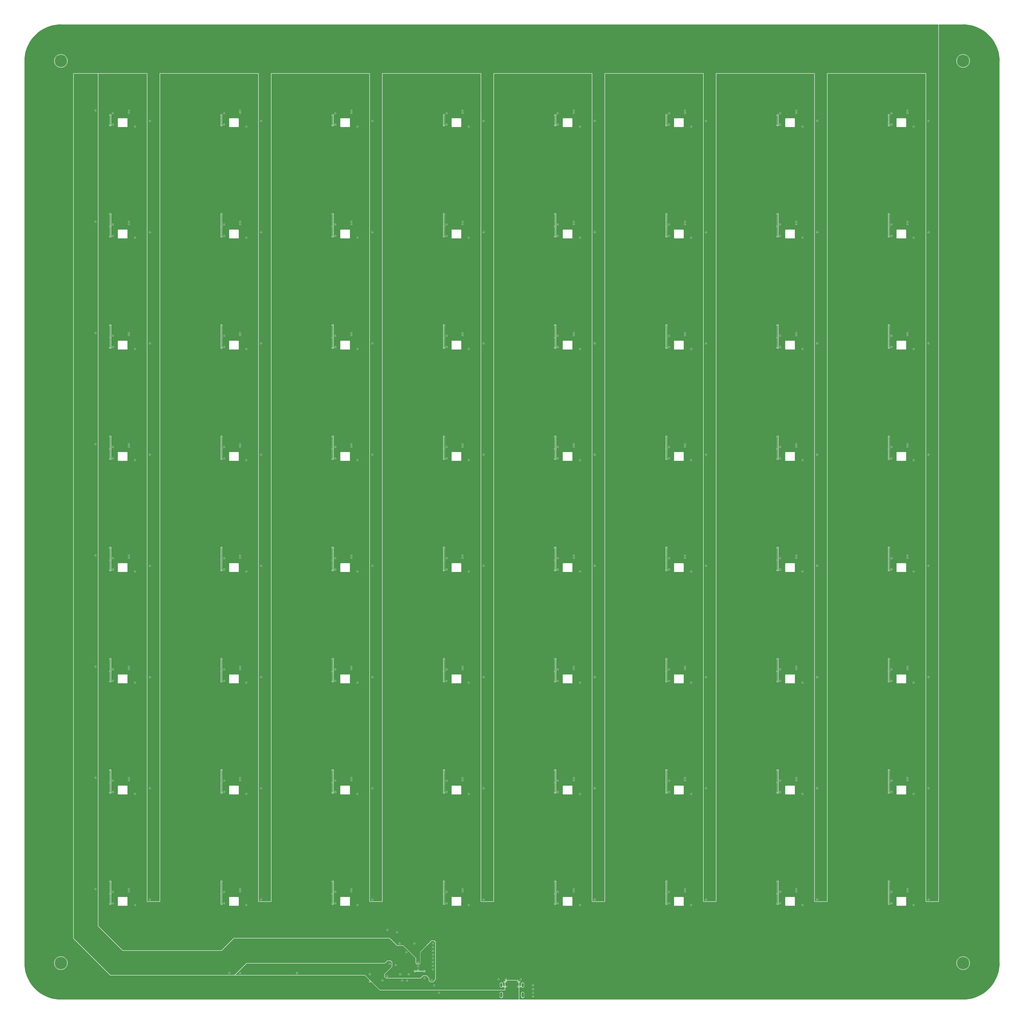
<source format=gbl>
G04*
G04 #@! TF.GenerationSoftware,Altium Limited,Altium Designer,23.0.1 (38)*
G04*
G04 Layer_Physical_Order=2*
G04 Layer_Color=16711680*
%FSLAX44Y44*%
%MOMM*%
G71*
G04*
G04 #@! TF.SameCoordinates,ADC8DFE5-703F-4530-8304-E3B7B360FE1B*
G04*
G04*
G04 #@! TF.FilePolarity,Positive*
G04*
G01*
G75*
%ADD11C,0.1500*%
%ADD39C,0.3000*%
%ADD42O,1.0000X2.2000*%
%ADD43O,1.0000X1.8000*%
%ADD44C,5.1000*%
%ADD45C,0.5000*%
G36*
X150000Y3947706D02*
X3700000D01*
Y400000D01*
X3650000D01*
Y3750000D01*
X3250000D01*
Y400000D01*
X3200000D01*
Y3750000D01*
X2800000D01*
Y400000D01*
X2750000D01*
X2750000Y3750000D01*
X2350000D01*
X2350000Y400000D01*
X2300000D01*
X2300000Y3750000D01*
X1900000D01*
Y400000D01*
X1850000D01*
Y3750000D01*
X1450000D01*
Y400000D01*
X1400000D01*
Y3750000D01*
X1000000D01*
Y400000D01*
X950000D01*
Y3750000D01*
X550000D01*
Y400000D01*
X500000D01*
Y3750000D01*
X200000D01*
Y250000D01*
X350000Y100000D01*
X1380000D01*
X1399730Y80270D01*
X1399204Y79000D01*
X1397734Y78391D01*
X1396609Y77266D01*
X1396196Y76270D01*
X1400000D01*
Y75000D01*
X1401270D01*
Y71196D01*
X1402266Y71609D01*
X1403391Y72734D01*
X1404000Y74204D01*
X1405270Y74730D01*
X1440000Y40000D01*
X1947500D01*
Y51547D01*
X1948770Y52073D01*
X1949234Y51609D01*
X1950230Y51196D01*
Y55000D01*
Y58804D01*
X1949234Y58391D01*
X1948770Y57927D01*
X1947500Y58453D01*
Y71547D01*
X1948770Y72073D01*
X1949234Y71609D01*
X1950230Y71196D01*
Y75000D01*
X1951500D01*
Y76270D01*
X1955303D01*
X1954891Y77266D01*
X1953766Y78391D01*
X1952948Y78730D01*
X1953200Y80000D01*
X1997300D01*
X1997552Y78730D01*
X1996734Y78391D01*
X1995609Y77266D01*
X1995197Y76270D01*
X1999000D01*
Y75000D01*
X2000270D01*
Y71196D01*
X2001266Y71609D01*
X2002500Y71047D01*
Y58953D01*
X2001266Y58391D01*
X2000270Y58804D01*
Y55000D01*
Y51196D01*
X2001266Y51609D01*
X2002500Y51047D01*
Y2294D01*
X150000D01*
X149870Y2268D01*
X138409Y2718D01*
X126889Y4082D01*
X115512Y6345D01*
X104347Y9494D01*
X93463Y13509D01*
X82929Y18365D01*
X72808Y24034D01*
X63162Y30478D01*
X54053Y37660D01*
X45534Y45534D01*
X37660Y54053D01*
X30478Y63162D01*
X24034Y72808D01*
X18365Y82929D01*
X13509Y93463D01*
X9494Y104347D01*
X6345Y115512D01*
X4082Y126889D01*
X2718Y138409D01*
X2268Y149870D01*
X2294Y150000D01*
Y3800000D01*
X2268Y3800130D01*
X2718Y3811591D01*
X4082Y3823111D01*
X6345Y3834489D01*
X9494Y3845653D01*
X13509Y3856537D01*
X18365Y3867071D01*
X24034Y3877192D01*
X30478Y3886837D01*
X37660Y3895948D01*
X45534Y3904466D01*
X54053Y3912340D01*
X63162Y3919522D01*
X72808Y3925966D01*
X82929Y3931635D01*
X93463Y3936491D01*
X104347Y3940506D01*
X115512Y3943655D01*
X126889Y3945918D01*
X138409Y3947281D01*
X149870Y3947732D01*
X150000Y3947706D01*
D02*
G37*
G36*
X3811591Y3947281D02*
X3823111Y3945918D01*
X3834489Y3943655D01*
X3845653Y3940506D01*
X3856537Y3936491D01*
X3867071Y3931635D01*
X3877192Y3925966D01*
X3886837Y3919522D01*
X3895948Y3912340D01*
X3904466Y3904466D01*
X3912340Y3895948D01*
X3919522Y3886837D01*
X3925966Y3877192D01*
X3931635Y3867071D01*
X3936491Y3856537D01*
X3940506Y3845653D01*
X3943655Y3834489D01*
X3945918Y3823111D01*
X3947281Y3811591D01*
X3947732Y3800130D01*
X3947706Y3800000D01*
Y150000D01*
X3947732Y149870D01*
X3947281Y138409D01*
X3945918Y126889D01*
X3943655Y115512D01*
X3940506Y104347D01*
X3936491Y93463D01*
X3931635Y82929D01*
X3925966Y72808D01*
X3919522Y63162D01*
X3912340Y54053D01*
X3904466Y45534D01*
X3895948Y37660D01*
X3886837Y30478D01*
X3877192Y24034D01*
X3867071Y18365D01*
X3856537Y13509D01*
X3845653Y9494D01*
X3834489Y6345D01*
X3823111Y4082D01*
X3811591Y2718D01*
X3800130Y2268D01*
X3800000Y2294D01*
X2004124D01*
Y50560D01*
X2005178Y51342D01*
X2005297Y51376D01*
X2005730Y51196D01*
Y55000D01*
Y58804D01*
X2005297Y58624D01*
X2005178Y58658D01*
X2004124Y59440D01*
Y70560D01*
X2005178Y71342D01*
X2005297Y71376D01*
X2005730Y71196D01*
Y75000D01*
Y78804D01*
X2004734Y78391D01*
X2003720Y77377D01*
X2003000Y77317D01*
X2002280Y77377D01*
X2001266Y78391D01*
X1999796Y79000D01*
X1999183D01*
X1999145Y79047D01*
X1998892Y80317D01*
X1998629Y80710D01*
X1998448Y81148D01*
X1998294Y81212D01*
X1998202Y81350D01*
X1997737Y81442D01*
X1997300Y81624D01*
X1954076D01*
X1953721Y82200D01*
X1953457Y82894D01*
X1953804Y83730D01*
X1946196D01*
X1946609Y82734D01*
X1947734Y81609D01*
X1949204Y81000D01*
X1950372D01*
X1951192Y79997D01*
X1950808Y79000D01*
X1950704D01*
X1949234Y78391D01*
X1948109Y77266D01*
X1947937Y76851D01*
X1946563D01*
X1946391Y77266D01*
X1945266Y78391D01*
X1944270Y78804D01*
Y75000D01*
Y71196D01*
X1944606Y71336D01*
X1945876Y70560D01*
Y59440D01*
X1944606Y58664D01*
X1944270Y58804D01*
Y55000D01*
Y51196D01*
X1944606Y51336D01*
X1945876Y50560D01*
Y41624D01*
X1440672D01*
X1406418Y75878D01*
X1406120Y76002D01*
X1405892Y76230D01*
X1405569Y76230D01*
X1405270Y76354D01*
X1404972Y76230D01*
X1404649Y76230D01*
X1403941Y75937D01*
X1403391Y77266D01*
X1402266Y78391D01*
X1400937Y78941D01*
X1401230Y79649D01*
X1401230Y79972D01*
X1401354Y80270D01*
X1401230Y80569D01*
X1401230Y80892D01*
X1401002Y81120D01*
X1400878Y81418D01*
X1381148Y101148D01*
X1380000Y101624D01*
X855579D01*
X855093Y102797D01*
X900673Y148376D01*
X1460000D01*
X1461148Y148852D01*
X1470672Y158376D01*
X1484328Y158376D01*
X1488376Y154327D01*
Y135673D01*
X1458589Y105885D01*
X1458114Y104737D01*
Y95263D01*
X1458114Y95263D01*
X1458114Y95263D01*
X1458332Y94736D01*
X1458589Y94115D01*
X1458589Y94115D01*
X1458589Y94115D01*
X1458852Y93852D01*
X1463852Y88852D01*
X1465000Y88376D01*
X1605000D01*
X1606148Y88852D01*
X1615672Y98376D01*
X1629327Y98376D01*
X1638376Y89327D01*
X1638376Y80000D01*
X1638852Y78852D01*
X1643852Y73852D01*
X1645000Y73376D01*
X1655000D01*
X1656148Y73852D01*
X1666148Y83852D01*
X1666624Y85000D01*
Y235000D01*
X1666148Y236148D01*
X1661148Y241148D01*
X1660000Y241624D01*
X1650000D01*
X1648852Y241148D01*
X1628852Y221148D01*
X1603852Y196148D01*
X1603376Y195000D01*
Y150673D01*
X1599328Y146624D01*
X1590672D01*
X1586624Y150673D01*
Y170000D01*
X1586148Y171148D01*
X1536148Y221148D01*
X1535000Y221624D01*
X1510672D01*
X1481148Y251148D01*
X1480000Y251624D01*
X850000D01*
X848852Y251148D01*
X799327Y201624D01*
X400672Y201624D01*
X301624Y300672D01*
Y3748376D01*
X498376D01*
Y400000D01*
X498852Y398852D01*
X500000Y398376D01*
X550000D01*
X551148Y398852D01*
X551624Y400000D01*
Y3748376D01*
X948376D01*
Y400000D01*
X948852Y398852D01*
X950000Y398376D01*
X1000000D01*
X1001148Y398852D01*
X1001624Y400000D01*
Y3748376D01*
X1398376D01*
Y400000D01*
X1398852Y398852D01*
X1400000Y398376D01*
X1450000D01*
X1451148Y398852D01*
X1451624Y400000D01*
Y3748376D01*
X1848376D01*
Y400000D01*
X1848852Y398852D01*
X1850000Y398376D01*
X1900000D01*
X1901148Y398852D01*
X1901624Y400000D01*
Y3748376D01*
X2298376D01*
X2298376Y400000D01*
X2298852Y398852D01*
X2300000Y398376D01*
X2350000D01*
X2351148Y398852D01*
X2351624Y400000D01*
X2351624Y3748376D01*
X2748376D01*
X2748376Y400000D01*
X2748852Y398852D01*
X2750000Y398376D01*
X2800000D01*
X2801148Y398852D01*
X2801624Y400000D01*
Y3748376D01*
X3198376D01*
Y400000D01*
X3198852Y398852D01*
X3200000Y398376D01*
X3250000D01*
X3251148Y398852D01*
X3251624Y400000D01*
Y3748376D01*
X3648376D01*
Y400000D01*
X3648852Y398852D01*
X3650000Y398376D01*
X3700000D01*
X3701148Y398852D01*
X3701624Y400000D01*
Y3947706D01*
X3800000D01*
X3800130Y3947732D01*
X3811591Y3947281D01*
D02*
G37*
G36*
X300000Y300000D02*
X400000Y200000D01*
X800000Y200000D01*
X850000Y250000D01*
X1480000D01*
X1510000Y220000D01*
X1535000D01*
X1585000Y170000D01*
Y150000D01*
X1590000Y145000D01*
X1600000D01*
X1605000Y150000D01*
Y195000D01*
X1630000Y220000D01*
X1650000Y240000D01*
X1660000D01*
X1665000Y235000D01*
Y85000D01*
X1655000Y75000D01*
X1645000D01*
X1640000Y80000D01*
X1640000Y90000D01*
X1630000Y100000D01*
X1615000Y100000D01*
X1605000Y90000D01*
X1465000D01*
X1460000Y95000D01*
X1459737Y95263D01*
Y104737D01*
X1490000Y135000D01*
Y155000D01*
X1485000Y160000D01*
X1470000Y160000D01*
X1460000Y150000D01*
X900000D01*
X851624Y101624D01*
X350672D01*
X201624Y250672D01*
Y3748376D01*
X300000D01*
Y300000D01*
D02*
G37*
%LPC*%
G36*
X152125Y3827000D02*
X147875D01*
X143678Y3826335D01*
X139636Y3825022D01*
X135849Y3823093D01*
X132411Y3820594D01*
X129406Y3817589D01*
X126908Y3814151D01*
X124978Y3810364D01*
X123665Y3806323D01*
X123000Y3802125D01*
Y3797875D01*
X123665Y3793677D01*
X124978Y3789636D01*
X126908Y3785849D01*
X129406Y3782411D01*
X132411Y3779406D01*
X135849Y3776907D01*
X139636Y3774978D01*
X143678Y3773665D01*
X147875Y3773000D01*
X152125D01*
X156322Y3773665D01*
X160364Y3774978D01*
X164151Y3776907D01*
X167589Y3779406D01*
X170595Y3782411D01*
X173092Y3785849D01*
X175022Y3789636D01*
X176335Y3793677D01*
X177000Y3797875D01*
Y3802125D01*
X176335Y3806323D01*
X175022Y3810364D01*
X173092Y3814151D01*
X170595Y3817589D01*
X167589Y3820594D01*
X164151Y3823093D01*
X160364Y3825022D01*
X156322Y3826335D01*
X152125Y3827000D01*
D02*
G37*
G36*
X3661270Y3561303D02*
Y3558770D01*
X3663803D01*
X3663391Y3559766D01*
X3662266Y3560891D01*
X3661270Y3561303D01*
D02*
G37*
G36*
X3658730D02*
X3657734Y3560891D01*
X3656609Y3559766D01*
X3656196Y3558770D01*
X3658730D01*
Y3561303D01*
D02*
G37*
G36*
X3211270D02*
Y3558770D01*
X3213803D01*
X3213391Y3559766D01*
X3212266Y3560891D01*
X3211270Y3561303D01*
D02*
G37*
G36*
X3208730D02*
X3207734Y3560891D01*
X3206609Y3559766D01*
X3206196Y3558770D01*
X3208730D01*
Y3561303D01*
D02*
G37*
G36*
X2761270D02*
Y3558770D01*
X2763803D01*
X2763391Y3559766D01*
X2762266Y3560891D01*
X2761270Y3561303D01*
D02*
G37*
G36*
X2758730D02*
X2757734Y3560891D01*
X2756609Y3559766D01*
X2756196Y3558770D01*
X2758730D01*
Y3561303D01*
D02*
G37*
G36*
X2311270D02*
Y3558770D01*
X2313803D01*
X2313391Y3559766D01*
X2312266Y3560891D01*
X2311270Y3561303D01*
D02*
G37*
G36*
X2308730D02*
X2307734Y3560891D01*
X2306609Y3559766D01*
X2306196Y3558770D01*
X2308730D01*
Y3561303D01*
D02*
G37*
G36*
X1861270D02*
Y3558770D01*
X1863804D01*
X1863391Y3559766D01*
X1862266Y3560891D01*
X1861270Y3561303D01*
D02*
G37*
G36*
X1858730D02*
X1857734Y3560891D01*
X1856609Y3559766D01*
X1856196Y3558770D01*
X1858730D01*
Y3561303D01*
D02*
G37*
G36*
X1411270D02*
Y3558770D01*
X1413804D01*
X1413391Y3559766D01*
X1412266Y3560891D01*
X1411270Y3561303D01*
D02*
G37*
G36*
X1408730D02*
X1407734Y3560891D01*
X1406609Y3559766D01*
X1406196Y3558770D01*
X1408730D01*
Y3561303D01*
D02*
G37*
G36*
X961270D02*
Y3558770D01*
X963803D01*
X963391Y3559766D01*
X962266Y3560891D01*
X961270Y3561303D01*
D02*
G37*
G36*
X958730D02*
X957734Y3560891D01*
X956609Y3559766D01*
X956197Y3558770D01*
X958730D01*
Y3561303D01*
D02*
G37*
G36*
X511270D02*
Y3558770D01*
X513803D01*
X513391Y3559766D01*
X512266Y3560891D01*
X511270Y3561303D01*
D02*
G37*
G36*
X508730D02*
X507734Y3560891D01*
X506609Y3559766D01*
X506197Y3558770D01*
X508730D01*
Y3561303D01*
D02*
G37*
G36*
X3663803Y3556230D02*
X3661270D01*
Y3553696D01*
X3662266Y3554109D01*
X3663391Y3555234D01*
X3663803Y3556230D01*
D02*
G37*
G36*
X3658730D02*
X3656196D01*
X3656609Y3555234D01*
X3657734Y3554109D01*
X3658730Y3553696D01*
Y3556230D01*
D02*
G37*
G36*
X3213803D02*
X3211270D01*
Y3553696D01*
X3212266Y3554109D01*
X3213391Y3555234D01*
X3213803Y3556230D01*
D02*
G37*
G36*
X3208730D02*
X3206196D01*
X3206609Y3555234D01*
X3207734Y3554109D01*
X3208730Y3553696D01*
Y3556230D01*
D02*
G37*
G36*
X2763803D02*
X2761270D01*
Y3553696D01*
X2762266Y3554109D01*
X2763391Y3555234D01*
X2763803Y3556230D01*
D02*
G37*
G36*
X2758730D02*
X2756196D01*
X2756609Y3555234D01*
X2757734Y3554109D01*
X2758730Y3553696D01*
Y3556230D01*
D02*
G37*
G36*
X2313803D02*
X2311270D01*
Y3553696D01*
X2312266Y3554109D01*
X2313391Y3555234D01*
X2313803Y3556230D01*
D02*
G37*
G36*
X2308730D02*
X2306196D01*
X2306609Y3555234D01*
X2307734Y3554109D01*
X2308730Y3553696D01*
Y3556230D01*
D02*
G37*
G36*
X1863804D02*
X1861270D01*
Y3553696D01*
X1862266Y3554109D01*
X1863391Y3555234D01*
X1863804Y3556230D01*
D02*
G37*
G36*
X1858730D02*
X1856196D01*
X1856609Y3555234D01*
X1857734Y3554109D01*
X1858730Y3553696D01*
Y3556230D01*
D02*
G37*
G36*
X1413804D02*
X1411270D01*
Y3553696D01*
X1412266Y3554109D01*
X1413391Y3555234D01*
X1413804Y3556230D01*
D02*
G37*
G36*
X1408730D02*
X1406196D01*
X1406609Y3555234D01*
X1407734Y3554109D01*
X1408730Y3553696D01*
Y3556230D01*
D02*
G37*
G36*
X963803D02*
X961270D01*
Y3553696D01*
X962266Y3554109D01*
X963391Y3555234D01*
X963803Y3556230D01*
D02*
G37*
G36*
X958730D02*
X956197D01*
X956609Y3555234D01*
X957734Y3554109D01*
X958730Y3553696D01*
Y3556230D01*
D02*
G37*
G36*
X513803D02*
X511270D01*
Y3553696D01*
X512266Y3554109D01*
X513391Y3555234D01*
X513803Y3556230D01*
D02*
G37*
G36*
X508730D02*
X506197D01*
X506609Y3555234D01*
X507734Y3554109D01*
X508730Y3553696D01*
Y3556230D01*
D02*
G37*
G36*
X3661270Y3111303D02*
Y3108770D01*
X3663803D01*
X3663391Y3109766D01*
X3662266Y3110891D01*
X3661270Y3111303D01*
D02*
G37*
G36*
X3658730D02*
X3657734Y3110891D01*
X3656609Y3109766D01*
X3656196Y3108770D01*
X3658730D01*
Y3111303D01*
D02*
G37*
G36*
X3211270D02*
Y3108770D01*
X3213803D01*
X3213391Y3109766D01*
X3212266Y3110891D01*
X3211270Y3111303D01*
D02*
G37*
G36*
X3208730D02*
X3207734Y3110891D01*
X3206609Y3109766D01*
X3206196Y3108770D01*
X3208730D01*
Y3111303D01*
D02*
G37*
G36*
X2761270D02*
Y3108770D01*
X2763803D01*
X2763391Y3109766D01*
X2762266Y3110891D01*
X2761270Y3111303D01*
D02*
G37*
G36*
X2758730D02*
X2757734Y3110891D01*
X2756609Y3109766D01*
X2756196Y3108770D01*
X2758730D01*
Y3111303D01*
D02*
G37*
G36*
X2311270D02*
Y3108770D01*
X2313803D01*
X2313391Y3109766D01*
X2312266Y3110891D01*
X2311270Y3111303D01*
D02*
G37*
G36*
X2308730D02*
X2307734Y3110891D01*
X2306609Y3109766D01*
X2306196Y3108770D01*
X2308730D01*
Y3111303D01*
D02*
G37*
G36*
X1861270D02*
Y3108770D01*
X1863804D01*
X1863391Y3109766D01*
X1862266Y3110891D01*
X1861270Y3111303D01*
D02*
G37*
G36*
X1858730D02*
X1857734Y3110891D01*
X1856609Y3109766D01*
X1856196Y3108770D01*
X1858730D01*
Y3111303D01*
D02*
G37*
G36*
X1411270D02*
Y3108770D01*
X1413804D01*
X1413391Y3109766D01*
X1412266Y3110891D01*
X1411270Y3111303D01*
D02*
G37*
G36*
X1408730D02*
X1407734Y3110891D01*
X1406609Y3109766D01*
X1406196Y3108770D01*
X1408730D01*
Y3111303D01*
D02*
G37*
G36*
X961270D02*
Y3108770D01*
X963803D01*
X963391Y3109766D01*
X962266Y3110891D01*
X961270Y3111303D01*
D02*
G37*
G36*
X958730D02*
X957734Y3110891D01*
X956609Y3109766D01*
X956197Y3108770D01*
X958730D01*
Y3111303D01*
D02*
G37*
G36*
X511270D02*
Y3108770D01*
X513803D01*
X513391Y3109766D01*
X512266Y3110891D01*
X511270Y3111303D01*
D02*
G37*
G36*
X508730D02*
X507734Y3110891D01*
X506609Y3109766D01*
X506197Y3108770D01*
X508730D01*
Y3111303D01*
D02*
G37*
G36*
X3663803Y3106230D02*
X3661270D01*
Y3103696D01*
X3662266Y3104109D01*
X3663391Y3105234D01*
X3663803Y3106230D01*
D02*
G37*
G36*
X3658730D02*
X3656196D01*
X3656609Y3105234D01*
X3657734Y3104109D01*
X3658730Y3103696D01*
Y3106230D01*
D02*
G37*
G36*
X3213803D02*
X3211270D01*
Y3103696D01*
X3212266Y3104109D01*
X3213391Y3105234D01*
X3213803Y3106230D01*
D02*
G37*
G36*
X3208730D02*
X3206196D01*
X3206609Y3105234D01*
X3207734Y3104109D01*
X3208730Y3103696D01*
Y3106230D01*
D02*
G37*
G36*
X2763803D02*
X2761270D01*
Y3103696D01*
X2762266Y3104109D01*
X2763391Y3105234D01*
X2763803Y3106230D01*
D02*
G37*
G36*
X2758730D02*
X2756196D01*
X2756609Y3105234D01*
X2757734Y3104109D01*
X2758730Y3103696D01*
Y3106230D01*
D02*
G37*
G36*
X2313803D02*
X2311270D01*
Y3103696D01*
X2312266Y3104109D01*
X2313391Y3105234D01*
X2313803Y3106230D01*
D02*
G37*
G36*
X2308730D02*
X2306196D01*
X2306609Y3105234D01*
X2307734Y3104109D01*
X2308730Y3103696D01*
Y3106230D01*
D02*
G37*
G36*
X1863804D02*
X1861270D01*
Y3103696D01*
X1862266Y3104109D01*
X1863391Y3105234D01*
X1863804Y3106230D01*
D02*
G37*
G36*
X1858730D02*
X1856196D01*
X1856609Y3105234D01*
X1857734Y3104109D01*
X1858730Y3103696D01*
Y3106230D01*
D02*
G37*
G36*
X1413804D02*
X1411270D01*
Y3103696D01*
X1412266Y3104109D01*
X1413391Y3105234D01*
X1413804Y3106230D01*
D02*
G37*
G36*
X1408730D02*
X1406196D01*
X1406609Y3105234D01*
X1407734Y3104109D01*
X1408730Y3103696D01*
Y3106230D01*
D02*
G37*
G36*
X963803D02*
X961270D01*
Y3103696D01*
X962266Y3104109D01*
X963391Y3105234D01*
X963803Y3106230D01*
D02*
G37*
G36*
X958730D02*
X956197D01*
X956609Y3105234D01*
X957734Y3104109D01*
X958730Y3103696D01*
Y3106230D01*
D02*
G37*
G36*
X513803D02*
X511270D01*
Y3103696D01*
X512266Y3104109D01*
X513391Y3105234D01*
X513803Y3106230D01*
D02*
G37*
G36*
X508730D02*
X506197D01*
X506609Y3105234D01*
X507734Y3104109D01*
X508730Y3103696D01*
Y3106230D01*
D02*
G37*
G36*
X3661270Y2661303D02*
Y2658770D01*
X3663803D01*
X3663391Y2659766D01*
X3662266Y2660891D01*
X3661270Y2661303D01*
D02*
G37*
G36*
X3658730D02*
X3657734Y2660891D01*
X3656609Y2659766D01*
X3656196Y2658770D01*
X3658730D01*
Y2661303D01*
D02*
G37*
G36*
X3211270D02*
Y2658770D01*
X3213803D01*
X3213391Y2659766D01*
X3212266Y2660891D01*
X3211270Y2661303D01*
D02*
G37*
G36*
X3208730D02*
X3207734Y2660891D01*
X3206609Y2659766D01*
X3206196Y2658770D01*
X3208730D01*
Y2661303D01*
D02*
G37*
G36*
X2761270D02*
Y2658770D01*
X2763803D01*
X2763391Y2659766D01*
X2762266Y2660891D01*
X2761270Y2661303D01*
D02*
G37*
G36*
X2758730D02*
X2757734Y2660891D01*
X2756609Y2659766D01*
X2756196Y2658770D01*
X2758730D01*
Y2661303D01*
D02*
G37*
G36*
X2311270D02*
Y2658770D01*
X2313803D01*
X2313391Y2659766D01*
X2312266Y2660891D01*
X2311270Y2661303D01*
D02*
G37*
G36*
X2308730D02*
X2307734Y2660891D01*
X2306609Y2659766D01*
X2306196Y2658770D01*
X2308730D01*
Y2661303D01*
D02*
G37*
G36*
X1861270D02*
Y2658770D01*
X1863804D01*
X1863391Y2659766D01*
X1862266Y2660891D01*
X1861270Y2661303D01*
D02*
G37*
G36*
X1858730D02*
X1857734Y2660891D01*
X1856609Y2659766D01*
X1856196Y2658770D01*
X1858730D01*
Y2661303D01*
D02*
G37*
G36*
X1411270D02*
Y2658770D01*
X1413804D01*
X1413391Y2659766D01*
X1412266Y2660891D01*
X1411270Y2661303D01*
D02*
G37*
G36*
X1408730D02*
X1407734Y2660891D01*
X1406609Y2659766D01*
X1406196Y2658770D01*
X1408730D01*
Y2661303D01*
D02*
G37*
G36*
X961270D02*
Y2658770D01*
X963803D01*
X963391Y2659766D01*
X962266Y2660891D01*
X961270Y2661303D01*
D02*
G37*
G36*
X958730D02*
X957734Y2660891D01*
X956609Y2659766D01*
X956197Y2658770D01*
X958730D01*
Y2661303D01*
D02*
G37*
G36*
X511270D02*
Y2658770D01*
X513803D01*
X513391Y2659766D01*
X512266Y2660891D01*
X511270Y2661303D01*
D02*
G37*
G36*
X508730D02*
X507734Y2660891D01*
X506609Y2659766D01*
X506197Y2658770D01*
X508730D01*
Y2661303D01*
D02*
G37*
G36*
X3663803Y2656230D02*
X3661270D01*
Y2653696D01*
X3662266Y2654109D01*
X3663391Y2655234D01*
X3663803Y2656230D01*
D02*
G37*
G36*
X3658730D02*
X3656196D01*
X3656609Y2655234D01*
X3657734Y2654109D01*
X3658730Y2653696D01*
Y2656230D01*
D02*
G37*
G36*
X3213803D02*
X3211270D01*
Y2653696D01*
X3212266Y2654109D01*
X3213391Y2655234D01*
X3213803Y2656230D01*
D02*
G37*
G36*
X3208730D02*
X3206196D01*
X3206609Y2655234D01*
X3207734Y2654109D01*
X3208730Y2653696D01*
Y2656230D01*
D02*
G37*
G36*
X2763803D02*
X2761270D01*
Y2653696D01*
X2762266Y2654109D01*
X2763391Y2655234D01*
X2763803Y2656230D01*
D02*
G37*
G36*
X2758730D02*
X2756196D01*
X2756609Y2655234D01*
X2757734Y2654109D01*
X2758730Y2653696D01*
Y2656230D01*
D02*
G37*
G36*
X2313803D02*
X2311270D01*
Y2653696D01*
X2312266Y2654109D01*
X2313391Y2655234D01*
X2313803Y2656230D01*
D02*
G37*
G36*
X2308730D02*
X2306196D01*
X2306609Y2655234D01*
X2307734Y2654109D01*
X2308730Y2653696D01*
Y2656230D01*
D02*
G37*
G36*
X1863804D02*
X1861270D01*
Y2653696D01*
X1862266Y2654109D01*
X1863391Y2655234D01*
X1863804Y2656230D01*
D02*
G37*
G36*
X1858730D02*
X1856196D01*
X1856609Y2655234D01*
X1857734Y2654109D01*
X1858730Y2653696D01*
Y2656230D01*
D02*
G37*
G36*
X1413804D02*
X1411270D01*
Y2653696D01*
X1412266Y2654109D01*
X1413391Y2655234D01*
X1413804Y2656230D01*
D02*
G37*
G36*
X1408730D02*
X1406196D01*
X1406609Y2655234D01*
X1407734Y2654109D01*
X1408730Y2653696D01*
Y2656230D01*
D02*
G37*
G36*
X963803D02*
X961270D01*
Y2653696D01*
X962266Y2654109D01*
X963391Y2655234D01*
X963803Y2656230D01*
D02*
G37*
G36*
X958730D02*
X956197D01*
X956609Y2655234D01*
X957734Y2654109D01*
X958730Y2653696D01*
Y2656230D01*
D02*
G37*
G36*
X513803D02*
X511270D01*
Y2653696D01*
X512266Y2654109D01*
X513391Y2655234D01*
X513803Y2656230D01*
D02*
G37*
G36*
X508730D02*
X506197D01*
X506609Y2655234D01*
X507734Y2654109D01*
X508730Y2653696D01*
Y2656230D01*
D02*
G37*
G36*
X3661270Y2211304D02*
Y2208770D01*
X3663803D01*
X3663391Y2209766D01*
X3662266Y2210891D01*
X3661270Y2211304D01*
D02*
G37*
G36*
X3658730D02*
X3657734Y2210891D01*
X3656609Y2209766D01*
X3656196Y2208770D01*
X3658730D01*
Y2211304D01*
D02*
G37*
G36*
X3211270D02*
Y2208770D01*
X3213803D01*
X3213391Y2209766D01*
X3212266Y2210891D01*
X3211270Y2211304D01*
D02*
G37*
G36*
X3208730D02*
X3207734Y2210891D01*
X3206609Y2209766D01*
X3206196Y2208770D01*
X3208730D01*
Y2211304D01*
D02*
G37*
G36*
X2761270D02*
Y2208770D01*
X2763803D01*
X2763391Y2209766D01*
X2762266Y2210891D01*
X2761270Y2211304D01*
D02*
G37*
G36*
X2758730D02*
X2757734Y2210891D01*
X2756609Y2209766D01*
X2756196Y2208770D01*
X2758730D01*
Y2211304D01*
D02*
G37*
G36*
X2311270D02*
Y2208770D01*
X2313803D01*
X2313391Y2209766D01*
X2312266Y2210891D01*
X2311270Y2211304D01*
D02*
G37*
G36*
X2308730D02*
X2307734Y2210891D01*
X2306609Y2209766D01*
X2306196Y2208770D01*
X2308730D01*
Y2211304D01*
D02*
G37*
G36*
X1861270D02*
Y2208770D01*
X1863804D01*
X1863391Y2209766D01*
X1862266Y2210891D01*
X1861270Y2211304D01*
D02*
G37*
G36*
X1858730D02*
X1857734Y2210891D01*
X1856609Y2209766D01*
X1856196Y2208770D01*
X1858730D01*
Y2211304D01*
D02*
G37*
G36*
X1411270D02*
Y2208770D01*
X1413804D01*
X1413391Y2209766D01*
X1412266Y2210891D01*
X1411270Y2211304D01*
D02*
G37*
G36*
X1408730D02*
X1407734Y2210891D01*
X1406609Y2209766D01*
X1406196Y2208770D01*
X1408730D01*
Y2211304D01*
D02*
G37*
G36*
X961270D02*
Y2208770D01*
X963803D01*
X963391Y2209766D01*
X962266Y2210891D01*
X961270Y2211304D01*
D02*
G37*
G36*
X958730D02*
X957734Y2210891D01*
X956609Y2209766D01*
X956197Y2208770D01*
X958730D01*
Y2211304D01*
D02*
G37*
G36*
X511270D02*
Y2208770D01*
X513803D01*
X513391Y2209766D01*
X512266Y2210891D01*
X511270Y2211304D01*
D02*
G37*
G36*
X508730D02*
X507734Y2210891D01*
X506609Y2209766D01*
X506197Y2208770D01*
X508730D01*
Y2211304D01*
D02*
G37*
G36*
X3663803Y2206230D02*
X3661270D01*
Y2203696D01*
X3662266Y2204109D01*
X3663391Y2205234D01*
X3663803Y2206230D01*
D02*
G37*
G36*
X3658730D02*
X3656196D01*
X3656609Y2205234D01*
X3657734Y2204109D01*
X3658730Y2203696D01*
Y2206230D01*
D02*
G37*
G36*
X3213803D02*
X3211270D01*
Y2203696D01*
X3212266Y2204109D01*
X3213391Y2205234D01*
X3213803Y2206230D01*
D02*
G37*
G36*
X3208730D02*
X3206196D01*
X3206609Y2205234D01*
X3207734Y2204109D01*
X3208730Y2203696D01*
Y2206230D01*
D02*
G37*
G36*
X2763803D02*
X2761270D01*
Y2203696D01*
X2762266Y2204109D01*
X2763391Y2205234D01*
X2763803Y2206230D01*
D02*
G37*
G36*
X2758730D02*
X2756196D01*
X2756609Y2205234D01*
X2757734Y2204109D01*
X2758730Y2203696D01*
Y2206230D01*
D02*
G37*
G36*
X2313803D02*
X2311270D01*
Y2203696D01*
X2312266Y2204109D01*
X2313391Y2205234D01*
X2313803Y2206230D01*
D02*
G37*
G36*
X2308730D02*
X2306196D01*
X2306609Y2205234D01*
X2307734Y2204109D01*
X2308730Y2203696D01*
Y2206230D01*
D02*
G37*
G36*
X1863804D02*
X1861270D01*
Y2203696D01*
X1862266Y2204109D01*
X1863391Y2205234D01*
X1863804Y2206230D01*
D02*
G37*
G36*
X1858730D02*
X1856196D01*
X1856609Y2205234D01*
X1857734Y2204109D01*
X1858730Y2203696D01*
Y2206230D01*
D02*
G37*
G36*
X1413804D02*
X1411270D01*
Y2203696D01*
X1412266Y2204109D01*
X1413391Y2205234D01*
X1413804Y2206230D01*
D02*
G37*
G36*
X1408730D02*
X1406196D01*
X1406609Y2205234D01*
X1407734Y2204109D01*
X1408730Y2203696D01*
Y2206230D01*
D02*
G37*
G36*
X963803D02*
X961270D01*
Y2203696D01*
X962266Y2204109D01*
X963391Y2205234D01*
X963803Y2206230D01*
D02*
G37*
G36*
X958730D02*
X956197D01*
X956609Y2205234D01*
X957734Y2204109D01*
X958730Y2203696D01*
Y2206230D01*
D02*
G37*
G36*
X513803D02*
X511270D01*
Y2203696D01*
X512266Y2204109D01*
X513391Y2205234D01*
X513803Y2206230D01*
D02*
G37*
G36*
X508730D02*
X506197D01*
X506609Y2205234D01*
X507734Y2204109D01*
X508730Y2203696D01*
Y2206230D01*
D02*
G37*
G36*
X3661270Y1761304D02*
Y1758770D01*
X3663803D01*
X3663391Y1759766D01*
X3662266Y1760891D01*
X3661270Y1761304D01*
D02*
G37*
G36*
X3658730D02*
X3657734Y1760891D01*
X3656609Y1759766D01*
X3656196Y1758770D01*
X3658730D01*
Y1761304D01*
D02*
G37*
G36*
X3211270D02*
Y1758770D01*
X3213803D01*
X3213391Y1759766D01*
X3212266Y1760891D01*
X3211270Y1761304D01*
D02*
G37*
G36*
X3208730D02*
X3207734Y1760891D01*
X3206609Y1759766D01*
X3206196Y1758770D01*
X3208730D01*
Y1761304D01*
D02*
G37*
G36*
X2761270D02*
Y1758770D01*
X2763803D01*
X2763391Y1759766D01*
X2762266Y1760891D01*
X2761270Y1761304D01*
D02*
G37*
G36*
X2758730D02*
X2757734Y1760891D01*
X2756609Y1759766D01*
X2756196Y1758770D01*
X2758730D01*
Y1761304D01*
D02*
G37*
G36*
X2311270D02*
Y1758770D01*
X2313803D01*
X2313391Y1759766D01*
X2312266Y1760891D01*
X2311270Y1761304D01*
D02*
G37*
G36*
X2308730D02*
X2307734Y1760891D01*
X2306609Y1759766D01*
X2306196Y1758770D01*
X2308730D01*
Y1761304D01*
D02*
G37*
G36*
X1861270D02*
Y1758770D01*
X1863804D01*
X1863391Y1759766D01*
X1862266Y1760891D01*
X1861270Y1761304D01*
D02*
G37*
G36*
X1858730D02*
X1857734Y1760891D01*
X1856609Y1759766D01*
X1856196Y1758770D01*
X1858730D01*
Y1761304D01*
D02*
G37*
G36*
X1411270D02*
Y1758770D01*
X1413804D01*
X1413391Y1759766D01*
X1412266Y1760891D01*
X1411270Y1761304D01*
D02*
G37*
G36*
X1408730D02*
X1407734Y1760891D01*
X1406609Y1759766D01*
X1406196Y1758770D01*
X1408730D01*
Y1761304D01*
D02*
G37*
G36*
X961270D02*
Y1758770D01*
X963803D01*
X963391Y1759766D01*
X962266Y1760891D01*
X961270Y1761304D01*
D02*
G37*
G36*
X958730D02*
X957734Y1760891D01*
X956609Y1759766D01*
X956197Y1758770D01*
X958730D01*
Y1761304D01*
D02*
G37*
G36*
X511270D02*
Y1758770D01*
X513803D01*
X513391Y1759766D01*
X512266Y1760891D01*
X511270Y1761304D01*
D02*
G37*
G36*
X508730D02*
X507734Y1760891D01*
X506609Y1759766D01*
X506197Y1758770D01*
X508730D01*
Y1761304D01*
D02*
G37*
G36*
X3663803Y1756230D02*
X3661270D01*
Y1753696D01*
X3662266Y1754109D01*
X3663391Y1755234D01*
X3663803Y1756230D01*
D02*
G37*
G36*
X3658730D02*
X3656196D01*
X3656609Y1755234D01*
X3657734Y1754109D01*
X3658730Y1753696D01*
Y1756230D01*
D02*
G37*
G36*
X3213803D02*
X3211270D01*
Y1753696D01*
X3212266Y1754109D01*
X3213391Y1755234D01*
X3213803Y1756230D01*
D02*
G37*
G36*
X3208730D02*
X3206196D01*
X3206609Y1755234D01*
X3207734Y1754109D01*
X3208730Y1753696D01*
Y1756230D01*
D02*
G37*
G36*
X2763803D02*
X2761270D01*
Y1753696D01*
X2762266Y1754109D01*
X2763391Y1755234D01*
X2763803Y1756230D01*
D02*
G37*
G36*
X2758730D02*
X2756196D01*
X2756609Y1755234D01*
X2757734Y1754109D01*
X2758730Y1753696D01*
Y1756230D01*
D02*
G37*
G36*
X2313803D02*
X2311270D01*
Y1753696D01*
X2312266Y1754109D01*
X2313391Y1755234D01*
X2313803Y1756230D01*
D02*
G37*
G36*
X2308730D02*
X2306196D01*
X2306609Y1755234D01*
X2307734Y1754109D01*
X2308730Y1753696D01*
Y1756230D01*
D02*
G37*
G36*
X1863804D02*
X1861270D01*
Y1753696D01*
X1862266Y1754109D01*
X1863391Y1755234D01*
X1863804Y1756230D01*
D02*
G37*
G36*
X1858730D02*
X1856196D01*
X1856609Y1755234D01*
X1857734Y1754109D01*
X1858730Y1753696D01*
Y1756230D01*
D02*
G37*
G36*
X1413804D02*
X1411270D01*
Y1753696D01*
X1412266Y1754109D01*
X1413391Y1755234D01*
X1413804Y1756230D01*
D02*
G37*
G36*
X1408730D02*
X1406196D01*
X1406609Y1755234D01*
X1407734Y1754109D01*
X1408730Y1753696D01*
Y1756230D01*
D02*
G37*
G36*
X963803D02*
X961270D01*
Y1753696D01*
X962266Y1754109D01*
X963391Y1755234D01*
X963803Y1756230D01*
D02*
G37*
G36*
X958730D02*
X956197D01*
X956609Y1755234D01*
X957734Y1754109D01*
X958730Y1753696D01*
Y1756230D01*
D02*
G37*
G36*
X513803D02*
X511270D01*
Y1753696D01*
X512266Y1754109D01*
X513391Y1755234D01*
X513803Y1756230D01*
D02*
G37*
G36*
X508730D02*
X506197D01*
X506609Y1755234D01*
X507734Y1754109D01*
X508730Y1753696D01*
Y1756230D01*
D02*
G37*
G36*
X3661270Y1311304D02*
Y1308770D01*
X3663803D01*
X3663391Y1309766D01*
X3662266Y1310891D01*
X3661270Y1311304D01*
D02*
G37*
G36*
X3658730D02*
X3657734Y1310891D01*
X3656609Y1309766D01*
X3656196Y1308770D01*
X3658730D01*
Y1311304D01*
D02*
G37*
G36*
X3211270D02*
Y1308770D01*
X3213803D01*
X3213391Y1309766D01*
X3212266Y1310891D01*
X3211270Y1311304D01*
D02*
G37*
G36*
X3208730D02*
X3207734Y1310891D01*
X3206609Y1309766D01*
X3206196Y1308770D01*
X3208730D01*
Y1311304D01*
D02*
G37*
G36*
X2761270D02*
Y1308770D01*
X2763803D01*
X2763391Y1309766D01*
X2762266Y1310891D01*
X2761270Y1311304D01*
D02*
G37*
G36*
X2758730D02*
X2757734Y1310891D01*
X2756609Y1309766D01*
X2756196Y1308770D01*
X2758730D01*
Y1311304D01*
D02*
G37*
G36*
X2311270D02*
Y1308770D01*
X2313803D01*
X2313391Y1309766D01*
X2312266Y1310891D01*
X2311270Y1311304D01*
D02*
G37*
G36*
X2308730D02*
X2307734Y1310891D01*
X2306609Y1309766D01*
X2306196Y1308770D01*
X2308730D01*
Y1311304D01*
D02*
G37*
G36*
X1861270D02*
Y1308770D01*
X1863804D01*
X1863391Y1309766D01*
X1862266Y1310891D01*
X1861270Y1311304D01*
D02*
G37*
G36*
X1858730D02*
X1857734Y1310891D01*
X1856609Y1309766D01*
X1856196Y1308770D01*
X1858730D01*
Y1311304D01*
D02*
G37*
G36*
X1411270D02*
Y1308770D01*
X1413804D01*
X1413391Y1309766D01*
X1412266Y1310891D01*
X1411270Y1311304D01*
D02*
G37*
G36*
X1408730D02*
X1407734Y1310891D01*
X1406609Y1309766D01*
X1406196Y1308770D01*
X1408730D01*
Y1311304D01*
D02*
G37*
G36*
X961270D02*
Y1308770D01*
X963803D01*
X963391Y1309766D01*
X962266Y1310891D01*
X961270Y1311304D01*
D02*
G37*
G36*
X958730D02*
X957734Y1310891D01*
X956609Y1309766D01*
X956197Y1308770D01*
X958730D01*
Y1311304D01*
D02*
G37*
G36*
X511270D02*
Y1308770D01*
X513803D01*
X513391Y1309766D01*
X512266Y1310891D01*
X511270Y1311304D01*
D02*
G37*
G36*
X508730D02*
X507734Y1310891D01*
X506609Y1309766D01*
X506197Y1308770D01*
X508730D01*
Y1311304D01*
D02*
G37*
G36*
X3663803Y1306230D02*
X3661270D01*
Y1303696D01*
X3662266Y1304109D01*
X3663391Y1305234D01*
X3663803Y1306230D01*
D02*
G37*
G36*
X3658730D02*
X3656196D01*
X3656609Y1305234D01*
X3657734Y1304109D01*
X3658730Y1303696D01*
Y1306230D01*
D02*
G37*
G36*
X3213803D02*
X3211270D01*
Y1303696D01*
X3212266Y1304109D01*
X3213391Y1305234D01*
X3213803Y1306230D01*
D02*
G37*
G36*
X3208730D02*
X3206196D01*
X3206609Y1305234D01*
X3207734Y1304109D01*
X3208730Y1303696D01*
Y1306230D01*
D02*
G37*
G36*
X2763803D02*
X2761270D01*
Y1303696D01*
X2762266Y1304109D01*
X2763391Y1305234D01*
X2763803Y1306230D01*
D02*
G37*
G36*
X2758730D02*
X2756196D01*
X2756609Y1305234D01*
X2757734Y1304109D01*
X2758730Y1303696D01*
Y1306230D01*
D02*
G37*
G36*
X2313803D02*
X2311270D01*
Y1303696D01*
X2312266Y1304109D01*
X2313391Y1305234D01*
X2313803Y1306230D01*
D02*
G37*
G36*
X2308730D02*
X2306196D01*
X2306609Y1305234D01*
X2307734Y1304109D01*
X2308730Y1303696D01*
Y1306230D01*
D02*
G37*
G36*
X1863804D02*
X1861270D01*
Y1303696D01*
X1862266Y1304109D01*
X1863391Y1305234D01*
X1863804Y1306230D01*
D02*
G37*
G36*
X1858730D02*
X1856196D01*
X1856609Y1305234D01*
X1857734Y1304109D01*
X1858730Y1303696D01*
Y1306230D01*
D02*
G37*
G36*
X1413804D02*
X1411270D01*
Y1303696D01*
X1412266Y1304109D01*
X1413391Y1305234D01*
X1413804Y1306230D01*
D02*
G37*
G36*
X1408730D02*
X1406196D01*
X1406609Y1305234D01*
X1407734Y1304109D01*
X1408730Y1303696D01*
Y1306230D01*
D02*
G37*
G36*
X963803D02*
X961270D01*
Y1303696D01*
X962266Y1304109D01*
X963391Y1305234D01*
X963803Y1306230D01*
D02*
G37*
G36*
X958730D02*
X956197D01*
X956609Y1305234D01*
X957734Y1304109D01*
X958730Y1303696D01*
Y1306230D01*
D02*
G37*
G36*
X513803D02*
X511270D01*
Y1303696D01*
X512266Y1304109D01*
X513391Y1305234D01*
X513803Y1306230D01*
D02*
G37*
G36*
X508730D02*
X506197D01*
X506609Y1305234D01*
X507734Y1304109D01*
X508730Y1303696D01*
Y1306230D01*
D02*
G37*
G36*
X3661270Y861303D02*
Y858770D01*
X3663803D01*
X3663391Y859766D01*
X3662266Y860891D01*
X3661270Y861303D01*
D02*
G37*
G36*
X3658730D02*
X3657734Y860891D01*
X3656609Y859766D01*
X3656196Y858770D01*
X3658730D01*
Y861303D01*
D02*
G37*
G36*
X3211270D02*
Y858770D01*
X3213803D01*
X3213391Y859766D01*
X3212266Y860891D01*
X3211270Y861303D01*
D02*
G37*
G36*
X3208730D02*
X3207734Y860891D01*
X3206609Y859766D01*
X3206196Y858770D01*
X3208730D01*
Y861303D01*
D02*
G37*
G36*
X2761270D02*
Y858770D01*
X2763803D01*
X2763391Y859766D01*
X2762266Y860891D01*
X2761270Y861303D01*
D02*
G37*
G36*
X2758730D02*
X2757734Y860891D01*
X2756609Y859766D01*
X2756196Y858770D01*
X2758730D01*
Y861303D01*
D02*
G37*
G36*
X2311270D02*
Y858770D01*
X2313803D01*
X2313391Y859766D01*
X2312266Y860891D01*
X2311270Y861303D01*
D02*
G37*
G36*
X2308730D02*
X2307734Y860891D01*
X2306609Y859766D01*
X2306196Y858770D01*
X2308730D01*
Y861303D01*
D02*
G37*
G36*
X1861270D02*
Y858770D01*
X1863804D01*
X1863391Y859766D01*
X1862266Y860891D01*
X1861270Y861303D01*
D02*
G37*
G36*
X1858730D02*
X1857734Y860891D01*
X1856609Y859766D01*
X1856196Y858770D01*
X1858730D01*
Y861303D01*
D02*
G37*
G36*
X1411270D02*
Y858770D01*
X1413804D01*
X1413391Y859766D01*
X1412266Y860891D01*
X1411270Y861303D01*
D02*
G37*
G36*
X1408730D02*
X1407734Y860891D01*
X1406609Y859766D01*
X1406196Y858770D01*
X1408730D01*
Y861303D01*
D02*
G37*
G36*
X961270D02*
Y858770D01*
X963803D01*
X963391Y859766D01*
X962266Y860891D01*
X961270Y861303D01*
D02*
G37*
G36*
X958730D02*
X957734Y860891D01*
X956609Y859766D01*
X956197Y858770D01*
X958730D01*
Y861303D01*
D02*
G37*
G36*
X511270D02*
Y858770D01*
X513803D01*
X513391Y859766D01*
X512266Y860891D01*
X511270Y861303D01*
D02*
G37*
G36*
X508730D02*
X507734Y860891D01*
X506609Y859766D01*
X506197Y858770D01*
X508730D01*
Y861303D01*
D02*
G37*
G36*
X3663803Y856230D02*
X3661270D01*
Y853697D01*
X3662266Y854109D01*
X3663391Y855234D01*
X3663803Y856230D01*
D02*
G37*
G36*
X3658730D02*
X3656196D01*
X3656609Y855234D01*
X3657734Y854109D01*
X3658730Y853697D01*
Y856230D01*
D02*
G37*
G36*
X3213803D02*
X3211270D01*
Y853697D01*
X3212266Y854109D01*
X3213391Y855234D01*
X3213803Y856230D01*
D02*
G37*
G36*
X3208730D02*
X3206196D01*
X3206609Y855234D01*
X3207734Y854109D01*
X3208730Y853697D01*
Y856230D01*
D02*
G37*
G36*
X2763803D02*
X2761270D01*
Y853697D01*
X2762266Y854109D01*
X2763391Y855234D01*
X2763803Y856230D01*
D02*
G37*
G36*
X2758730D02*
X2756196D01*
X2756609Y855234D01*
X2757734Y854109D01*
X2758730Y853697D01*
Y856230D01*
D02*
G37*
G36*
X2313803D02*
X2311270D01*
Y853697D01*
X2312266Y854109D01*
X2313391Y855234D01*
X2313803Y856230D01*
D02*
G37*
G36*
X2308730D02*
X2306196D01*
X2306609Y855234D01*
X2307734Y854109D01*
X2308730Y853697D01*
Y856230D01*
D02*
G37*
G36*
X1863804D02*
X1861270D01*
Y853697D01*
X1862266Y854109D01*
X1863391Y855234D01*
X1863804Y856230D01*
D02*
G37*
G36*
X1858730D02*
X1856196D01*
X1856609Y855234D01*
X1857734Y854109D01*
X1858730Y853697D01*
Y856230D01*
D02*
G37*
G36*
X1413804D02*
X1411270D01*
Y853697D01*
X1412266Y854109D01*
X1413391Y855234D01*
X1413804Y856230D01*
D02*
G37*
G36*
X1408730D02*
X1406196D01*
X1406609Y855234D01*
X1407734Y854109D01*
X1408730Y853697D01*
Y856230D01*
D02*
G37*
G36*
X963803D02*
X961270D01*
Y853697D01*
X962266Y854109D01*
X963391Y855234D01*
X963803Y856230D01*
D02*
G37*
G36*
X958730D02*
X956197D01*
X956609Y855234D01*
X957734Y854109D01*
X958730Y853697D01*
Y856230D01*
D02*
G37*
G36*
X513803D02*
X511270D01*
Y853697D01*
X512266Y854109D01*
X513391Y855234D01*
X513803Y856230D01*
D02*
G37*
G36*
X508730D02*
X506197D01*
X506609Y855234D01*
X507734Y854109D01*
X508730Y853697D01*
Y856230D01*
D02*
G37*
G36*
X3661270Y411303D02*
Y408770D01*
X3663803D01*
X3663391Y409766D01*
X3662266Y410891D01*
X3661270Y411303D01*
D02*
G37*
G36*
X3658730D02*
X3657734Y410891D01*
X3656609Y409766D01*
X3656196Y408770D01*
X3658730D01*
Y411303D01*
D02*
G37*
G36*
X3211270D02*
Y408770D01*
X3213803D01*
X3213391Y409766D01*
X3212266Y410891D01*
X3211270Y411303D01*
D02*
G37*
G36*
X3208730D02*
X3207734Y410891D01*
X3206609Y409766D01*
X3206196Y408770D01*
X3208730D01*
Y411303D01*
D02*
G37*
G36*
X2761270D02*
Y408770D01*
X2763803D01*
X2763391Y409766D01*
X2762266Y410891D01*
X2761270Y411303D01*
D02*
G37*
G36*
X2758730D02*
X2757734Y410891D01*
X2756609Y409766D01*
X2756196Y408770D01*
X2758730D01*
Y411303D01*
D02*
G37*
G36*
X2311270D02*
Y408770D01*
X2313803D01*
X2313391Y409766D01*
X2312266Y410891D01*
X2311270Y411303D01*
D02*
G37*
G36*
X2308730D02*
X2307734Y410891D01*
X2306609Y409766D01*
X2306196Y408770D01*
X2308730D01*
Y411303D01*
D02*
G37*
G36*
X1861270D02*
Y408770D01*
X1863804D01*
X1863391Y409766D01*
X1862266Y410891D01*
X1861270Y411303D01*
D02*
G37*
G36*
X1858730D02*
X1857734Y410891D01*
X1856609Y409766D01*
X1856196Y408770D01*
X1858730D01*
Y411303D01*
D02*
G37*
G36*
X1411270D02*
Y408770D01*
X1413804D01*
X1413391Y409766D01*
X1412266Y410891D01*
X1411270Y411303D01*
D02*
G37*
G36*
X1408730D02*
X1407734Y410891D01*
X1406609Y409766D01*
X1406196Y408770D01*
X1408730D01*
Y411303D01*
D02*
G37*
G36*
X961270D02*
Y408770D01*
X963803D01*
X963391Y409766D01*
X962266Y410891D01*
X961270Y411303D01*
D02*
G37*
G36*
X958730D02*
X957734Y410891D01*
X956609Y409766D01*
X956197Y408770D01*
X958730D01*
Y411303D01*
D02*
G37*
G36*
X511270D02*
Y408770D01*
X513803D01*
X513391Y409766D01*
X512266Y410891D01*
X511270Y411303D01*
D02*
G37*
G36*
X508730D02*
X507734Y410891D01*
X506609Y409766D01*
X506197Y408770D01*
X508730D01*
Y411303D01*
D02*
G37*
G36*
X3663803Y406230D02*
X3661270D01*
Y403697D01*
X3662266Y404109D01*
X3663391Y405234D01*
X3663803Y406230D01*
D02*
G37*
G36*
X3658730D02*
X3656196D01*
X3656609Y405234D01*
X3657734Y404109D01*
X3658730Y403697D01*
Y406230D01*
D02*
G37*
G36*
X3213803D02*
X3211270D01*
Y403697D01*
X3212266Y404109D01*
X3213391Y405234D01*
X3213803Y406230D01*
D02*
G37*
G36*
X3208730D02*
X3206196D01*
X3206609Y405234D01*
X3207734Y404109D01*
X3208730Y403697D01*
Y406230D01*
D02*
G37*
G36*
X2763803D02*
X2761270D01*
Y403697D01*
X2762266Y404109D01*
X2763391Y405234D01*
X2763803Y406230D01*
D02*
G37*
G36*
X2758730D02*
X2756196D01*
X2756609Y405234D01*
X2757734Y404109D01*
X2758730Y403697D01*
Y406230D01*
D02*
G37*
G36*
X2313803D02*
X2311270D01*
Y403697D01*
X2312266Y404109D01*
X2313391Y405234D01*
X2313803Y406230D01*
D02*
G37*
G36*
X2308730D02*
X2306196D01*
X2306609Y405234D01*
X2307734Y404109D01*
X2308730Y403697D01*
Y406230D01*
D02*
G37*
G36*
X1863804D02*
X1861270D01*
Y403697D01*
X1862266Y404109D01*
X1863391Y405234D01*
X1863804Y406230D01*
D02*
G37*
G36*
X1858730D02*
X1856196D01*
X1856609Y405234D01*
X1857734Y404109D01*
X1858730Y403697D01*
Y406230D01*
D02*
G37*
G36*
X1413804D02*
X1411270D01*
Y403697D01*
X1412266Y404109D01*
X1413391Y405234D01*
X1413804Y406230D01*
D02*
G37*
G36*
X1408730D02*
X1406196D01*
X1406609Y405234D01*
X1407734Y404109D01*
X1408730Y403697D01*
Y406230D01*
D02*
G37*
G36*
X963803D02*
X961270D01*
Y403697D01*
X962266Y404109D01*
X963391Y405234D01*
X963803Y406230D01*
D02*
G37*
G36*
X958730D02*
X956197D01*
X956609Y405234D01*
X957734Y404109D01*
X958730Y403697D01*
Y406230D01*
D02*
G37*
G36*
X513803D02*
X511270D01*
Y403697D01*
X512266Y404109D01*
X513391Y405234D01*
X513803Y406230D01*
D02*
G37*
G36*
X508730D02*
X506197D01*
X506609Y405234D01*
X507734Y404109D01*
X508730Y403697D01*
Y406230D01*
D02*
G37*
G36*
X152125Y177000D02*
X147875D01*
X143678Y176335D01*
X139636Y175022D01*
X135849Y173092D01*
X132411Y170595D01*
X129406Y167589D01*
X126908Y164151D01*
X124978Y160364D01*
X123665Y156322D01*
X123000Y152125D01*
Y147875D01*
X123665Y143678D01*
X124978Y139636D01*
X126908Y135849D01*
X129406Y132411D01*
X132411Y129406D01*
X135849Y126908D01*
X139636Y124978D01*
X143678Y123665D01*
X147875Y123000D01*
X152125D01*
X156322Y123665D01*
X160364Y124978D01*
X164151Y126908D01*
X167589Y129406D01*
X170595Y132411D01*
X173092Y135849D01*
X175022Y139636D01*
X176335Y143678D01*
X177000Y147875D01*
Y152125D01*
X176335Y156322D01*
X175022Y160364D01*
X173092Y164151D01*
X170595Y167589D01*
X167589Y170595D01*
X164151Y173092D01*
X160364Y175022D01*
X156322Y176335D01*
X152125Y177000D01*
D02*
G37*
G36*
X1997730Y73730D02*
X1995197D01*
X1995609Y72734D01*
X1996734Y71609D01*
X1997730Y71196D01*
Y73730D01*
D02*
G37*
G36*
X1955303D02*
X1952770D01*
Y71196D01*
X1953766Y71609D01*
X1954891Y72734D01*
X1955303Y73730D01*
D02*
G37*
G36*
X1398730D02*
X1396196D01*
X1396609Y72734D01*
X1397734Y71609D01*
X1398730Y71196D01*
Y73730D01*
D02*
G37*
G36*
X1997730Y58804D02*
X1996734Y58391D01*
X1995609Y57266D01*
X1995197Y56270D01*
X1997730D01*
Y58804D01*
D02*
G37*
G36*
X1952770D02*
Y56270D01*
X1955303D01*
X1954891Y57266D01*
X1953766Y58391D01*
X1952770Y58804D01*
D02*
G37*
G36*
X1997730Y53730D02*
X1995197D01*
X1995609Y52734D01*
X1996734Y51609D01*
X1997730Y51196D01*
Y53730D01*
D02*
G37*
G36*
X1955303D02*
X1952770D01*
Y51196D01*
X1953766Y51609D01*
X1954891Y52734D01*
X1955303Y53730D01*
D02*
G37*
G36*
X1681270Y33804D02*
Y31270D01*
X1683804D01*
X1683391Y32266D01*
X1682266Y33391D01*
X1681270Y33804D01*
D02*
G37*
G36*
X1678730D02*
X1677734Y33391D01*
X1676609Y32266D01*
X1676196Y31270D01*
X1678730D01*
Y33804D01*
D02*
G37*
G36*
X1683804Y28730D02*
X1681270D01*
Y26196D01*
X1682266Y26609D01*
X1683391Y27734D01*
X1683804Y28730D01*
D02*
G37*
G36*
X1678730D02*
X1676196D01*
X1676609Y27734D01*
X1677734Y26609D01*
X1678730Y26196D01*
Y28730D01*
D02*
G37*
G36*
X1931800Y33807D02*
X1930103Y33584D01*
X1928522Y32929D01*
X1927164Y31887D01*
X1926122Y30529D01*
X1925467Y28948D01*
X1925244Y27251D01*
Y15251D01*
X1925467Y13554D01*
X1926122Y11973D01*
X1927164Y10615D01*
X1928522Y9573D01*
X1930103Y8918D01*
X1931800Y8695D01*
X1933497Y8918D01*
X1935078Y9573D01*
X1936436Y10615D01*
X1937478Y11973D01*
X1938133Y13554D01*
X1938356Y15251D01*
Y27251D01*
X1938133Y28948D01*
X1937478Y30529D01*
X1936436Y31887D01*
X1935078Y32929D01*
X1933497Y33584D01*
X1931800Y33807D01*
D02*
G37*
G36*
X3802125Y3827000D02*
X3797875D01*
X3793677Y3826335D01*
X3789636Y3825022D01*
X3785849Y3823093D01*
X3782411Y3820594D01*
X3779406Y3817589D01*
X3776907Y3814151D01*
X3774978Y3810364D01*
X3773665Y3806323D01*
X3773000Y3802125D01*
Y3797875D01*
X3773665Y3793677D01*
X3774978Y3789636D01*
X3776907Y3785849D01*
X3779406Y3782411D01*
X3782411Y3779406D01*
X3785849Y3776907D01*
X3789636Y3774978D01*
X3793677Y3773665D01*
X3797875Y3773000D01*
X3802125D01*
X3806323Y3773665D01*
X3810364Y3774978D01*
X3814151Y3776907D01*
X3817589Y3779406D01*
X3820594Y3782411D01*
X3823093Y3785849D01*
X3825022Y3789636D01*
X3826335Y3793677D01*
X3827000Y3797875D01*
Y3802125D01*
X3826335Y3806323D01*
X3825022Y3810364D01*
X3823093Y3814151D01*
X3820594Y3817589D01*
X3817589Y3820594D01*
X3814151Y3823093D01*
X3810364Y3825022D01*
X3806323Y3826335D01*
X3802125Y3827000D01*
D02*
G37*
G36*
X3576270Y3603304D02*
Y3600770D01*
X3578803D01*
X3578391Y3601766D01*
X3577266Y3602891D01*
X3576270Y3603304D01*
D02*
G37*
G36*
X3573730D02*
X3572734Y3602891D01*
X3571609Y3601766D01*
X3571196Y3600770D01*
X3573730D01*
Y3603304D01*
D02*
G37*
G36*
X3126270D02*
Y3600770D01*
X3128803D01*
X3128391Y3601766D01*
X3127266Y3602891D01*
X3126270Y3603304D01*
D02*
G37*
G36*
X3123730D02*
X3122734Y3602891D01*
X3121609Y3601766D01*
X3121196Y3600770D01*
X3123730D01*
Y3603304D01*
D02*
G37*
G36*
X2676270D02*
Y3600770D01*
X2678803D01*
X2678391Y3601766D01*
X2677266Y3602891D01*
X2676270Y3603304D01*
D02*
G37*
G36*
X2673730D02*
X2672734Y3602891D01*
X2671609Y3601766D01*
X2671196Y3600770D01*
X2673730D01*
Y3603304D01*
D02*
G37*
G36*
X2226270D02*
Y3600770D01*
X2228803D01*
X2228391Y3601766D01*
X2227266Y3602891D01*
X2226270Y3603304D01*
D02*
G37*
G36*
X2223730D02*
X2222734Y3602891D01*
X2221609Y3601766D01*
X2221196Y3600770D01*
X2223730D01*
Y3603304D01*
D02*
G37*
G36*
X1776270D02*
Y3600770D01*
X1778804D01*
X1778391Y3601766D01*
X1777266Y3602891D01*
X1776270Y3603304D01*
D02*
G37*
G36*
X1773730D02*
X1772734Y3602891D01*
X1771609Y3601766D01*
X1771196Y3600770D01*
X1773730D01*
Y3603304D01*
D02*
G37*
G36*
X1326270D02*
Y3600770D01*
X1328804D01*
X1328391Y3601766D01*
X1327266Y3602891D01*
X1326270Y3603304D01*
D02*
G37*
G36*
X1323730D02*
X1322734Y3602891D01*
X1321609Y3601766D01*
X1321196Y3600770D01*
X1323730D01*
Y3603304D01*
D02*
G37*
G36*
X876270D02*
Y3600770D01*
X878803D01*
X878391Y3601766D01*
X877266Y3602891D01*
X876270Y3603304D01*
D02*
G37*
G36*
X873730D02*
X872734Y3602891D01*
X871609Y3601766D01*
X871197Y3600770D01*
X873730D01*
Y3603304D01*
D02*
G37*
G36*
X426270D02*
Y3600770D01*
X428803D01*
X428391Y3601766D01*
X427266Y3602891D01*
X426270Y3603304D01*
D02*
G37*
G36*
X423730D02*
X422734Y3602891D01*
X421609Y3601766D01*
X421197Y3600770D01*
X423730D01*
Y3603304D01*
D02*
G37*
G36*
X3578803Y3598230D02*
X3576270D01*
Y3595696D01*
X3577266Y3596109D01*
X3578391Y3597234D01*
X3578803Y3598230D01*
D02*
G37*
G36*
X3573730D02*
X3571196D01*
X3571609Y3597234D01*
X3572734Y3596109D01*
X3573730Y3595696D01*
Y3598230D01*
D02*
G37*
G36*
X3128803D02*
X3126270D01*
Y3595696D01*
X3127266Y3596109D01*
X3128391Y3597234D01*
X3128803Y3598230D01*
D02*
G37*
G36*
X3123730D02*
X3121196D01*
X3121609Y3597234D01*
X3122734Y3596109D01*
X3123730Y3595696D01*
Y3598230D01*
D02*
G37*
G36*
X2678803D02*
X2676270D01*
Y3595696D01*
X2677266Y3596109D01*
X2678391Y3597234D01*
X2678803Y3598230D01*
D02*
G37*
G36*
X2673730D02*
X2671196D01*
X2671609Y3597234D01*
X2672734Y3596109D01*
X2673730Y3595696D01*
Y3598230D01*
D02*
G37*
G36*
X2228803D02*
X2226270D01*
Y3595696D01*
X2227266Y3596109D01*
X2228391Y3597234D01*
X2228803Y3598230D01*
D02*
G37*
G36*
X2223730D02*
X2221196D01*
X2221609Y3597234D01*
X2222734Y3596109D01*
X2223730Y3595696D01*
Y3598230D01*
D02*
G37*
G36*
X1778804D02*
X1776270D01*
Y3595696D01*
X1777266Y3596109D01*
X1778391Y3597234D01*
X1778804Y3598230D01*
D02*
G37*
G36*
X1773730D02*
X1771196D01*
X1771609Y3597234D01*
X1772734Y3596109D01*
X1773730Y3595696D01*
Y3598230D01*
D02*
G37*
G36*
X1328804D02*
X1326270D01*
Y3595696D01*
X1327266Y3596109D01*
X1328391Y3597234D01*
X1328804Y3598230D01*
D02*
G37*
G36*
X1323730D02*
X1321196D01*
X1321609Y3597234D01*
X1322734Y3596109D01*
X1323730Y3595696D01*
Y3598230D01*
D02*
G37*
G36*
X878803D02*
X876270D01*
Y3595696D01*
X877266Y3596109D01*
X878391Y3597234D01*
X878803Y3598230D01*
D02*
G37*
G36*
X873730D02*
X871197D01*
X871609Y3597234D01*
X872734Y3596109D01*
X873730Y3595696D01*
Y3598230D01*
D02*
G37*
G36*
X428803D02*
X426270D01*
Y3595696D01*
X427266Y3596109D01*
X428391Y3597234D01*
X428803Y3598230D01*
D02*
G37*
G36*
X423730D02*
X421197D01*
X421609Y3597234D01*
X422734Y3596109D01*
X423730Y3595696D01*
Y3598230D01*
D02*
G37*
G36*
X3576270Y3593803D02*
Y3591270D01*
X3578803D01*
X3578391Y3592266D01*
X3577266Y3593391D01*
X3576270Y3593803D01*
D02*
G37*
G36*
X3573730D02*
X3572734Y3593391D01*
X3571609Y3592266D01*
X3571196Y3591270D01*
X3573730D01*
Y3593803D01*
D02*
G37*
G36*
X3126270D02*
Y3591270D01*
X3128803D01*
X3128391Y3592266D01*
X3127266Y3593391D01*
X3126270Y3593803D01*
D02*
G37*
G36*
X3123730D02*
X3122734Y3593391D01*
X3121609Y3592266D01*
X3121196Y3591270D01*
X3123730D01*
Y3593803D01*
D02*
G37*
G36*
X2676270D02*
Y3591270D01*
X2678803D01*
X2678391Y3592266D01*
X2677266Y3593391D01*
X2676270Y3593803D01*
D02*
G37*
G36*
X2673730D02*
X2672734Y3593391D01*
X2671609Y3592266D01*
X2671196Y3591270D01*
X2673730D01*
Y3593803D01*
D02*
G37*
G36*
X2226270D02*
Y3591270D01*
X2228803D01*
X2228391Y3592266D01*
X2227266Y3593391D01*
X2226270Y3593803D01*
D02*
G37*
G36*
X2223730D02*
X2222734Y3593391D01*
X2221609Y3592266D01*
X2221196Y3591270D01*
X2223730D01*
Y3593803D01*
D02*
G37*
G36*
X1776270D02*
Y3591270D01*
X1778804D01*
X1778391Y3592266D01*
X1777266Y3593391D01*
X1776270Y3593803D01*
D02*
G37*
G36*
X1773730D02*
X1772734Y3593391D01*
X1771609Y3592266D01*
X1771196Y3591270D01*
X1773730D01*
Y3593803D01*
D02*
G37*
G36*
X1326270D02*
Y3591270D01*
X1328804D01*
X1328391Y3592266D01*
X1327266Y3593391D01*
X1326270Y3593803D01*
D02*
G37*
G36*
X1323730D02*
X1322734Y3593391D01*
X1321609Y3592266D01*
X1321196Y3591270D01*
X1323730D01*
Y3593803D01*
D02*
G37*
G36*
X876270D02*
Y3591270D01*
X878803D01*
X878391Y3592266D01*
X877266Y3593391D01*
X876270Y3593803D01*
D02*
G37*
G36*
X873730D02*
X872734Y3593391D01*
X871609Y3592266D01*
X871197Y3591270D01*
X873730D01*
Y3593803D01*
D02*
G37*
G36*
X426270D02*
Y3591270D01*
X428803D01*
X428391Y3592266D01*
X427266Y3593391D01*
X426270Y3593803D01*
D02*
G37*
G36*
X423730D02*
X422734Y3593391D01*
X421609Y3592266D01*
X421197Y3591270D01*
X423730D01*
Y3593803D01*
D02*
G37*
G36*
X3511270Y3592303D02*
Y3589770D01*
X3513803D01*
X3513391Y3590766D01*
X3512266Y3591891D01*
X3511270Y3592303D01*
D02*
G37*
G36*
X3508730D02*
X3507734Y3591891D01*
X3506609Y3590766D01*
X3506196Y3589770D01*
X3508730D01*
Y3592303D01*
D02*
G37*
G36*
X3061270D02*
Y3589770D01*
X3063803D01*
X3063391Y3590766D01*
X3062266Y3591891D01*
X3061270Y3592303D01*
D02*
G37*
G36*
X3058730D02*
X3057734Y3591891D01*
X3056609Y3590766D01*
X3056196Y3589770D01*
X3058730D01*
Y3592303D01*
D02*
G37*
G36*
X2611270D02*
Y3589770D01*
X2613803D01*
X2613391Y3590766D01*
X2612266Y3591891D01*
X2611270Y3592303D01*
D02*
G37*
G36*
X2608730D02*
X2607734Y3591891D01*
X2606609Y3590766D01*
X2606196Y3589770D01*
X2608730D01*
Y3592303D01*
D02*
G37*
G36*
X2161270D02*
Y3589770D01*
X2163803D01*
X2163391Y3590766D01*
X2162266Y3591891D01*
X2161270Y3592303D01*
D02*
G37*
G36*
X2158730D02*
X2157734Y3591891D01*
X2156609Y3590766D01*
X2156196Y3589770D01*
X2158730D01*
Y3592303D01*
D02*
G37*
G36*
X1711270D02*
Y3589770D01*
X1713804D01*
X1713391Y3590766D01*
X1712266Y3591891D01*
X1711270Y3592303D01*
D02*
G37*
G36*
X1708730D02*
X1707734Y3591891D01*
X1706609Y3590766D01*
X1706196Y3589770D01*
X1708730D01*
Y3592303D01*
D02*
G37*
G36*
X1261270D02*
Y3589770D01*
X1263803D01*
X1263391Y3590766D01*
X1262266Y3591891D01*
X1261270Y3592303D01*
D02*
G37*
G36*
X1258730D02*
X1257734Y3591891D01*
X1256609Y3590766D01*
X1256197Y3589770D01*
X1258730D01*
Y3592303D01*
D02*
G37*
G36*
X811270D02*
Y3589770D01*
X813803D01*
X813391Y3590766D01*
X812266Y3591891D01*
X811270Y3592303D01*
D02*
G37*
G36*
X808730D02*
X807734Y3591891D01*
X806609Y3590766D01*
X806197Y3589770D01*
X808730D01*
Y3592303D01*
D02*
G37*
G36*
X361270D02*
Y3589770D01*
X363803D01*
X363391Y3590766D01*
X362266Y3591891D01*
X361270Y3592303D01*
D02*
G37*
G36*
X358730D02*
X357734Y3591891D01*
X356609Y3590766D01*
X356197Y3589770D01*
X358730D01*
Y3592303D01*
D02*
G37*
G36*
X3578803Y3588730D02*
X3576270D01*
Y3586196D01*
X3577266Y3586609D01*
X3578391Y3587734D01*
X3578803Y3588730D01*
D02*
G37*
G36*
X3573730D02*
X3571196D01*
X3571609Y3587734D01*
X3572734Y3586609D01*
X3573730Y3586196D01*
Y3588730D01*
D02*
G37*
G36*
X3128803D02*
X3126270D01*
Y3586196D01*
X3127266Y3586609D01*
X3128391Y3587734D01*
X3128803Y3588730D01*
D02*
G37*
G36*
X3123730D02*
X3121196D01*
X3121609Y3587734D01*
X3122734Y3586609D01*
X3123730Y3586196D01*
Y3588730D01*
D02*
G37*
G36*
X2678803D02*
X2676270D01*
Y3586196D01*
X2677266Y3586609D01*
X2678391Y3587734D01*
X2678803Y3588730D01*
D02*
G37*
G36*
X2673730D02*
X2671196D01*
X2671609Y3587734D01*
X2672734Y3586609D01*
X2673730Y3586196D01*
Y3588730D01*
D02*
G37*
G36*
X2228803D02*
X2226270D01*
Y3586196D01*
X2227266Y3586609D01*
X2228391Y3587734D01*
X2228803Y3588730D01*
D02*
G37*
G36*
X2223730D02*
X2221196D01*
X2221609Y3587734D01*
X2222734Y3586609D01*
X2223730Y3586196D01*
Y3588730D01*
D02*
G37*
G36*
X1778804D02*
X1776270D01*
Y3586196D01*
X1777266Y3586609D01*
X1778391Y3587734D01*
X1778804Y3588730D01*
D02*
G37*
G36*
X1773730D02*
X1771196D01*
X1771609Y3587734D01*
X1772734Y3586609D01*
X1773730Y3586196D01*
Y3588730D01*
D02*
G37*
G36*
X1328804D02*
X1326270D01*
Y3586196D01*
X1327266Y3586609D01*
X1328391Y3587734D01*
X1328804Y3588730D01*
D02*
G37*
G36*
X1323730D02*
X1321196D01*
X1321609Y3587734D01*
X1322734Y3586609D01*
X1323730Y3586196D01*
Y3588730D01*
D02*
G37*
G36*
X878803D02*
X876270D01*
Y3586196D01*
X877266Y3586609D01*
X878391Y3587734D01*
X878803Y3588730D01*
D02*
G37*
G36*
X873730D02*
X871197D01*
X871609Y3587734D01*
X872734Y3586609D01*
X873730Y3586196D01*
Y3588730D01*
D02*
G37*
G36*
X428803D02*
X426270D01*
Y3586196D01*
X427266Y3586609D01*
X428391Y3587734D01*
X428803Y3588730D01*
D02*
G37*
G36*
X423730D02*
X421197D01*
X421609Y3587734D01*
X422734Y3586609D01*
X423730Y3586196D01*
Y3588730D01*
D02*
G37*
G36*
X3513803Y3587230D02*
X3511270D01*
Y3584696D01*
X3512266Y3585109D01*
X3513391Y3586234D01*
X3513803Y3587230D01*
D02*
G37*
G36*
X3508730D02*
X3506196D01*
X3506609Y3586234D01*
X3507734Y3585109D01*
X3508730Y3584696D01*
Y3587230D01*
D02*
G37*
G36*
X3063803D02*
X3061270D01*
Y3584696D01*
X3062266Y3585109D01*
X3063391Y3586234D01*
X3063803Y3587230D01*
D02*
G37*
G36*
X3058730D02*
X3056196D01*
X3056609Y3586234D01*
X3057734Y3585109D01*
X3058730Y3584696D01*
Y3587230D01*
D02*
G37*
G36*
X2613803D02*
X2611270D01*
Y3584696D01*
X2612266Y3585109D01*
X2613391Y3586234D01*
X2613803Y3587230D01*
D02*
G37*
G36*
X2608730D02*
X2606196D01*
X2606609Y3586234D01*
X2607734Y3585109D01*
X2608730Y3584696D01*
Y3587230D01*
D02*
G37*
G36*
X2163803D02*
X2161270D01*
Y3584696D01*
X2162266Y3585109D01*
X2163391Y3586234D01*
X2163803Y3587230D01*
D02*
G37*
G36*
X2158730D02*
X2156196D01*
X2156609Y3586234D01*
X2157734Y3585109D01*
X2158730Y3584696D01*
Y3587230D01*
D02*
G37*
G36*
X1713804D02*
X1711270D01*
Y3584696D01*
X1712266Y3585109D01*
X1713391Y3586234D01*
X1713804Y3587230D01*
D02*
G37*
G36*
X1708730D02*
X1706196D01*
X1706609Y3586234D01*
X1707734Y3585109D01*
X1708730Y3584696D01*
Y3587230D01*
D02*
G37*
G36*
X1263803D02*
X1261270D01*
Y3584696D01*
X1262266Y3585109D01*
X1263391Y3586234D01*
X1263803Y3587230D01*
D02*
G37*
G36*
X1258730D02*
X1256197D01*
X1256609Y3586234D01*
X1257734Y3585109D01*
X1258730Y3584696D01*
Y3587230D01*
D02*
G37*
G36*
X813803D02*
X811270D01*
Y3584696D01*
X812266Y3585109D01*
X813391Y3586234D01*
X813803Y3587230D01*
D02*
G37*
G36*
X808730D02*
X806197D01*
X806609Y3586234D01*
X807734Y3585109D01*
X808730Y3584696D01*
Y3587230D01*
D02*
G37*
G36*
X363803D02*
X361270D01*
Y3584696D01*
X362266Y3585109D01*
X363391Y3586234D01*
X363803Y3587230D01*
D02*
G37*
G36*
X358730D02*
X356197D01*
X356609Y3586234D01*
X357734Y3585109D01*
X358730Y3584696D01*
Y3587230D01*
D02*
G37*
G36*
X3511270Y3546303D02*
Y3543770D01*
X3513803D01*
X3513391Y3544766D01*
X3512266Y3545891D01*
X3511270Y3546303D01*
D02*
G37*
G36*
X3508730D02*
X3507734Y3545891D01*
X3506609Y3544766D01*
X3506196Y3543770D01*
X3508730D01*
Y3546303D01*
D02*
G37*
G36*
X3061270D02*
Y3543770D01*
X3063803D01*
X3063391Y3544766D01*
X3062266Y3545891D01*
X3061270Y3546303D01*
D02*
G37*
G36*
X3058730D02*
X3057734Y3545891D01*
X3056609Y3544766D01*
X3056196Y3543770D01*
X3058730D01*
Y3546303D01*
D02*
G37*
G36*
X2611270D02*
Y3543770D01*
X2613803D01*
X2613391Y3544766D01*
X2612266Y3545891D01*
X2611270Y3546303D01*
D02*
G37*
G36*
X2608730D02*
X2607734Y3545891D01*
X2606609Y3544766D01*
X2606196Y3543770D01*
X2608730D01*
Y3546303D01*
D02*
G37*
G36*
X2161270D02*
Y3543770D01*
X2163803D01*
X2163391Y3544766D01*
X2162266Y3545891D01*
X2161270Y3546303D01*
D02*
G37*
G36*
X2158730D02*
X2157734Y3545891D01*
X2156609Y3544766D01*
X2156196Y3543770D01*
X2158730D01*
Y3546303D01*
D02*
G37*
G36*
X1711270D02*
Y3543770D01*
X1713804D01*
X1713391Y3544766D01*
X1712266Y3545891D01*
X1711270Y3546303D01*
D02*
G37*
G36*
X1708730D02*
X1707734Y3545891D01*
X1706609Y3544766D01*
X1706196Y3543770D01*
X1708730D01*
Y3546303D01*
D02*
G37*
G36*
X1261270D02*
Y3543770D01*
X1263803D01*
X1263391Y3544766D01*
X1262266Y3545891D01*
X1261270Y3546303D01*
D02*
G37*
G36*
X1258730D02*
X1257734Y3545891D01*
X1256609Y3544766D01*
X1256197Y3543770D01*
X1258730D01*
Y3546303D01*
D02*
G37*
G36*
X811270D02*
Y3543770D01*
X813803D01*
X813391Y3544766D01*
X812266Y3545891D01*
X811270Y3546303D01*
D02*
G37*
G36*
X808730D02*
X807734Y3545891D01*
X806609Y3544766D01*
X806197Y3543770D01*
X808730D01*
Y3546303D01*
D02*
G37*
G36*
X361270D02*
Y3543770D01*
X363803D01*
X363391Y3544766D01*
X362266Y3545891D01*
X361270Y3546303D01*
D02*
G37*
G36*
X358730D02*
X357734Y3545891D01*
X356609Y3544766D01*
X356197Y3543770D01*
X358730D01*
Y3546303D01*
D02*
G37*
G36*
X3513803Y3541230D02*
X3511270D01*
Y3538696D01*
X3512266Y3539109D01*
X3513391Y3540234D01*
X3513803Y3541230D01*
D02*
G37*
G36*
X3508730D02*
X3506196D01*
X3506609Y3540234D01*
X3507734Y3539109D01*
X3508730Y3538696D01*
Y3541230D01*
D02*
G37*
G36*
X3063803D02*
X3061270D01*
Y3538696D01*
X3062266Y3539109D01*
X3063391Y3540234D01*
X3063803Y3541230D01*
D02*
G37*
G36*
X3058730D02*
X3056196D01*
X3056609Y3540234D01*
X3057734Y3539109D01*
X3058730Y3538696D01*
Y3541230D01*
D02*
G37*
G36*
X2613803D02*
X2611270D01*
Y3538696D01*
X2612266Y3539109D01*
X2613391Y3540234D01*
X2613803Y3541230D01*
D02*
G37*
G36*
X2608730D02*
X2606196D01*
X2606609Y3540234D01*
X2607734Y3539109D01*
X2608730Y3538696D01*
Y3541230D01*
D02*
G37*
G36*
X2163803D02*
X2161270D01*
Y3538696D01*
X2162266Y3539109D01*
X2163391Y3540234D01*
X2163803Y3541230D01*
D02*
G37*
G36*
X2158730D02*
X2156196D01*
X2156609Y3540234D01*
X2157734Y3539109D01*
X2158730Y3538696D01*
Y3541230D01*
D02*
G37*
G36*
X1713804D02*
X1711270D01*
Y3538696D01*
X1712266Y3539109D01*
X1713391Y3540234D01*
X1713804Y3541230D01*
D02*
G37*
G36*
X1708730D02*
X1706196D01*
X1706609Y3540234D01*
X1707734Y3539109D01*
X1708730Y3538696D01*
Y3541230D01*
D02*
G37*
G36*
X1263803D02*
X1261270D01*
Y3538696D01*
X1262266Y3539109D01*
X1263391Y3540234D01*
X1263803Y3541230D01*
D02*
G37*
G36*
X1258730D02*
X1256197D01*
X1256609Y3540234D01*
X1257734Y3539109D01*
X1258730Y3538696D01*
Y3541230D01*
D02*
G37*
G36*
X813803D02*
X811270D01*
Y3538696D01*
X812266Y3539109D01*
X813391Y3540234D01*
X813803Y3541230D01*
D02*
G37*
G36*
X808730D02*
X806197D01*
X806609Y3540234D01*
X807734Y3539109D01*
X808730Y3538696D01*
Y3541230D01*
D02*
G37*
G36*
X363803D02*
X361270D01*
Y3538696D01*
X362266Y3539109D01*
X363391Y3540234D01*
X363803Y3541230D01*
D02*
G37*
G36*
X358730D02*
X356197D01*
X356609Y3540234D01*
X357734Y3539109D01*
X358730Y3538696D01*
Y3541230D01*
D02*
G37*
G36*
X3601270Y3538803D02*
Y3536270D01*
X3603803D01*
X3603391Y3537266D01*
X3602266Y3538391D01*
X3601270Y3538803D01*
D02*
G37*
G36*
X3598730D02*
X3597734Y3538391D01*
X3596609Y3537266D01*
X3596196Y3536270D01*
X3598730D01*
Y3538803D01*
D02*
G37*
G36*
X3151270D02*
Y3536270D01*
X3153803D01*
X3153391Y3537266D01*
X3152266Y3538391D01*
X3151270Y3538803D01*
D02*
G37*
G36*
X3148730D02*
X3147734Y3538391D01*
X3146609Y3537266D01*
X3146196Y3536270D01*
X3148730D01*
Y3538803D01*
D02*
G37*
G36*
X2701270D02*
Y3536270D01*
X2703803D01*
X2703391Y3537266D01*
X2702266Y3538391D01*
X2701270Y3538803D01*
D02*
G37*
G36*
X2698730D02*
X2697734Y3538391D01*
X2696609Y3537266D01*
X2696196Y3536270D01*
X2698730D01*
Y3538803D01*
D02*
G37*
G36*
X2251270D02*
Y3536270D01*
X2253803D01*
X2253391Y3537266D01*
X2252266Y3538391D01*
X2251270Y3538803D01*
D02*
G37*
G36*
X2248730D02*
X2247734Y3538391D01*
X2246609Y3537266D01*
X2246196Y3536270D01*
X2248730D01*
Y3538803D01*
D02*
G37*
G36*
X1801270D02*
Y3536270D01*
X1803804D01*
X1803391Y3537266D01*
X1802266Y3538391D01*
X1801270Y3538803D01*
D02*
G37*
G36*
X1798730D02*
X1797734Y3538391D01*
X1796609Y3537266D01*
X1796196Y3536270D01*
X1798730D01*
Y3538803D01*
D02*
G37*
G36*
X1351270D02*
Y3536270D01*
X1353804D01*
X1353391Y3537266D01*
X1352266Y3538391D01*
X1351270Y3538803D01*
D02*
G37*
G36*
X1348730D02*
X1347734Y3538391D01*
X1346609Y3537266D01*
X1346196Y3536270D01*
X1348730D01*
Y3538803D01*
D02*
G37*
G36*
X901270D02*
Y3536270D01*
X903803D01*
X903391Y3537266D01*
X902266Y3538391D01*
X901270Y3538803D01*
D02*
G37*
G36*
X898730D02*
X897734Y3538391D01*
X896609Y3537266D01*
X896197Y3536270D01*
X898730D01*
Y3538803D01*
D02*
G37*
G36*
X451270D02*
Y3536270D01*
X453803D01*
X453391Y3537266D01*
X452266Y3538391D01*
X451270Y3538803D01*
D02*
G37*
G36*
X448730D02*
X447734Y3538391D01*
X446609Y3537266D01*
X446197Y3536270D01*
X448730D01*
Y3538803D01*
D02*
G37*
G36*
X3500796Y3584500D02*
X3499204D01*
X3497734Y3583891D01*
X3496609Y3582766D01*
X3496000Y3581295D01*
Y3579704D01*
X3496609Y3578234D01*
X3496941Y3577902D01*
Y3542598D01*
X3496609Y3542266D01*
X3496000Y3540796D01*
Y3539204D01*
X3496609Y3537734D01*
X3497734Y3536609D01*
X3499204Y3536000D01*
X3500796D01*
X3502266Y3536609D01*
X3503391Y3537734D01*
X3504000Y3539204D01*
Y3540796D01*
X3503391Y3542266D01*
X3503059Y3542598D01*
Y3577902D01*
X3503391Y3578234D01*
X3504000Y3579704D01*
Y3581295D01*
X3503391Y3582766D01*
X3502266Y3583891D01*
X3500796Y3584500D01*
D02*
G37*
G36*
X3050796D02*
X3049204D01*
X3047734Y3583891D01*
X3046609Y3582766D01*
X3046000Y3581295D01*
Y3579704D01*
X3046609Y3578234D01*
X3046941Y3577902D01*
Y3542598D01*
X3046609Y3542266D01*
X3046000Y3540796D01*
Y3539204D01*
X3046609Y3537734D01*
X3047734Y3536609D01*
X3049204Y3536000D01*
X3050796D01*
X3052266Y3536609D01*
X3053391Y3537734D01*
X3054000Y3539204D01*
Y3540796D01*
X3053391Y3542266D01*
X3053059Y3542598D01*
Y3577902D01*
X3053391Y3578234D01*
X3054000Y3579704D01*
Y3581295D01*
X3053391Y3582766D01*
X3052266Y3583891D01*
X3050796Y3584500D01*
D02*
G37*
G36*
X2600796D02*
X2599204D01*
X2597734Y3583891D01*
X2596609Y3582766D01*
X2596000Y3581295D01*
Y3579704D01*
X2596609Y3578234D01*
X2596941Y3577902D01*
Y3542598D01*
X2596609Y3542266D01*
X2596000Y3540796D01*
Y3539204D01*
X2596609Y3537734D01*
X2597734Y3536609D01*
X2599204Y3536000D01*
X2600796D01*
X2602266Y3536609D01*
X2603391Y3537734D01*
X2604000Y3539204D01*
Y3540796D01*
X2603391Y3542266D01*
X2603059Y3542598D01*
Y3577902D01*
X2603391Y3578234D01*
X2604000Y3579704D01*
Y3581295D01*
X2603391Y3582766D01*
X2602266Y3583891D01*
X2600796Y3584500D01*
D02*
G37*
G36*
X2150796D02*
X2149204D01*
X2147734Y3583891D01*
X2146609Y3582766D01*
X2146000Y3581295D01*
Y3579704D01*
X2146609Y3578234D01*
X2146941Y3577902D01*
Y3542598D01*
X2146609Y3542266D01*
X2146000Y3540796D01*
Y3539204D01*
X2146609Y3537734D01*
X2147734Y3536609D01*
X2149204Y3536000D01*
X2150796D01*
X2152266Y3536609D01*
X2153391Y3537734D01*
X2154000Y3539204D01*
Y3540796D01*
X2153391Y3542266D01*
X2153059Y3542598D01*
Y3577902D01*
X2153391Y3578234D01*
X2154000Y3579704D01*
Y3581295D01*
X2153391Y3582766D01*
X2152266Y3583891D01*
X2150796Y3584500D01*
D02*
G37*
G36*
X1700796D02*
X1699204D01*
X1697734Y3583891D01*
X1696609Y3582766D01*
X1696000Y3581295D01*
Y3579704D01*
X1696609Y3578234D01*
X1696941Y3577902D01*
Y3542598D01*
X1696609Y3542266D01*
X1696000Y3540796D01*
Y3539204D01*
X1696609Y3537734D01*
X1697734Y3536609D01*
X1699204Y3536000D01*
X1700796D01*
X1702266Y3536609D01*
X1703391Y3537734D01*
X1704000Y3539204D01*
Y3540796D01*
X1703391Y3542266D01*
X1703059Y3542598D01*
Y3577902D01*
X1703391Y3578234D01*
X1704000Y3579704D01*
Y3581295D01*
X1703391Y3582766D01*
X1702266Y3583891D01*
X1700796Y3584500D01*
D02*
G37*
G36*
X1250796D02*
X1249204D01*
X1247734Y3583891D01*
X1246609Y3582766D01*
X1246000Y3581295D01*
Y3579704D01*
X1246609Y3578234D01*
X1246941Y3577902D01*
Y3542598D01*
X1246609Y3542266D01*
X1246000Y3540796D01*
Y3539204D01*
X1246609Y3537734D01*
X1247734Y3536609D01*
X1249204Y3536000D01*
X1250796D01*
X1252266Y3536609D01*
X1253391Y3537734D01*
X1254000Y3539204D01*
Y3540796D01*
X1253391Y3542266D01*
X1253059Y3542598D01*
Y3577902D01*
X1253391Y3578234D01*
X1254000Y3579704D01*
Y3581295D01*
X1253391Y3582766D01*
X1252266Y3583891D01*
X1250796Y3584500D01*
D02*
G37*
G36*
X800796D02*
X799204D01*
X797734Y3583891D01*
X796609Y3582766D01*
X796000Y3581295D01*
Y3579704D01*
X796609Y3578234D01*
X796941Y3577902D01*
Y3542598D01*
X796609Y3542266D01*
X796000Y3540796D01*
Y3539204D01*
X796609Y3537734D01*
X797734Y3536609D01*
X799204Y3536000D01*
X800796D01*
X802266Y3536609D01*
X803391Y3537734D01*
X804000Y3539204D01*
Y3540796D01*
X803391Y3542266D01*
X803059Y3542598D01*
Y3577902D01*
X803391Y3578234D01*
X804000Y3579704D01*
Y3581295D01*
X803391Y3582766D01*
X802266Y3583891D01*
X800796Y3584500D01*
D02*
G37*
G36*
X350796D02*
X349204D01*
X347734Y3583891D01*
X346609Y3582766D01*
X346000Y3581295D01*
Y3579704D01*
X346609Y3578234D01*
X346941Y3577902D01*
Y3542598D01*
X346609Y3542266D01*
X346000Y3540796D01*
Y3539204D01*
X346609Y3537734D01*
X347734Y3536609D01*
X349204Y3536000D01*
X350796D01*
X352266Y3536609D01*
X353391Y3537734D01*
X354000Y3539204D01*
Y3540796D01*
X353391Y3542266D01*
X353059Y3542598D01*
Y3577902D01*
X353391Y3578234D01*
X354000Y3579704D01*
Y3581295D01*
X353391Y3582766D01*
X352266Y3583891D01*
X350796Y3584500D01*
D02*
G37*
G36*
X3568000Y3567624D02*
X3532000D01*
X3530852Y3567148D01*
X3530376Y3566000D01*
Y3534000D01*
X3530852Y3532852D01*
X3532000Y3532376D01*
X3568000D01*
X3569148Y3532852D01*
X3569623Y3534000D01*
Y3566000D01*
X3569148Y3567148D01*
X3568000Y3567624D01*
D02*
G37*
G36*
X3118000D02*
X3082000D01*
X3080852Y3567148D01*
X3080376Y3566000D01*
Y3534000D01*
X3080852Y3532852D01*
X3082000Y3532376D01*
X3118000D01*
X3119148Y3532852D01*
X3119623Y3534000D01*
Y3566000D01*
X3119148Y3567148D01*
X3118000Y3567624D01*
D02*
G37*
G36*
X2668000D02*
X2632000D01*
X2630852Y3567148D01*
X2630376Y3566000D01*
Y3534000D01*
X2630852Y3532852D01*
X2632000Y3532376D01*
X2668000D01*
X2669148Y3532852D01*
X2669623Y3534000D01*
Y3566000D01*
X2669148Y3567148D01*
X2668000Y3567624D01*
D02*
G37*
G36*
X2218000D02*
X2182000D01*
X2180852Y3567148D01*
X2180376Y3566000D01*
Y3534000D01*
X2180852Y3532852D01*
X2182000Y3532376D01*
X2218000D01*
X2219148Y3532852D01*
X2219624Y3534000D01*
Y3566000D01*
X2219148Y3567148D01*
X2218000Y3567624D01*
D02*
G37*
G36*
X1768000D02*
X1732000D01*
X1730852Y3567148D01*
X1730376Y3566000D01*
Y3534000D01*
X1730852Y3532852D01*
X1732000Y3532376D01*
X1768000D01*
X1769148Y3532852D01*
X1769624Y3534000D01*
Y3566000D01*
X1769148Y3567148D01*
X1768000Y3567624D01*
D02*
G37*
G36*
X1318000D02*
X1282000D01*
X1280852Y3567148D01*
X1280376Y3566000D01*
Y3534000D01*
X1280852Y3532852D01*
X1282000Y3532376D01*
X1318000D01*
X1319148Y3532852D01*
X1319624Y3534000D01*
Y3566000D01*
X1319148Y3567148D01*
X1318000Y3567624D01*
D02*
G37*
G36*
X868000D02*
X832000D01*
X830852Y3567148D01*
X830376Y3566000D01*
Y3534000D01*
X830852Y3532852D01*
X832000Y3532376D01*
X868000D01*
X869148Y3532852D01*
X869624Y3534000D01*
Y3566000D01*
X869148Y3567148D01*
X868000Y3567624D01*
D02*
G37*
G36*
X418000D02*
X382000D01*
X380852Y3567148D01*
X380376Y3566000D01*
Y3534000D01*
X380852Y3532852D01*
X382000Y3532376D01*
X418000D01*
X419148Y3532852D01*
X419624Y3534000D01*
Y3566000D01*
X419148Y3567148D01*
X418000Y3567624D01*
D02*
G37*
G36*
X3603803Y3533730D02*
X3601270D01*
Y3531196D01*
X3602266Y3531609D01*
X3603391Y3532734D01*
X3603803Y3533730D01*
D02*
G37*
G36*
X3598730D02*
X3596196D01*
X3596609Y3532734D01*
X3597734Y3531609D01*
X3598730Y3531196D01*
Y3533730D01*
D02*
G37*
G36*
X3153803D02*
X3151270D01*
Y3531196D01*
X3152266Y3531609D01*
X3153391Y3532734D01*
X3153803Y3533730D01*
D02*
G37*
G36*
X3148730D02*
X3146196D01*
X3146609Y3532734D01*
X3147734Y3531609D01*
X3148730Y3531196D01*
Y3533730D01*
D02*
G37*
G36*
X2703803D02*
X2701270D01*
Y3531196D01*
X2702266Y3531609D01*
X2703391Y3532734D01*
X2703803Y3533730D01*
D02*
G37*
G36*
X2698730D02*
X2696196D01*
X2696609Y3532734D01*
X2697734Y3531609D01*
X2698730Y3531196D01*
Y3533730D01*
D02*
G37*
G36*
X2253803D02*
X2251270D01*
Y3531196D01*
X2252266Y3531609D01*
X2253391Y3532734D01*
X2253803Y3533730D01*
D02*
G37*
G36*
X2248730D02*
X2246196D01*
X2246609Y3532734D01*
X2247734Y3531609D01*
X2248730Y3531196D01*
Y3533730D01*
D02*
G37*
G36*
X1803804D02*
X1801270D01*
Y3531196D01*
X1802266Y3531609D01*
X1803391Y3532734D01*
X1803804Y3533730D01*
D02*
G37*
G36*
X1798730D02*
X1796196D01*
X1796609Y3532734D01*
X1797734Y3531609D01*
X1798730Y3531196D01*
Y3533730D01*
D02*
G37*
G36*
X1353804D02*
X1351270D01*
Y3531196D01*
X1352266Y3531609D01*
X1353391Y3532734D01*
X1353804Y3533730D01*
D02*
G37*
G36*
X1348730D02*
X1346196D01*
X1346609Y3532734D01*
X1347734Y3531609D01*
X1348730Y3531196D01*
Y3533730D01*
D02*
G37*
G36*
X903803D02*
X901270D01*
Y3531196D01*
X902266Y3531609D01*
X903391Y3532734D01*
X903803Y3533730D01*
D02*
G37*
G36*
X898730D02*
X896197D01*
X896609Y3532734D01*
X897734Y3531609D01*
X898730Y3531196D01*
Y3533730D01*
D02*
G37*
G36*
X453803D02*
X451270D01*
Y3531196D01*
X452266Y3531609D01*
X453391Y3532734D01*
X453803Y3533730D01*
D02*
G37*
G36*
X448730D02*
X446197D01*
X446609Y3532734D01*
X447734Y3531609D01*
X448730Y3531196D01*
Y3533730D01*
D02*
G37*
G36*
X3576270Y3153304D02*
Y3150770D01*
X3578803D01*
X3578391Y3151766D01*
X3577266Y3152891D01*
X3576270Y3153304D01*
D02*
G37*
G36*
X3573730D02*
X3572734Y3152891D01*
X3571609Y3151766D01*
X3571196Y3150770D01*
X3573730D01*
Y3153304D01*
D02*
G37*
G36*
X3126270D02*
Y3150770D01*
X3128803D01*
X3128391Y3151766D01*
X3127266Y3152891D01*
X3126270Y3153304D01*
D02*
G37*
G36*
X3123730D02*
X3122734Y3152891D01*
X3121609Y3151766D01*
X3121196Y3150770D01*
X3123730D01*
Y3153304D01*
D02*
G37*
G36*
X2676270D02*
Y3150770D01*
X2678803D01*
X2678391Y3151766D01*
X2677266Y3152891D01*
X2676270Y3153304D01*
D02*
G37*
G36*
X2673730D02*
X2672734Y3152891D01*
X2671609Y3151766D01*
X2671196Y3150770D01*
X2673730D01*
Y3153304D01*
D02*
G37*
G36*
X2226270D02*
Y3150770D01*
X2228803D01*
X2228391Y3151766D01*
X2227266Y3152891D01*
X2226270Y3153304D01*
D02*
G37*
G36*
X2223730D02*
X2222734Y3152891D01*
X2221609Y3151766D01*
X2221196Y3150770D01*
X2223730D01*
Y3153304D01*
D02*
G37*
G36*
X1776270D02*
Y3150770D01*
X1778804D01*
X1778391Y3151766D01*
X1777266Y3152891D01*
X1776270Y3153304D01*
D02*
G37*
G36*
X1773730D02*
X1772734Y3152891D01*
X1771609Y3151766D01*
X1771196Y3150770D01*
X1773730D01*
Y3153304D01*
D02*
G37*
G36*
X1326270D02*
Y3150770D01*
X1328804D01*
X1328391Y3151766D01*
X1327266Y3152891D01*
X1326270Y3153304D01*
D02*
G37*
G36*
X1323730D02*
X1322734Y3152891D01*
X1321609Y3151766D01*
X1321196Y3150770D01*
X1323730D01*
Y3153304D01*
D02*
G37*
G36*
X876270D02*
Y3150770D01*
X878803D01*
X878391Y3151766D01*
X877266Y3152891D01*
X876270Y3153304D01*
D02*
G37*
G36*
X873730D02*
X872734Y3152891D01*
X871609Y3151766D01*
X871197Y3150770D01*
X873730D01*
Y3153304D01*
D02*
G37*
G36*
X426270D02*
Y3150770D01*
X428803D01*
X428391Y3151766D01*
X427266Y3152891D01*
X426270Y3153304D01*
D02*
G37*
G36*
X423730D02*
X422734Y3152891D01*
X421609Y3151766D01*
X421197Y3150770D01*
X423730D01*
Y3153304D01*
D02*
G37*
G36*
X3578803Y3148230D02*
X3576270D01*
Y3145696D01*
X3577266Y3146109D01*
X3578391Y3147234D01*
X3578803Y3148230D01*
D02*
G37*
G36*
X3573730D02*
X3571196D01*
X3571609Y3147234D01*
X3572734Y3146109D01*
X3573730Y3145696D01*
Y3148230D01*
D02*
G37*
G36*
X3128803D02*
X3126270D01*
Y3145696D01*
X3127266Y3146109D01*
X3128391Y3147234D01*
X3128803Y3148230D01*
D02*
G37*
G36*
X3123730D02*
X3121196D01*
X3121609Y3147234D01*
X3122734Y3146109D01*
X3123730Y3145696D01*
Y3148230D01*
D02*
G37*
G36*
X2678803D02*
X2676270D01*
Y3145696D01*
X2677266Y3146109D01*
X2678391Y3147234D01*
X2678803Y3148230D01*
D02*
G37*
G36*
X2673730D02*
X2671196D01*
X2671609Y3147234D01*
X2672734Y3146109D01*
X2673730Y3145696D01*
Y3148230D01*
D02*
G37*
G36*
X2228803D02*
X2226270D01*
Y3145696D01*
X2227266Y3146109D01*
X2228391Y3147234D01*
X2228803Y3148230D01*
D02*
G37*
G36*
X2223730D02*
X2221196D01*
X2221609Y3147234D01*
X2222734Y3146109D01*
X2223730Y3145696D01*
Y3148230D01*
D02*
G37*
G36*
X1778804D02*
X1776270D01*
Y3145696D01*
X1777266Y3146109D01*
X1778391Y3147234D01*
X1778804Y3148230D01*
D02*
G37*
G36*
X1773730D02*
X1771196D01*
X1771609Y3147234D01*
X1772734Y3146109D01*
X1773730Y3145696D01*
Y3148230D01*
D02*
G37*
G36*
X1328804D02*
X1326270D01*
Y3145696D01*
X1327266Y3146109D01*
X1328391Y3147234D01*
X1328804Y3148230D01*
D02*
G37*
G36*
X1323730D02*
X1321196D01*
X1321609Y3147234D01*
X1322734Y3146109D01*
X1323730Y3145696D01*
Y3148230D01*
D02*
G37*
G36*
X878803D02*
X876270D01*
Y3145696D01*
X877266Y3146109D01*
X878391Y3147234D01*
X878803Y3148230D01*
D02*
G37*
G36*
X873730D02*
X871197D01*
X871609Y3147234D01*
X872734Y3146109D01*
X873730Y3145696D01*
Y3148230D01*
D02*
G37*
G36*
X428803D02*
X426270D01*
Y3145696D01*
X427266Y3146109D01*
X428391Y3147234D01*
X428803Y3148230D01*
D02*
G37*
G36*
X423730D02*
X421197D01*
X421609Y3147234D01*
X422734Y3146109D01*
X423730Y3145696D01*
Y3148230D01*
D02*
G37*
G36*
X3576270Y3143803D02*
Y3141270D01*
X3578803D01*
X3578391Y3142266D01*
X3577266Y3143391D01*
X3576270Y3143803D01*
D02*
G37*
G36*
X3573730D02*
X3572734Y3143391D01*
X3571609Y3142266D01*
X3571196Y3141270D01*
X3573730D01*
Y3143803D01*
D02*
G37*
G36*
X3126270D02*
Y3141270D01*
X3128803D01*
X3128391Y3142266D01*
X3127266Y3143391D01*
X3126270Y3143803D01*
D02*
G37*
G36*
X3123730D02*
X3122734Y3143391D01*
X3121609Y3142266D01*
X3121196Y3141270D01*
X3123730D01*
Y3143803D01*
D02*
G37*
G36*
X2676270D02*
Y3141270D01*
X2678803D01*
X2678391Y3142266D01*
X2677266Y3143391D01*
X2676270Y3143803D01*
D02*
G37*
G36*
X2673730D02*
X2672734Y3143391D01*
X2671609Y3142266D01*
X2671196Y3141270D01*
X2673730D01*
Y3143803D01*
D02*
G37*
G36*
X2226270D02*
Y3141270D01*
X2228803D01*
X2228391Y3142266D01*
X2227266Y3143391D01*
X2226270Y3143803D01*
D02*
G37*
G36*
X2223730D02*
X2222734Y3143391D01*
X2221609Y3142266D01*
X2221196Y3141270D01*
X2223730D01*
Y3143803D01*
D02*
G37*
G36*
X1776270D02*
Y3141270D01*
X1778804D01*
X1778391Y3142266D01*
X1777266Y3143391D01*
X1776270Y3143803D01*
D02*
G37*
G36*
X1773730D02*
X1772734Y3143391D01*
X1771609Y3142266D01*
X1771196Y3141270D01*
X1773730D01*
Y3143803D01*
D02*
G37*
G36*
X1326270D02*
Y3141270D01*
X1328804D01*
X1328391Y3142266D01*
X1327266Y3143391D01*
X1326270Y3143803D01*
D02*
G37*
G36*
X1323730D02*
X1322734Y3143391D01*
X1321609Y3142266D01*
X1321196Y3141270D01*
X1323730D01*
Y3143803D01*
D02*
G37*
G36*
X876270D02*
Y3141270D01*
X878803D01*
X878391Y3142266D01*
X877266Y3143391D01*
X876270Y3143803D01*
D02*
G37*
G36*
X873730D02*
X872734Y3143391D01*
X871609Y3142266D01*
X871197Y3141270D01*
X873730D01*
Y3143803D01*
D02*
G37*
G36*
X426270D02*
Y3141270D01*
X428803D01*
X428391Y3142266D01*
X427266Y3143391D01*
X426270Y3143803D01*
D02*
G37*
G36*
X423730D02*
X422734Y3143391D01*
X421609Y3142266D01*
X421197Y3141270D01*
X423730D01*
Y3143803D01*
D02*
G37*
G36*
X3511270Y3142303D02*
Y3139770D01*
X3513803D01*
X3513391Y3140766D01*
X3512266Y3141891D01*
X3511270Y3142303D01*
D02*
G37*
G36*
X3508730D02*
X3507734Y3141891D01*
X3506609Y3140766D01*
X3506196Y3139770D01*
X3508730D01*
Y3142303D01*
D02*
G37*
G36*
X3061270D02*
Y3139770D01*
X3063803D01*
X3063391Y3140766D01*
X3062266Y3141891D01*
X3061270Y3142303D01*
D02*
G37*
G36*
X3058730D02*
X3057734Y3141891D01*
X3056609Y3140766D01*
X3056196Y3139770D01*
X3058730D01*
Y3142303D01*
D02*
G37*
G36*
X2611270D02*
Y3139770D01*
X2613803D01*
X2613391Y3140766D01*
X2612266Y3141891D01*
X2611270Y3142303D01*
D02*
G37*
G36*
X2608730D02*
X2607734Y3141891D01*
X2606609Y3140766D01*
X2606196Y3139770D01*
X2608730D01*
Y3142303D01*
D02*
G37*
G36*
X2161270D02*
Y3139770D01*
X2163803D01*
X2163391Y3140766D01*
X2162266Y3141891D01*
X2161270Y3142303D01*
D02*
G37*
G36*
X2158730D02*
X2157734Y3141891D01*
X2156609Y3140766D01*
X2156196Y3139770D01*
X2158730D01*
Y3142303D01*
D02*
G37*
G36*
X1711270D02*
Y3139770D01*
X1713804D01*
X1713391Y3140766D01*
X1712266Y3141891D01*
X1711270Y3142303D01*
D02*
G37*
G36*
X1708730D02*
X1707734Y3141891D01*
X1706609Y3140766D01*
X1706196Y3139770D01*
X1708730D01*
Y3142303D01*
D02*
G37*
G36*
X1261270D02*
Y3139770D01*
X1263803D01*
X1263391Y3140766D01*
X1262266Y3141891D01*
X1261270Y3142303D01*
D02*
G37*
G36*
X1258730D02*
X1257734Y3141891D01*
X1256609Y3140766D01*
X1256197Y3139770D01*
X1258730D01*
Y3142303D01*
D02*
G37*
G36*
X811270D02*
Y3139770D01*
X813803D01*
X813391Y3140766D01*
X812266Y3141891D01*
X811270Y3142303D01*
D02*
G37*
G36*
X808730D02*
X807734Y3141891D01*
X806609Y3140766D01*
X806197Y3139770D01*
X808730D01*
Y3142303D01*
D02*
G37*
G36*
X361270D02*
Y3139770D01*
X363803D01*
X363391Y3140766D01*
X362266Y3141891D01*
X361270Y3142303D01*
D02*
G37*
G36*
X358730D02*
X357734Y3141891D01*
X356609Y3140766D01*
X356197Y3139770D01*
X358730D01*
Y3142303D01*
D02*
G37*
G36*
X3578803Y3138730D02*
X3576270D01*
Y3136196D01*
X3577266Y3136609D01*
X3578391Y3137734D01*
X3578803Y3138730D01*
D02*
G37*
G36*
X3573730D02*
X3571196D01*
X3571609Y3137734D01*
X3572734Y3136609D01*
X3573730Y3136196D01*
Y3138730D01*
D02*
G37*
G36*
X3128803D02*
X3126270D01*
Y3136196D01*
X3127266Y3136609D01*
X3128391Y3137734D01*
X3128803Y3138730D01*
D02*
G37*
G36*
X3123730D02*
X3121196D01*
X3121609Y3137734D01*
X3122734Y3136609D01*
X3123730Y3136196D01*
Y3138730D01*
D02*
G37*
G36*
X2678803D02*
X2676270D01*
Y3136196D01*
X2677266Y3136609D01*
X2678391Y3137734D01*
X2678803Y3138730D01*
D02*
G37*
G36*
X2673730D02*
X2671196D01*
X2671609Y3137734D01*
X2672734Y3136609D01*
X2673730Y3136196D01*
Y3138730D01*
D02*
G37*
G36*
X2228803D02*
X2226270D01*
Y3136196D01*
X2227266Y3136609D01*
X2228391Y3137734D01*
X2228803Y3138730D01*
D02*
G37*
G36*
X2223730D02*
X2221196D01*
X2221609Y3137734D01*
X2222734Y3136609D01*
X2223730Y3136196D01*
Y3138730D01*
D02*
G37*
G36*
X1778804D02*
X1776270D01*
Y3136196D01*
X1777266Y3136609D01*
X1778391Y3137734D01*
X1778804Y3138730D01*
D02*
G37*
G36*
X1773730D02*
X1771196D01*
X1771609Y3137734D01*
X1772734Y3136609D01*
X1773730Y3136196D01*
Y3138730D01*
D02*
G37*
G36*
X1328804D02*
X1326270D01*
Y3136196D01*
X1327266Y3136609D01*
X1328391Y3137734D01*
X1328804Y3138730D01*
D02*
G37*
G36*
X1323730D02*
X1321196D01*
X1321609Y3137734D01*
X1322734Y3136609D01*
X1323730Y3136196D01*
Y3138730D01*
D02*
G37*
G36*
X878803D02*
X876270D01*
Y3136196D01*
X877266Y3136609D01*
X878391Y3137734D01*
X878803Y3138730D01*
D02*
G37*
G36*
X873730D02*
X871197D01*
X871609Y3137734D01*
X872734Y3136609D01*
X873730Y3136196D01*
Y3138730D01*
D02*
G37*
G36*
X428803D02*
X426270D01*
Y3136196D01*
X427266Y3136609D01*
X428391Y3137734D01*
X428803Y3138730D01*
D02*
G37*
G36*
X423730D02*
X421197D01*
X421609Y3137734D01*
X422734Y3136609D01*
X423730Y3136196D01*
Y3138730D01*
D02*
G37*
G36*
X3513803Y3137230D02*
X3511270D01*
Y3134696D01*
X3512266Y3135109D01*
X3513391Y3136234D01*
X3513803Y3137230D01*
D02*
G37*
G36*
X3508730D02*
X3506196D01*
X3506609Y3136234D01*
X3507734Y3135109D01*
X3508730Y3134696D01*
Y3137230D01*
D02*
G37*
G36*
X3063803D02*
X3061270D01*
Y3134696D01*
X3062266Y3135109D01*
X3063391Y3136234D01*
X3063803Y3137230D01*
D02*
G37*
G36*
X3058730D02*
X3056196D01*
X3056609Y3136234D01*
X3057734Y3135109D01*
X3058730Y3134696D01*
Y3137230D01*
D02*
G37*
G36*
X2613803D02*
X2611270D01*
Y3134696D01*
X2612266Y3135109D01*
X2613391Y3136234D01*
X2613803Y3137230D01*
D02*
G37*
G36*
X2608730D02*
X2606196D01*
X2606609Y3136234D01*
X2607734Y3135109D01*
X2608730Y3134696D01*
Y3137230D01*
D02*
G37*
G36*
X2163803D02*
X2161270D01*
Y3134696D01*
X2162266Y3135109D01*
X2163391Y3136234D01*
X2163803Y3137230D01*
D02*
G37*
G36*
X2158730D02*
X2156196D01*
X2156609Y3136234D01*
X2157734Y3135109D01*
X2158730Y3134696D01*
Y3137230D01*
D02*
G37*
G36*
X1713804D02*
X1711270D01*
Y3134696D01*
X1712266Y3135109D01*
X1713391Y3136234D01*
X1713804Y3137230D01*
D02*
G37*
G36*
X1708730D02*
X1706196D01*
X1706609Y3136234D01*
X1707734Y3135109D01*
X1708730Y3134696D01*
Y3137230D01*
D02*
G37*
G36*
X1263803D02*
X1261270D01*
Y3134696D01*
X1262266Y3135109D01*
X1263391Y3136234D01*
X1263803Y3137230D01*
D02*
G37*
G36*
X1258730D02*
X1256197D01*
X1256609Y3136234D01*
X1257734Y3135109D01*
X1258730Y3134696D01*
Y3137230D01*
D02*
G37*
G36*
X813803D02*
X811270D01*
Y3134696D01*
X812266Y3135109D01*
X813391Y3136234D01*
X813803Y3137230D01*
D02*
G37*
G36*
X808730D02*
X806197D01*
X806609Y3136234D01*
X807734Y3135109D01*
X808730Y3134696D01*
Y3137230D01*
D02*
G37*
G36*
X363803D02*
X361270D01*
Y3134696D01*
X362266Y3135109D01*
X363391Y3136234D01*
X363803Y3137230D01*
D02*
G37*
G36*
X358730D02*
X356197D01*
X356609Y3136234D01*
X357734Y3135109D01*
X358730Y3134696D01*
Y3137230D01*
D02*
G37*
G36*
X3511270Y3096303D02*
Y3093770D01*
X3513803D01*
X3513391Y3094766D01*
X3512266Y3095891D01*
X3511270Y3096303D01*
D02*
G37*
G36*
X3508730D02*
X3507734Y3095891D01*
X3506609Y3094766D01*
X3506196Y3093770D01*
X3508730D01*
Y3096303D01*
D02*
G37*
G36*
X3061270D02*
Y3093770D01*
X3063803D01*
X3063391Y3094766D01*
X3062266Y3095891D01*
X3061270Y3096303D01*
D02*
G37*
G36*
X3058730D02*
X3057734Y3095891D01*
X3056609Y3094766D01*
X3056196Y3093770D01*
X3058730D01*
Y3096303D01*
D02*
G37*
G36*
X2611270D02*
Y3093770D01*
X2613803D01*
X2613391Y3094766D01*
X2612266Y3095891D01*
X2611270Y3096303D01*
D02*
G37*
G36*
X2608730D02*
X2607734Y3095891D01*
X2606609Y3094766D01*
X2606196Y3093770D01*
X2608730D01*
Y3096303D01*
D02*
G37*
G36*
X2161270D02*
Y3093770D01*
X2163803D01*
X2163391Y3094766D01*
X2162266Y3095891D01*
X2161270Y3096303D01*
D02*
G37*
G36*
X2158730D02*
X2157734Y3095891D01*
X2156609Y3094766D01*
X2156196Y3093770D01*
X2158730D01*
Y3096303D01*
D02*
G37*
G36*
X1711270D02*
Y3093770D01*
X1713804D01*
X1713391Y3094766D01*
X1712266Y3095891D01*
X1711270Y3096303D01*
D02*
G37*
G36*
X1708730D02*
X1707734Y3095891D01*
X1706609Y3094766D01*
X1706196Y3093770D01*
X1708730D01*
Y3096303D01*
D02*
G37*
G36*
X1261270D02*
Y3093770D01*
X1263803D01*
X1263391Y3094766D01*
X1262266Y3095891D01*
X1261270Y3096303D01*
D02*
G37*
G36*
X1258730D02*
X1257734Y3095891D01*
X1256609Y3094766D01*
X1256197Y3093770D01*
X1258730D01*
Y3096303D01*
D02*
G37*
G36*
X811270D02*
Y3093770D01*
X813803D01*
X813391Y3094766D01*
X812266Y3095891D01*
X811270Y3096303D01*
D02*
G37*
G36*
X808730D02*
X807734Y3095891D01*
X806609Y3094766D01*
X806197Y3093770D01*
X808730D01*
Y3096303D01*
D02*
G37*
G36*
X361270D02*
Y3093770D01*
X363803D01*
X363391Y3094766D01*
X362266Y3095891D01*
X361270Y3096303D01*
D02*
G37*
G36*
X358730D02*
X357734Y3095891D01*
X356609Y3094766D01*
X356197Y3093770D01*
X358730D01*
Y3096303D01*
D02*
G37*
G36*
X3513803Y3091230D02*
X3511270D01*
Y3088696D01*
X3512266Y3089109D01*
X3513391Y3090234D01*
X3513803Y3091230D01*
D02*
G37*
G36*
X3508730D02*
X3506196D01*
X3506609Y3090234D01*
X3507734Y3089109D01*
X3508730Y3088696D01*
Y3091230D01*
D02*
G37*
G36*
X3063803D02*
X3061270D01*
Y3088696D01*
X3062266Y3089109D01*
X3063391Y3090234D01*
X3063803Y3091230D01*
D02*
G37*
G36*
X3058730D02*
X3056196D01*
X3056609Y3090234D01*
X3057734Y3089109D01*
X3058730Y3088696D01*
Y3091230D01*
D02*
G37*
G36*
X2613803D02*
X2611270D01*
Y3088696D01*
X2612266Y3089109D01*
X2613391Y3090234D01*
X2613803Y3091230D01*
D02*
G37*
G36*
X2608730D02*
X2606196D01*
X2606609Y3090234D01*
X2607734Y3089109D01*
X2608730Y3088696D01*
Y3091230D01*
D02*
G37*
G36*
X2163803D02*
X2161270D01*
Y3088696D01*
X2162266Y3089109D01*
X2163391Y3090234D01*
X2163803Y3091230D01*
D02*
G37*
G36*
X2158730D02*
X2156196D01*
X2156609Y3090234D01*
X2157734Y3089109D01*
X2158730Y3088696D01*
Y3091230D01*
D02*
G37*
G36*
X1713804D02*
X1711270D01*
Y3088696D01*
X1712266Y3089109D01*
X1713391Y3090234D01*
X1713804Y3091230D01*
D02*
G37*
G36*
X1708730D02*
X1706196D01*
X1706609Y3090234D01*
X1707734Y3089109D01*
X1708730Y3088696D01*
Y3091230D01*
D02*
G37*
G36*
X1263803D02*
X1261270D01*
Y3088696D01*
X1262266Y3089109D01*
X1263391Y3090234D01*
X1263803Y3091230D01*
D02*
G37*
G36*
X1258730D02*
X1256197D01*
X1256609Y3090234D01*
X1257734Y3089109D01*
X1258730Y3088696D01*
Y3091230D01*
D02*
G37*
G36*
X813803D02*
X811270D01*
Y3088696D01*
X812266Y3089109D01*
X813391Y3090234D01*
X813803Y3091230D01*
D02*
G37*
G36*
X808730D02*
X806197D01*
X806609Y3090234D01*
X807734Y3089109D01*
X808730Y3088696D01*
Y3091230D01*
D02*
G37*
G36*
X363803D02*
X361270D01*
Y3088696D01*
X362266Y3089109D01*
X363391Y3090234D01*
X363803Y3091230D01*
D02*
G37*
G36*
X358730D02*
X356197D01*
X356609Y3090234D01*
X357734Y3089109D01*
X358730Y3088696D01*
Y3091230D01*
D02*
G37*
G36*
X3601270Y3088803D02*
Y3086270D01*
X3603803D01*
X3603391Y3087266D01*
X3602266Y3088391D01*
X3601270Y3088803D01*
D02*
G37*
G36*
X3598730D02*
X3597734Y3088391D01*
X3596609Y3087266D01*
X3596196Y3086270D01*
X3598730D01*
Y3088803D01*
D02*
G37*
G36*
X3151270D02*
Y3086270D01*
X3153803D01*
X3153391Y3087266D01*
X3152266Y3088391D01*
X3151270Y3088803D01*
D02*
G37*
G36*
X3148730D02*
X3147734Y3088391D01*
X3146609Y3087266D01*
X3146196Y3086270D01*
X3148730D01*
Y3088803D01*
D02*
G37*
G36*
X2701270D02*
Y3086270D01*
X2703803D01*
X2703391Y3087266D01*
X2702266Y3088391D01*
X2701270Y3088803D01*
D02*
G37*
G36*
X2698730D02*
X2697734Y3088391D01*
X2696609Y3087266D01*
X2696196Y3086270D01*
X2698730D01*
Y3088803D01*
D02*
G37*
G36*
X2251270D02*
Y3086270D01*
X2253803D01*
X2253391Y3087266D01*
X2252266Y3088391D01*
X2251270Y3088803D01*
D02*
G37*
G36*
X2248730D02*
X2247734Y3088391D01*
X2246609Y3087266D01*
X2246196Y3086270D01*
X2248730D01*
Y3088803D01*
D02*
G37*
G36*
X1801270D02*
Y3086270D01*
X1803804D01*
X1803391Y3087266D01*
X1802266Y3088391D01*
X1801270Y3088803D01*
D02*
G37*
G36*
X1798730D02*
X1797734Y3088391D01*
X1796609Y3087266D01*
X1796196Y3086270D01*
X1798730D01*
Y3088803D01*
D02*
G37*
G36*
X1351270D02*
Y3086270D01*
X1353804D01*
X1353391Y3087266D01*
X1352266Y3088391D01*
X1351270Y3088803D01*
D02*
G37*
G36*
X1348730D02*
X1347734Y3088391D01*
X1346609Y3087266D01*
X1346196Y3086270D01*
X1348730D01*
Y3088803D01*
D02*
G37*
G36*
X901270D02*
Y3086270D01*
X903803D01*
X903391Y3087266D01*
X902266Y3088391D01*
X901270Y3088803D01*
D02*
G37*
G36*
X898730D02*
X897734Y3088391D01*
X896609Y3087266D01*
X896197Y3086270D01*
X898730D01*
Y3088803D01*
D02*
G37*
G36*
X451270D02*
Y3086270D01*
X453803D01*
X453391Y3087266D01*
X452266Y3088391D01*
X451270Y3088803D01*
D02*
G37*
G36*
X448730D02*
X447734Y3088391D01*
X446609Y3087266D01*
X446197Y3086270D01*
X448730D01*
Y3088803D01*
D02*
G37*
G36*
X3500796Y3184000D02*
X3499204D01*
X3497734Y3183391D01*
X3496609Y3182266D01*
X3496000Y3180796D01*
Y3179204D01*
X3496609Y3177734D01*
X3496941Y3177402D01*
Y3133098D01*
X3496609Y3132766D01*
X3496000Y3131295D01*
Y3129704D01*
X3496609Y3128234D01*
X3496941Y3127902D01*
Y3092598D01*
X3496609Y3092266D01*
X3496000Y3090796D01*
Y3089204D01*
X3496609Y3087734D01*
X3497734Y3086609D01*
X3499204Y3086000D01*
X3500796D01*
X3502266Y3086609D01*
X3503391Y3087734D01*
X3504000Y3089204D01*
Y3090796D01*
X3503391Y3092266D01*
X3503059Y3092598D01*
Y3127902D01*
X3503391Y3128234D01*
X3504000Y3129704D01*
Y3131295D01*
X3503391Y3132766D01*
X3503059Y3133098D01*
Y3177402D01*
X3503391Y3177734D01*
X3504000Y3179204D01*
Y3180796D01*
X3503391Y3182266D01*
X3502266Y3183391D01*
X3500796Y3184000D01*
D02*
G37*
G36*
X3050796D02*
X3049204D01*
X3047734Y3183391D01*
X3046609Y3182266D01*
X3046000Y3180796D01*
Y3179204D01*
X3046609Y3177734D01*
X3046941Y3177402D01*
Y3133098D01*
X3046609Y3132766D01*
X3046000Y3131295D01*
Y3129704D01*
X3046609Y3128234D01*
X3046941Y3127902D01*
Y3092598D01*
X3046609Y3092266D01*
X3046000Y3090796D01*
Y3089204D01*
X3046609Y3087734D01*
X3047734Y3086609D01*
X3049204Y3086000D01*
X3050796D01*
X3052266Y3086609D01*
X3053391Y3087734D01*
X3054000Y3089204D01*
Y3090796D01*
X3053391Y3092266D01*
X3053059Y3092598D01*
Y3127902D01*
X3053391Y3128234D01*
X3054000Y3129704D01*
Y3131295D01*
X3053391Y3132766D01*
X3053059Y3133098D01*
Y3177402D01*
X3053391Y3177734D01*
X3054000Y3179204D01*
Y3180796D01*
X3053391Y3182266D01*
X3052266Y3183391D01*
X3050796Y3184000D01*
D02*
G37*
G36*
X2600796D02*
X2599204D01*
X2597734Y3183391D01*
X2596609Y3182266D01*
X2596000Y3180796D01*
Y3179204D01*
X2596609Y3177734D01*
X2596941Y3177402D01*
Y3133098D01*
X2596609Y3132766D01*
X2596000Y3131295D01*
Y3129704D01*
X2596609Y3128234D01*
X2596941Y3127902D01*
Y3092598D01*
X2596609Y3092266D01*
X2596000Y3090796D01*
Y3089204D01*
X2596609Y3087734D01*
X2597734Y3086609D01*
X2599204Y3086000D01*
X2600796D01*
X2602266Y3086609D01*
X2603391Y3087734D01*
X2604000Y3089204D01*
Y3090796D01*
X2603391Y3092266D01*
X2603059Y3092598D01*
Y3127902D01*
X2603391Y3128234D01*
X2604000Y3129704D01*
Y3131295D01*
X2603391Y3132766D01*
X2603059Y3133098D01*
Y3177402D01*
X2603391Y3177734D01*
X2604000Y3179204D01*
Y3180796D01*
X2603391Y3182266D01*
X2602266Y3183391D01*
X2600796Y3184000D01*
D02*
G37*
G36*
X2150796D02*
X2149204D01*
X2147734Y3183391D01*
X2146609Y3182266D01*
X2146000Y3180796D01*
Y3179204D01*
X2146609Y3177734D01*
X2146941Y3177402D01*
Y3133098D01*
X2146609Y3132766D01*
X2146000Y3131295D01*
Y3129704D01*
X2146609Y3128234D01*
X2146941Y3127902D01*
Y3092598D01*
X2146609Y3092266D01*
X2146000Y3090796D01*
Y3089204D01*
X2146609Y3087734D01*
X2147734Y3086609D01*
X2149204Y3086000D01*
X2150796D01*
X2152266Y3086609D01*
X2153391Y3087734D01*
X2154000Y3089204D01*
Y3090796D01*
X2153391Y3092266D01*
X2153059Y3092598D01*
Y3127902D01*
X2153391Y3128234D01*
X2154000Y3129704D01*
Y3131295D01*
X2153391Y3132766D01*
X2153059Y3133098D01*
Y3177402D01*
X2153391Y3177734D01*
X2154000Y3179204D01*
Y3180796D01*
X2153391Y3182266D01*
X2152266Y3183391D01*
X2150796Y3184000D01*
D02*
G37*
G36*
X1700796D02*
X1699204D01*
X1697734Y3183391D01*
X1696609Y3182266D01*
X1696000Y3180796D01*
Y3179204D01*
X1696609Y3177734D01*
X1696941Y3177402D01*
Y3133098D01*
X1696609Y3132766D01*
X1696000Y3131295D01*
Y3129704D01*
X1696609Y3128234D01*
X1696941Y3127902D01*
Y3092598D01*
X1696609Y3092266D01*
X1696000Y3090796D01*
Y3089204D01*
X1696609Y3087734D01*
X1697734Y3086609D01*
X1699204Y3086000D01*
X1700796D01*
X1702266Y3086609D01*
X1703391Y3087734D01*
X1704000Y3089204D01*
Y3090796D01*
X1703391Y3092266D01*
X1703059Y3092598D01*
Y3127902D01*
X1703391Y3128234D01*
X1704000Y3129704D01*
Y3131295D01*
X1703391Y3132766D01*
X1703059Y3133098D01*
Y3177402D01*
X1703391Y3177734D01*
X1704000Y3179204D01*
Y3180796D01*
X1703391Y3182266D01*
X1702266Y3183391D01*
X1700796Y3184000D01*
D02*
G37*
G36*
X1250796D02*
X1249204D01*
X1247734Y3183391D01*
X1246609Y3182266D01*
X1246000Y3180796D01*
Y3179204D01*
X1246609Y3177734D01*
X1246941Y3177402D01*
Y3133098D01*
X1246609Y3132766D01*
X1246000Y3131295D01*
Y3129704D01*
X1246609Y3128234D01*
X1246941Y3127902D01*
Y3092598D01*
X1246609Y3092266D01*
X1246000Y3090796D01*
Y3089204D01*
X1246609Y3087734D01*
X1247734Y3086609D01*
X1249204Y3086000D01*
X1250796D01*
X1252266Y3086609D01*
X1253391Y3087734D01*
X1254000Y3089204D01*
Y3090796D01*
X1253391Y3092266D01*
X1253059Y3092598D01*
Y3127902D01*
X1253391Y3128234D01*
X1254000Y3129704D01*
Y3131295D01*
X1253391Y3132766D01*
X1253059Y3133098D01*
Y3177402D01*
X1253391Y3177734D01*
X1254000Y3179204D01*
Y3180796D01*
X1253391Y3182266D01*
X1252266Y3183391D01*
X1250796Y3184000D01*
D02*
G37*
G36*
X800796D02*
X799204D01*
X797734Y3183391D01*
X796609Y3182266D01*
X796000Y3180796D01*
Y3179204D01*
X796609Y3177734D01*
X796941Y3177402D01*
Y3133098D01*
X796609Y3132766D01*
X796000Y3131295D01*
Y3129704D01*
X796609Y3128234D01*
X796941Y3127902D01*
Y3092598D01*
X796609Y3092266D01*
X796000Y3090796D01*
Y3089204D01*
X796609Y3087734D01*
X797734Y3086609D01*
X799204Y3086000D01*
X800796D01*
X802266Y3086609D01*
X803391Y3087734D01*
X804000Y3089204D01*
Y3090796D01*
X803391Y3092266D01*
X803059Y3092598D01*
Y3127902D01*
X803391Y3128234D01*
X804000Y3129704D01*
Y3131295D01*
X803391Y3132766D01*
X803059Y3133098D01*
Y3177402D01*
X803391Y3177734D01*
X804000Y3179204D01*
Y3180796D01*
X803391Y3182266D01*
X802266Y3183391D01*
X800796Y3184000D01*
D02*
G37*
G36*
X350796D02*
X349204D01*
X347734Y3183391D01*
X346609Y3182266D01*
X346000Y3180796D01*
Y3179204D01*
X346609Y3177734D01*
X346941Y3177402D01*
Y3133098D01*
X346609Y3132766D01*
X346000Y3131295D01*
Y3129704D01*
X346609Y3128234D01*
X346941Y3127902D01*
Y3092598D01*
X346609Y3092266D01*
X346000Y3090796D01*
Y3089204D01*
X346609Y3087734D01*
X347734Y3086609D01*
X349204Y3086000D01*
X350796D01*
X352266Y3086609D01*
X353391Y3087734D01*
X354000Y3089204D01*
Y3090796D01*
X353391Y3092266D01*
X353059Y3092598D01*
Y3127902D01*
X353391Y3128234D01*
X354000Y3129704D01*
Y3131295D01*
X353391Y3132766D01*
X353059Y3133098D01*
Y3177402D01*
X353391Y3177734D01*
X354000Y3179204D01*
Y3180796D01*
X353391Y3182266D01*
X352266Y3183391D01*
X350796Y3184000D01*
D02*
G37*
G36*
X3568000Y3117624D02*
X3532000D01*
X3530852Y3117148D01*
X3530376Y3116000D01*
Y3084000D01*
X3530852Y3082852D01*
X3532000Y3082376D01*
X3568000D01*
X3569148Y3082852D01*
X3569623Y3084000D01*
Y3116000D01*
X3569148Y3117148D01*
X3568000Y3117624D01*
D02*
G37*
G36*
X3118000D02*
X3082000D01*
X3080852Y3117148D01*
X3080376Y3116000D01*
Y3084000D01*
X3080852Y3082852D01*
X3082000Y3082376D01*
X3118000D01*
X3119148Y3082852D01*
X3119623Y3084000D01*
Y3116000D01*
X3119148Y3117148D01*
X3118000Y3117624D01*
D02*
G37*
G36*
X2668000D02*
X2632000D01*
X2630852Y3117148D01*
X2630376Y3116000D01*
Y3084000D01*
X2630852Y3082852D01*
X2632000Y3082376D01*
X2668000D01*
X2669148Y3082852D01*
X2669623Y3084000D01*
Y3116000D01*
X2669148Y3117148D01*
X2668000Y3117624D01*
D02*
G37*
G36*
X2218000D02*
X2182000D01*
X2180852Y3117148D01*
X2180376Y3116000D01*
Y3084000D01*
X2180852Y3082852D01*
X2182000Y3082376D01*
X2218000D01*
X2219148Y3082852D01*
X2219624Y3084000D01*
Y3116000D01*
X2219148Y3117148D01*
X2218000Y3117624D01*
D02*
G37*
G36*
X1768000D02*
X1732000D01*
X1730852Y3117148D01*
X1730376Y3116000D01*
Y3084000D01*
X1730852Y3082852D01*
X1732000Y3082376D01*
X1768000D01*
X1769148Y3082852D01*
X1769624Y3084000D01*
Y3116000D01*
X1769148Y3117148D01*
X1768000Y3117624D01*
D02*
G37*
G36*
X1318000D02*
X1282000D01*
X1280852Y3117148D01*
X1280376Y3116000D01*
Y3084000D01*
X1280852Y3082852D01*
X1282000Y3082376D01*
X1318000D01*
X1319148Y3082852D01*
X1319624Y3084000D01*
Y3116000D01*
X1319148Y3117148D01*
X1318000Y3117624D01*
D02*
G37*
G36*
X868000D02*
X832000D01*
X830852Y3117148D01*
X830376Y3116000D01*
Y3084000D01*
X830852Y3082852D01*
X832000Y3082376D01*
X868000D01*
X869148Y3082852D01*
X869624Y3084000D01*
Y3116000D01*
X869148Y3117148D01*
X868000Y3117624D01*
D02*
G37*
G36*
X418000D02*
X382000D01*
X380852Y3117148D01*
X380376Y3116000D01*
Y3084000D01*
X380852Y3082852D01*
X382000Y3082376D01*
X418000D01*
X419148Y3082852D01*
X419624Y3084000D01*
Y3116000D01*
X419148Y3117148D01*
X418000Y3117624D01*
D02*
G37*
G36*
X3603803Y3083730D02*
X3601270D01*
Y3081196D01*
X3602266Y3081609D01*
X3603391Y3082734D01*
X3603803Y3083730D01*
D02*
G37*
G36*
X3598730D02*
X3596196D01*
X3596609Y3082734D01*
X3597734Y3081609D01*
X3598730Y3081196D01*
Y3083730D01*
D02*
G37*
G36*
X3153803D02*
X3151270D01*
Y3081196D01*
X3152266Y3081609D01*
X3153391Y3082734D01*
X3153803Y3083730D01*
D02*
G37*
G36*
X3148730D02*
X3146196D01*
X3146609Y3082734D01*
X3147734Y3081609D01*
X3148730Y3081196D01*
Y3083730D01*
D02*
G37*
G36*
X2703803D02*
X2701270D01*
Y3081196D01*
X2702266Y3081609D01*
X2703391Y3082734D01*
X2703803Y3083730D01*
D02*
G37*
G36*
X2698730D02*
X2696196D01*
X2696609Y3082734D01*
X2697734Y3081609D01*
X2698730Y3081196D01*
Y3083730D01*
D02*
G37*
G36*
X2253803D02*
X2251270D01*
Y3081196D01*
X2252266Y3081609D01*
X2253391Y3082734D01*
X2253803Y3083730D01*
D02*
G37*
G36*
X2248730D02*
X2246196D01*
X2246609Y3082734D01*
X2247734Y3081609D01*
X2248730Y3081196D01*
Y3083730D01*
D02*
G37*
G36*
X1803804D02*
X1801270D01*
Y3081196D01*
X1802266Y3081609D01*
X1803391Y3082734D01*
X1803804Y3083730D01*
D02*
G37*
G36*
X1798730D02*
X1796196D01*
X1796609Y3082734D01*
X1797734Y3081609D01*
X1798730Y3081196D01*
Y3083730D01*
D02*
G37*
G36*
X1353804D02*
X1351270D01*
Y3081196D01*
X1352266Y3081609D01*
X1353391Y3082734D01*
X1353804Y3083730D01*
D02*
G37*
G36*
X1348730D02*
X1346196D01*
X1346609Y3082734D01*
X1347734Y3081609D01*
X1348730Y3081196D01*
Y3083730D01*
D02*
G37*
G36*
X903803D02*
X901270D01*
Y3081196D01*
X902266Y3081609D01*
X903391Y3082734D01*
X903803Y3083730D01*
D02*
G37*
G36*
X898730D02*
X896197D01*
X896609Y3082734D01*
X897734Y3081609D01*
X898730Y3081196D01*
Y3083730D01*
D02*
G37*
G36*
X453803D02*
X451270D01*
Y3081196D01*
X452266Y3081609D01*
X453391Y3082734D01*
X453803Y3083730D01*
D02*
G37*
G36*
X448730D02*
X446197D01*
X446609Y3082734D01*
X447734Y3081609D01*
X448730Y3081196D01*
Y3083730D01*
D02*
G37*
G36*
X3576270Y2703304D02*
Y2700770D01*
X3578803D01*
X3578391Y2701766D01*
X3577266Y2702891D01*
X3576270Y2703304D01*
D02*
G37*
G36*
X3573730D02*
X3572734Y2702891D01*
X3571609Y2701766D01*
X3571196Y2700770D01*
X3573730D01*
Y2703304D01*
D02*
G37*
G36*
X3126270D02*
Y2700770D01*
X3128803D01*
X3128391Y2701766D01*
X3127266Y2702891D01*
X3126270Y2703304D01*
D02*
G37*
G36*
X3123730D02*
X3122734Y2702891D01*
X3121609Y2701766D01*
X3121196Y2700770D01*
X3123730D01*
Y2703304D01*
D02*
G37*
G36*
X2676270D02*
Y2700770D01*
X2678803D01*
X2678391Y2701766D01*
X2677266Y2702891D01*
X2676270Y2703304D01*
D02*
G37*
G36*
X2673730D02*
X2672734Y2702891D01*
X2671609Y2701766D01*
X2671196Y2700770D01*
X2673730D01*
Y2703304D01*
D02*
G37*
G36*
X2226270D02*
Y2700770D01*
X2228803D01*
X2228391Y2701766D01*
X2227266Y2702891D01*
X2226270Y2703304D01*
D02*
G37*
G36*
X2223730D02*
X2222734Y2702891D01*
X2221609Y2701766D01*
X2221196Y2700770D01*
X2223730D01*
Y2703304D01*
D02*
G37*
G36*
X1776270D02*
Y2700770D01*
X1778804D01*
X1778391Y2701766D01*
X1777266Y2702891D01*
X1776270Y2703304D01*
D02*
G37*
G36*
X1773730D02*
X1772734Y2702891D01*
X1771609Y2701766D01*
X1771196Y2700770D01*
X1773730D01*
Y2703304D01*
D02*
G37*
G36*
X1326270D02*
Y2700770D01*
X1328804D01*
X1328391Y2701766D01*
X1327266Y2702891D01*
X1326270Y2703304D01*
D02*
G37*
G36*
X1323730D02*
X1322734Y2702891D01*
X1321609Y2701766D01*
X1321196Y2700770D01*
X1323730D01*
Y2703304D01*
D02*
G37*
G36*
X876270D02*
Y2700770D01*
X878803D01*
X878391Y2701766D01*
X877266Y2702891D01*
X876270Y2703304D01*
D02*
G37*
G36*
X873730D02*
X872734Y2702891D01*
X871609Y2701766D01*
X871197Y2700770D01*
X873730D01*
Y2703304D01*
D02*
G37*
G36*
X426270D02*
Y2700770D01*
X428803D01*
X428391Y2701766D01*
X427266Y2702891D01*
X426270Y2703304D01*
D02*
G37*
G36*
X423730D02*
X422734Y2702891D01*
X421609Y2701766D01*
X421197Y2700770D01*
X423730D01*
Y2703304D01*
D02*
G37*
G36*
X3578803Y2698230D02*
X3576270D01*
Y2695696D01*
X3577266Y2696109D01*
X3578391Y2697234D01*
X3578803Y2698230D01*
D02*
G37*
G36*
X3573730D02*
X3571196D01*
X3571609Y2697234D01*
X3572734Y2696109D01*
X3573730Y2695696D01*
Y2698230D01*
D02*
G37*
G36*
X3128803D02*
X3126270D01*
Y2695696D01*
X3127266Y2696109D01*
X3128391Y2697234D01*
X3128803Y2698230D01*
D02*
G37*
G36*
X3123730D02*
X3121196D01*
X3121609Y2697234D01*
X3122734Y2696109D01*
X3123730Y2695696D01*
Y2698230D01*
D02*
G37*
G36*
X2678803D02*
X2676270D01*
Y2695696D01*
X2677266Y2696109D01*
X2678391Y2697234D01*
X2678803Y2698230D01*
D02*
G37*
G36*
X2673730D02*
X2671196D01*
X2671609Y2697234D01*
X2672734Y2696109D01*
X2673730Y2695696D01*
Y2698230D01*
D02*
G37*
G36*
X2228803D02*
X2226270D01*
Y2695696D01*
X2227266Y2696109D01*
X2228391Y2697234D01*
X2228803Y2698230D01*
D02*
G37*
G36*
X2223730D02*
X2221196D01*
X2221609Y2697234D01*
X2222734Y2696109D01*
X2223730Y2695696D01*
Y2698230D01*
D02*
G37*
G36*
X1778804D02*
X1776270D01*
Y2695696D01*
X1777266Y2696109D01*
X1778391Y2697234D01*
X1778804Y2698230D01*
D02*
G37*
G36*
X1773730D02*
X1771196D01*
X1771609Y2697234D01*
X1772734Y2696109D01*
X1773730Y2695696D01*
Y2698230D01*
D02*
G37*
G36*
X1328804D02*
X1326270D01*
Y2695696D01*
X1327266Y2696109D01*
X1328391Y2697234D01*
X1328804Y2698230D01*
D02*
G37*
G36*
X1323730D02*
X1321196D01*
X1321609Y2697234D01*
X1322734Y2696109D01*
X1323730Y2695696D01*
Y2698230D01*
D02*
G37*
G36*
X878803D02*
X876270D01*
Y2695696D01*
X877266Y2696109D01*
X878391Y2697234D01*
X878803Y2698230D01*
D02*
G37*
G36*
X873730D02*
X871197D01*
X871609Y2697234D01*
X872734Y2696109D01*
X873730Y2695696D01*
Y2698230D01*
D02*
G37*
G36*
X428803D02*
X426270D01*
Y2695696D01*
X427266Y2696109D01*
X428391Y2697234D01*
X428803Y2698230D01*
D02*
G37*
G36*
X423730D02*
X421197D01*
X421609Y2697234D01*
X422734Y2696109D01*
X423730Y2695696D01*
Y2698230D01*
D02*
G37*
G36*
X3576270Y2693803D02*
Y2691270D01*
X3578803D01*
X3578391Y2692266D01*
X3577266Y2693391D01*
X3576270Y2693803D01*
D02*
G37*
G36*
X3573730D02*
X3572734Y2693391D01*
X3571609Y2692266D01*
X3571196Y2691270D01*
X3573730D01*
Y2693803D01*
D02*
G37*
G36*
X3126270D02*
Y2691270D01*
X3128803D01*
X3128391Y2692266D01*
X3127266Y2693391D01*
X3126270Y2693803D01*
D02*
G37*
G36*
X3123730D02*
X3122734Y2693391D01*
X3121609Y2692266D01*
X3121196Y2691270D01*
X3123730D01*
Y2693803D01*
D02*
G37*
G36*
X2676270D02*
Y2691270D01*
X2678803D01*
X2678391Y2692266D01*
X2677266Y2693391D01*
X2676270Y2693803D01*
D02*
G37*
G36*
X2673730D02*
X2672734Y2693391D01*
X2671609Y2692266D01*
X2671196Y2691270D01*
X2673730D01*
Y2693803D01*
D02*
G37*
G36*
X2226270D02*
Y2691270D01*
X2228803D01*
X2228391Y2692266D01*
X2227266Y2693391D01*
X2226270Y2693803D01*
D02*
G37*
G36*
X2223730D02*
X2222734Y2693391D01*
X2221609Y2692266D01*
X2221196Y2691270D01*
X2223730D01*
Y2693803D01*
D02*
G37*
G36*
X1776270D02*
Y2691270D01*
X1778804D01*
X1778391Y2692266D01*
X1777266Y2693391D01*
X1776270Y2693803D01*
D02*
G37*
G36*
X1773730D02*
X1772734Y2693391D01*
X1771609Y2692266D01*
X1771196Y2691270D01*
X1773730D01*
Y2693803D01*
D02*
G37*
G36*
X1326270D02*
Y2691270D01*
X1328804D01*
X1328391Y2692266D01*
X1327266Y2693391D01*
X1326270Y2693803D01*
D02*
G37*
G36*
X1323730D02*
X1322734Y2693391D01*
X1321609Y2692266D01*
X1321196Y2691270D01*
X1323730D01*
Y2693803D01*
D02*
G37*
G36*
X876270D02*
Y2691270D01*
X878803D01*
X878391Y2692266D01*
X877266Y2693391D01*
X876270Y2693803D01*
D02*
G37*
G36*
X873730D02*
X872734Y2693391D01*
X871609Y2692266D01*
X871197Y2691270D01*
X873730D01*
Y2693803D01*
D02*
G37*
G36*
X426270D02*
Y2691270D01*
X428803D01*
X428391Y2692266D01*
X427266Y2693391D01*
X426270Y2693803D01*
D02*
G37*
G36*
X423730D02*
X422734Y2693391D01*
X421609Y2692266D01*
X421197Y2691270D01*
X423730D01*
Y2693803D01*
D02*
G37*
G36*
X3511270Y2692303D02*
Y2689770D01*
X3513803D01*
X3513391Y2690766D01*
X3512266Y2691891D01*
X3511270Y2692303D01*
D02*
G37*
G36*
X3508730D02*
X3507734Y2691891D01*
X3506609Y2690766D01*
X3506196Y2689770D01*
X3508730D01*
Y2692303D01*
D02*
G37*
G36*
X3061270D02*
Y2689770D01*
X3063803D01*
X3063391Y2690766D01*
X3062266Y2691891D01*
X3061270Y2692303D01*
D02*
G37*
G36*
X3058730D02*
X3057734Y2691891D01*
X3056609Y2690766D01*
X3056196Y2689770D01*
X3058730D01*
Y2692303D01*
D02*
G37*
G36*
X2611270D02*
Y2689770D01*
X2613803D01*
X2613391Y2690766D01*
X2612266Y2691891D01*
X2611270Y2692303D01*
D02*
G37*
G36*
X2608730D02*
X2607734Y2691891D01*
X2606609Y2690766D01*
X2606196Y2689770D01*
X2608730D01*
Y2692303D01*
D02*
G37*
G36*
X2161270D02*
Y2689770D01*
X2163803D01*
X2163391Y2690766D01*
X2162266Y2691891D01*
X2161270Y2692303D01*
D02*
G37*
G36*
X2158730D02*
X2157734Y2691891D01*
X2156609Y2690766D01*
X2156196Y2689770D01*
X2158730D01*
Y2692303D01*
D02*
G37*
G36*
X1711270D02*
Y2689770D01*
X1713804D01*
X1713391Y2690766D01*
X1712266Y2691891D01*
X1711270Y2692303D01*
D02*
G37*
G36*
X1708730D02*
X1707734Y2691891D01*
X1706609Y2690766D01*
X1706196Y2689770D01*
X1708730D01*
Y2692303D01*
D02*
G37*
G36*
X1261270D02*
Y2689770D01*
X1263803D01*
X1263391Y2690766D01*
X1262266Y2691891D01*
X1261270Y2692303D01*
D02*
G37*
G36*
X1258730D02*
X1257734Y2691891D01*
X1256609Y2690766D01*
X1256197Y2689770D01*
X1258730D01*
Y2692303D01*
D02*
G37*
G36*
X811270D02*
Y2689770D01*
X813803D01*
X813391Y2690766D01*
X812266Y2691891D01*
X811270Y2692303D01*
D02*
G37*
G36*
X808730D02*
X807734Y2691891D01*
X806609Y2690766D01*
X806197Y2689770D01*
X808730D01*
Y2692303D01*
D02*
G37*
G36*
X361270D02*
Y2689770D01*
X363803D01*
X363391Y2690766D01*
X362266Y2691891D01*
X361270Y2692303D01*
D02*
G37*
G36*
X358730D02*
X357734Y2691891D01*
X356609Y2690766D01*
X356197Y2689770D01*
X358730D01*
Y2692303D01*
D02*
G37*
G36*
X3578803Y2688730D02*
X3576270D01*
Y2686197D01*
X3577266Y2686609D01*
X3578391Y2687734D01*
X3578803Y2688730D01*
D02*
G37*
G36*
X3573730D02*
X3571196D01*
X3571609Y2687734D01*
X3572734Y2686609D01*
X3573730Y2686197D01*
Y2688730D01*
D02*
G37*
G36*
X3128803D02*
X3126270D01*
Y2686197D01*
X3127266Y2686609D01*
X3128391Y2687734D01*
X3128803Y2688730D01*
D02*
G37*
G36*
X3123730D02*
X3121196D01*
X3121609Y2687734D01*
X3122734Y2686609D01*
X3123730Y2686197D01*
Y2688730D01*
D02*
G37*
G36*
X2678803D02*
X2676270D01*
Y2686197D01*
X2677266Y2686609D01*
X2678391Y2687734D01*
X2678803Y2688730D01*
D02*
G37*
G36*
X2673730D02*
X2671196D01*
X2671609Y2687734D01*
X2672734Y2686609D01*
X2673730Y2686197D01*
Y2688730D01*
D02*
G37*
G36*
X2228803D02*
X2226270D01*
Y2686197D01*
X2227266Y2686609D01*
X2228391Y2687734D01*
X2228803Y2688730D01*
D02*
G37*
G36*
X2223730D02*
X2221196D01*
X2221609Y2687734D01*
X2222734Y2686609D01*
X2223730Y2686197D01*
Y2688730D01*
D02*
G37*
G36*
X1778804D02*
X1776270D01*
Y2686197D01*
X1777266Y2686609D01*
X1778391Y2687734D01*
X1778804Y2688730D01*
D02*
G37*
G36*
X1773730D02*
X1771196D01*
X1771609Y2687734D01*
X1772734Y2686609D01*
X1773730Y2686197D01*
Y2688730D01*
D02*
G37*
G36*
X1328804D02*
X1326270D01*
Y2686197D01*
X1327266Y2686609D01*
X1328391Y2687734D01*
X1328804Y2688730D01*
D02*
G37*
G36*
X1323730D02*
X1321196D01*
X1321609Y2687734D01*
X1322734Y2686609D01*
X1323730Y2686197D01*
Y2688730D01*
D02*
G37*
G36*
X878803D02*
X876270D01*
Y2686197D01*
X877266Y2686609D01*
X878391Y2687734D01*
X878803Y2688730D01*
D02*
G37*
G36*
X873730D02*
X871197D01*
X871609Y2687734D01*
X872734Y2686609D01*
X873730Y2686197D01*
Y2688730D01*
D02*
G37*
G36*
X428803D02*
X426270D01*
Y2686197D01*
X427266Y2686609D01*
X428391Y2687734D01*
X428803Y2688730D01*
D02*
G37*
G36*
X423730D02*
X421197D01*
X421609Y2687734D01*
X422734Y2686609D01*
X423730Y2686197D01*
Y2688730D01*
D02*
G37*
G36*
X3513803Y2687230D02*
X3511270D01*
Y2684696D01*
X3512266Y2685109D01*
X3513391Y2686234D01*
X3513803Y2687230D01*
D02*
G37*
G36*
X3508730D02*
X3506196D01*
X3506609Y2686234D01*
X3507734Y2685109D01*
X3508730Y2684696D01*
Y2687230D01*
D02*
G37*
G36*
X3063803D02*
X3061270D01*
Y2684696D01*
X3062266Y2685109D01*
X3063391Y2686234D01*
X3063803Y2687230D01*
D02*
G37*
G36*
X3058730D02*
X3056196D01*
X3056609Y2686234D01*
X3057734Y2685109D01*
X3058730Y2684696D01*
Y2687230D01*
D02*
G37*
G36*
X2613803D02*
X2611270D01*
Y2684696D01*
X2612266Y2685109D01*
X2613391Y2686234D01*
X2613803Y2687230D01*
D02*
G37*
G36*
X2608730D02*
X2606196D01*
X2606609Y2686234D01*
X2607734Y2685109D01*
X2608730Y2684696D01*
Y2687230D01*
D02*
G37*
G36*
X2163803D02*
X2161270D01*
Y2684696D01*
X2162266Y2685109D01*
X2163391Y2686234D01*
X2163803Y2687230D01*
D02*
G37*
G36*
X2158730D02*
X2156196D01*
X2156609Y2686234D01*
X2157734Y2685109D01*
X2158730Y2684696D01*
Y2687230D01*
D02*
G37*
G36*
X1713804D02*
X1711270D01*
Y2684696D01*
X1712266Y2685109D01*
X1713391Y2686234D01*
X1713804Y2687230D01*
D02*
G37*
G36*
X1708730D02*
X1706196D01*
X1706609Y2686234D01*
X1707734Y2685109D01*
X1708730Y2684696D01*
Y2687230D01*
D02*
G37*
G36*
X1263803D02*
X1261270D01*
Y2684696D01*
X1262266Y2685109D01*
X1263391Y2686234D01*
X1263803Y2687230D01*
D02*
G37*
G36*
X1258730D02*
X1256197D01*
X1256609Y2686234D01*
X1257734Y2685109D01*
X1258730Y2684696D01*
Y2687230D01*
D02*
G37*
G36*
X813803D02*
X811270D01*
Y2684696D01*
X812266Y2685109D01*
X813391Y2686234D01*
X813803Y2687230D01*
D02*
G37*
G36*
X808730D02*
X806197D01*
X806609Y2686234D01*
X807734Y2685109D01*
X808730Y2684696D01*
Y2687230D01*
D02*
G37*
G36*
X363803D02*
X361270D01*
Y2684696D01*
X362266Y2685109D01*
X363391Y2686234D01*
X363803Y2687230D01*
D02*
G37*
G36*
X358730D02*
X356197D01*
X356609Y2686234D01*
X357734Y2685109D01*
X358730Y2684696D01*
Y2687230D01*
D02*
G37*
G36*
X3511270Y2646303D02*
Y2643770D01*
X3513803D01*
X3513391Y2644766D01*
X3512266Y2645891D01*
X3511270Y2646303D01*
D02*
G37*
G36*
X3508730D02*
X3507734Y2645891D01*
X3506609Y2644766D01*
X3506196Y2643770D01*
X3508730D01*
Y2646303D01*
D02*
G37*
G36*
X3061270D02*
Y2643770D01*
X3063803D01*
X3063391Y2644766D01*
X3062266Y2645891D01*
X3061270Y2646303D01*
D02*
G37*
G36*
X3058730D02*
X3057734Y2645891D01*
X3056609Y2644766D01*
X3056196Y2643770D01*
X3058730D01*
Y2646303D01*
D02*
G37*
G36*
X2611270D02*
Y2643770D01*
X2613803D01*
X2613391Y2644766D01*
X2612266Y2645891D01*
X2611270Y2646303D01*
D02*
G37*
G36*
X2608730D02*
X2607734Y2645891D01*
X2606609Y2644766D01*
X2606196Y2643770D01*
X2608730D01*
Y2646303D01*
D02*
G37*
G36*
X2161270D02*
Y2643770D01*
X2163803D01*
X2163391Y2644766D01*
X2162266Y2645891D01*
X2161270Y2646303D01*
D02*
G37*
G36*
X2158730D02*
X2157734Y2645891D01*
X2156609Y2644766D01*
X2156196Y2643770D01*
X2158730D01*
Y2646303D01*
D02*
G37*
G36*
X1711270D02*
Y2643770D01*
X1713804D01*
X1713391Y2644766D01*
X1712266Y2645891D01*
X1711270Y2646303D01*
D02*
G37*
G36*
X1708730D02*
X1707734Y2645891D01*
X1706609Y2644766D01*
X1706196Y2643770D01*
X1708730D01*
Y2646303D01*
D02*
G37*
G36*
X1261270D02*
Y2643770D01*
X1263803D01*
X1263391Y2644766D01*
X1262266Y2645891D01*
X1261270Y2646303D01*
D02*
G37*
G36*
X1258730D02*
X1257734Y2645891D01*
X1256609Y2644766D01*
X1256197Y2643770D01*
X1258730D01*
Y2646303D01*
D02*
G37*
G36*
X811270D02*
Y2643770D01*
X813803D01*
X813391Y2644766D01*
X812266Y2645891D01*
X811270Y2646303D01*
D02*
G37*
G36*
X808730D02*
X807734Y2645891D01*
X806609Y2644766D01*
X806197Y2643770D01*
X808730D01*
Y2646303D01*
D02*
G37*
G36*
X361270D02*
Y2643770D01*
X363803D01*
X363391Y2644766D01*
X362266Y2645891D01*
X361270Y2646303D01*
D02*
G37*
G36*
X358730D02*
X357734Y2645891D01*
X356609Y2644766D01*
X356197Y2643770D01*
X358730D01*
Y2646303D01*
D02*
G37*
G36*
X3513803Y2641230D02*
X3511270D01*
Y2638696D01*
X3512266Y2639109D01*
X3513391Y2640234D01*
X3513803Y2641230D01*
D02*
G37*
G36*
X3508730D02*
X3506196D01*
X3506609Y2640234D01*
X3507734Y2639109D01*
X3508730Y2638696D01*
Y2641230D01*
D02*
G37*
G36*
X3063803D02*
X3061270D01*
Y2638696D01*
X3062266Y2639109D01*
X3063391Y2640234D01*
X3063803Y2641230D01*
D02*
G37*
G36*
X3058730D02*
X3056196D01*
X3056609Y2640234D01*
X3057734Y2639109D01*
X3058730Y2638696D01*
Y2641230D01*
D02*
G37*
G36*
X2613803D02*
X2611270D01*
Y2638696D01*
X2612266Y2639109D01*
X2613391Y2640234D01*
X2613803Y2641230D01*
D02*
G37*
G36*
X2608730D02*
X2606196D01*
X2606609Y2640234D01*
X2607734Y2639109D01*
X2608730Y2638696D01*
Y2641230D01*
D02*
G37*
G36*
X2163803D02*
X2161270D01*
Y2638696D01*
X2162266Y2639109D01*
X2163391Y2640234D01*
X2163803Y2641230D01*
D02*
G37*
G36*
X2158730D02*
X2156196D01*
X2156609Y2640234D01*
X2157734Y2639109D01*
X2158730Y2638696D01*
Y2641230D01*
D02*
G37*
G36*
X1713804D02*
X1711270D01*
Y2638696D01*
X1712266Y2639109D01*
X1713391Y2640234D01*
X1713804Y2641230D01*
D02*
G37*
G36*
X1708730D02*
X1706196D01*
X1706609Y2640234D01*
X1707734Y2639109D01*
X1708730Y2638696D01*
Y2641230D01*
D02*
G37*
G36*
X1263803D02*
X1261270D01*
Y2638696D01*
X1262266Y2639109D01*
X1263391Y2640234D01*
X1263803Y2641230D01*
D02*
G37*
G36*
X1258730D02*
X1256197D01*
X1256609Y2640234D01*
X1257734Y2639109D01*
X1258730Y2638696D01*
Y2641230D01*
D02*
G37*
G36*
X813803D02*
X811270D01*
Y2638696D01*
X812266Y2639109D01*
X813391Y2640234D01*
X813803Y2641230D01*
D02*
G37*
G36*
X808730D02*
X806197D01*
X806609Y2640234D01*
X807734Y2639109D01*
X808730Y2638696D01*
Y2641230D01*
D02*
G37*
G36*
X363803D02*
X361270D01*
Y2638696D01*
X362266Y2639109D01*
X363391Y2640234D01*
X363803Y2641230D01*
D02*
G37*
G36*
X358730D02*
X356197D01*
X356609Y2640234D01*
X357734Y2639109D01*
X358730Y2638696D01*
Y2641230D01*
D02*
G37*
G36*
X3601270Y2638803D02*
Y2636270D01*
X3603803D01*
X3603391Y2637266D01*
X3602266Y2638391D01*
X3601270Y2638803D01*
D02*
G37*
G36*
X3598730D02*
X3597734Y2638391D01*
X3596609Y2637266D01*
X3596196Y2636270D01*
X3598730D01*
Y2638803D01*
D02*
G37*
G36*
X3151270D02*
Y2636270D01*
X3153803D01*
X3153391Y2637266D01*
X3152266Y2638391D01*
X3151270Y2638803D01*
D02*
G37*
G36*
X3148730D02*
X3147734Y2638391D01*
X3146609Y2637266D01*
X3146196Y2636270D01*
X3148730D01*
Y2638803D01*
D02*
G37*
G36*
X2701270D02*
Y2636270D01*
X2703803D01*
X2703391Y2637266D01*
X2702266Y2638391D01*
X2701270Y2638803D01*
D02*
G37*
G36*
X2698730D02*
X2697734Y2638391D01*
X2696609Y2637266D01*
X2696196Y2636270D01*
X2698730D01*
Y2638803D01*
D02*
G37*
G36*
X2251270D02*
Y2636270D01*
X2253803D01*
X2253391Y2637266D01*
X2252266Y2638391D01*
X2251270Y2638803D01*
D02*
G37*
G36*
X2248730D02*
X2247734Y2638391D01*
X2246609Y2637266D01*
X2246196Y2636270D01*
X2248730D01*
Y2638803D01*
D02*
G37*
G36*
X1801270D02*
Y2636270D01*
X1803804D01*
X1803391Y2637266D01*
X1802266Y2638391D01*
X1801270Y2638803D01*
D02*
G37*
G36*
X1798730D02*
X1797734Y2638391D01*
X1796609Y2637266D01*
X1796196Y2636270D01*
X1798730D01*
Y2638803D01*
D02*
G37*
G36*
X1351270D02*
Y2636270D01*
X1353804D01*
X1353391Y2637266D01*
X1352266Y2638391D01*
X1351270Y2638803D01*
D02*
G37*
G36*
X1348730D02*
X1347734Y2638391D01*
X1346609Y2637266D01*
X1346196Y2636270D01*
X1348730D01*
Y2638803D01*
D02*
G37*
G36*
X901270D02*
Y2636270D01*
X903803D01*
X903391Y2637266D01*
X902266Y2638391D01*
X901270Y2638803D01*
D02*
G37*
G36*
X898730D02*
X897734Y2638391D01*
X896609Y2637266D01*
X896197Y2636270D01*
X898730D01*
Y2638803D01*
D02*
G37*
G36*
X451270D02*
Y2636270D01*
X453803D01*
X453391Y2637266D01*
X452266Y2638391D01*
X451270Y2638803D01*
D02*
G37*
G36*
X448730D02*
X447734Y2638391D01*
X446609Y2637266D01*
X446197Y2636270D01*
X448730D01*
Y2638803D01*
D02*
G37*
G36*
X3500796Y2734000D02*
X3499204D01*
X3497734Y2733391D01*
X3496609Y2732266D01*
X3496000Y2730796D01*
Y2729204D01*
X3496609Y2727734D01*
X3496941Y2727402D01*
Y2683098D01*
X3496609Y2682766D01*
X3496000Y2681295D01*
Y2679704D01*
X3496609Y2678234D01*
X3496941Y2677902D01*
Y2642598D01*
X3496609Y2642266D01*
X3496000Y2640796D01*
Y2639204D01*
X3496609Y2637734D01*
X3497734Y2636609D01*
X3499204Y2636000D01*
X3500796D01*
X3502266Y2636609D01*
X3503391Y2637734D01*
X3504000Y2639204D01*
Y2640796D01*
X3503391Y2642266D01*
X3503059Y2642598D01*
Y2677902D01*
X3503391Y2678234D01*
X3504000Y2679704D01*
Y2681295D01*
X3503391Y2682766D01*
X3503059Y2683098D01*
Y2727402D01*
X3503391Y2727734D01*
X3504000Y2729204D01*
Y2730796D01*
X3503391Y2732266D01*
X3502266Y2733391D01*
X3500796Y2734000D01*
D02*
G37*
G36*
X3050796D02*
X3049204D01*
X3047734Y2733391D01*
X3046609Y2732266D01*
X3046000Y2730796D01*
Y2729204D01*
X3046609Y2727734D01*
X3046941Y2727402D01*
Y2683098D01*
X3046609Y2682766D01*
X3046000Y2681295D01*
Y2679704D01*
X3046609Y2678234D01*
X3046941Y2677902D01*
Y2642598D01*
X3046609Y2642266D01*
X3046000Y2640796D01*
Y2639204D01*
X3046609Y2637734D01*
X3047734Y2636609D01*
X3049204Y2636000D01*
X3050796D01*
X3052266Y2636609D01*
X3053391Y2637734D01*
X3054000Y2639204D01*
Y2640796D01*
X3053391Y2642266D01*
X3053059Y2642598D01*
Y2677902D01*
X3053391Y2678234D01*
X3054000Y2679704D01*
Y2681295D01*
X3053391Y2682766D01*
X3053059Y2683098D01*
Y2727402D01*
X3053391Y2727734D01*
X3054000Y2729204D01*
Y2730796D01*
X3053391Y2732266D01*
X3052266Y2733391D01*
X3050796Y2734000D01*
D02*
G37*
G36*
X2600796D02*
X2599204D01*
X2597734Y2733391D01*
X2596609Y2732266D01*
X2596000Y2730796D01*
Y2729204D01*
X2596609Y2727734D01*
X2596941Y2727402D01*
Y2683098D01*
X2596609Y2682766D01*
X2596000Y2681295D01*
Y2679704D01*
X2596609Y2678234D01*
X2596941Y2677902D01*
Y2642598D01*
X2596609Y2642266D01*
X2596000Y2640796D01*
Y2639204D01*
X2596609Y2637734D01*
X2597734Y2636609D01*
X2599204Y2636000D01*
X2600796D01*
X2602266Y2636609D01*
X2603391Y2637734D01*
X2604000Y2639204D01*
Y2640796D01*
X2603391Y2642266D01*
X2603059Y2642598D01*
Y2677902D01*
X2603391Y2678234D01*
X2604000Y2679704D01*
Y2681295D01*
X2603391Y2682766D01*
X2603059Y2683098D01*
Y2727402D01*
X2603391Y2727734D01*
X2604000Y2729204D01*
Y2730796D01*
X2603391Y2732266D01*
X2602266Y2733391D01*
X2600796Y2734000D01*
D02*
G37*
G36*
X2150796D02*
X2149204D01*
X2147734Y2733391D01*
X2146609Y2732266D01*
X2146000Y2730796D01*
Y2729204D01*
X2146609Y2727734D01*
X2146941Y2727402D01*
Y2683098D01*
X2146609Y2682766D01*
X2146000Y2681295D01*
Y2679704D01*
X2146609Y2678234D01*
X2146941Y2677902D01*
Y2642598D01*
X2146609Y2642266D01*
X2146000Y2640796D01*
Y2639204D01*
X2146609Y2637734D01*
X2147734Y2636609D01*
X2149204Y2636000D01*
X2150796D01*
X2152266Y2636609D01*
X2153391Y2637734D01*
X2154000Y2639204D01*
Y2640796D01*
X2153391Y2642266D01*
X2153059Y2642598D01*
Y2677902D01*
X2153391Y2678234D01*
X2154000Y2679704D01*
Y2681295D01*
X2153391Y2682766D01*
X2153059Y2683098D01*
Y2727402D01*
X2153391Y2727734D01*
X2154000Y2729204D01*
Y2730796D01*
X2153391Y2732266D01*
X2152266Y2733391D01*
X2150796Y2734000D01*
D02*
G37*
G36*
X1700796D02*
X1699204D01*
X1697734Y2733391D01*
X1696609Y2732266D01*
X1696000Y2730796D01*
Y2729204D01*
X1696609Y2727734D01*
X1696941Y2727402D01*
Y2683098D01*
X1696609Y2682766D01*
X1696000Y2681295D01*
Y2679704D01*
X1696609Y2678234D01*
X1696941Y2677902D01*
Y2642598D01*
X1696609Y2642266D01*
X1696000Y2640796D01*
Y2639204D01*
X1696609Y2637734D01*
X1697734Y2636609D01*
X1699204Y2636000D01*
X1700796D01*
X1702266Y2636609D01*
X1703391Y2637734D01*
X1704000Y2639204D01*
Y2640796D01*
X1703391Y2642266D01*
X1703059Y2642598D01*
Y2677902D01*
X1703391Y2678234D01*
X1704000Y2679704D01*
Y2681295D01*
X1703391Y2682766D01*
X1703059Y2683098D01*
Y2727402D01*
X1703391Y2727734D01*
X1704000Y2729204D01*
Y2730796D01*
X1703391Y2732266D01*
X1702266Y2733391D01*
X1700796Y2734000D01*
D02*
G37*
G36*
X1250796D02*
X1249204D01*
X1247734Y2733391D01*
X1246609Y2732266D01*
X1246000Y2730796D01*
Y2729204D01*
X1246609Y2727734D01*
X1246941Y2727402D01*
Y2683098D01*
X1246609Y2682766D01*
X1246000Y2681295D01*
Y2679704D01*
X1246609Y2678234D01*
X1246941Y2677902D01*
Y2642598D01*
X1246609Y2642266D01*
X1246000Y2640796D01*
Y2639204D01*
X1246609Y2637734D01*
X1247734Y2636609D01*
X1249204Y2636000D01*
X1250796D01*
X1252266Y2636609D01*
X1253391Y2637734D01*
X1254000Y2639204D01*
Y2640796D01*
X1253391Y2642266D01*
X1253059Y2642598D01*
Y2677902D01*
X1253391Y2678234D01*
X1254000Y2679704D01*
Y2681295D01*
X1253391Y2682766D01*
X1253059Y2683098D01*
Y2727402D01*
X1253391Y2727734D01*
X1254000Y2729204D01*
Y2730796D01*
X1253391Y2732266D01*
X1252266Y2733391D01*
X1250796Y2734000D01*
D02*
G37*
G36*
X800796D02*
X799204D01*
X797734Y2733391D01*
X796609Y2732266D01*
X796000Y2730796D01*
Y2729204D01*
X796609Y2727734D01*
X796941Y2727402D01*
Y2683098D01*
X796609Y2682766D01*
X796000Y2681295D01*
Y2679704D01*
X796609Y2678234D01*
X796941Y2677902D01*
Y2642598D01*
X796609Y2642266D01*
X796000Y2640796D01*
Y2639204D01*
X796609Y2637734D01*
X797734Y2636609D01*
X799204Y2636000D01*
X800796D01*
X802266Y2636609D01*
X803391Y2637734D01*
X804000Y2639204D01*
Y2640796D01*
X803391Y2642266D01*
X803059Y2642598D01*
Y2677902D01*
X803391Y2678234D01*
X804000Y2679704D01*
Y2681295D01*
X803391Y2682766D01*
X803059Y2683098D01*
Y2727402D01*
X803391Y2727734D01*
X804000Y2729204D01*
Y2730796D01*
X803391Y2732266D01*
X802266Y2733391D01*
X800796Y2734000D01*
D02*
G37*
G36*
X350796D02*
X349204D01*
X347734Y2733391D01*
X346609Y2732266D01*
X346000Y2730796D01*
Y2729204D01*
X346609Y2727734D01*
X346941Y2727402D01*
Y2683098D01*
X346609Y2682766D01*
X346000Y2681295D01*
Y2679704D01*
X346609Y2678234D01*
X346941Y2677902D01*
Y2642598D01*
X346609Y2642266D01*
X346000Y2640796D01*
Y2639204D01*
X346609Y2637734D01*
X347734Y2636609D01*
X349204Y2636000D01*
X350796D01*
X352266Y2636609D01*
X353391Y2637734D01*
X354000Y2639204D01*
Y2640796D01*
X353391Y2642266D01*
X353059Y2642598D01*
Y2677902D01*
X353391Y2678234D01*
X354000Y2679704D01*
Y2681295D01*
X353391Y2682766D01*
X353059Y2683098D01*
Y2727402D01*
X353391Y2727734D01*
X354000Y2729204D01*
Y2730796D01*
X353391Y2732266D01*
X352266Y2733391D01*
X350796Y2734000D01*
D02*
G37*
G36*
X3568000Y2667624D02*
X3532000D01*
X3530852Y2667148D01*
X3530376Y2666000D01*
Y2634000D01*
X3530852Y2632852D01*
X3532000Y2632376D01*
X3568000D01*
X3569148Y2632852D01*
X3569623Y2634000D01*
Y2666000D01*
X3569148Y2667148D01*
X3568000Y2667624D01*
D02*
G37*
G36*
X3118000D02*
X3082000D01*
X3080852Y2667148D01*
X3080376Y2666000D01*
Y2634000D01*
X3080852Y2632852D01*
X3082000Y2632376D01*
X3118000D01*
X3119148Y2632852D01*
X3119623Y2634000D01*
Y2666000D01*
X3119148Y2667148D01*
X3118000Y2667624D01*
D02*
G37*
G36*
X2668000D02*
X2632000D01*
X2630852Y2667148D01*
X2630376Y2666000D01*
Y2634000D01*
X2630852Y2632852D01*
X2632000Y2632376D01*
X2668000D01*
X2669148Y2632852D01*
X2669623Y2634000D01*
Y2666000D01*
X2669148Y2667148D01*
X2668000Y2667624D01*
D02*
G37*
G36*
X2218000D02*
X2182000D01*
X2180852Y2667148D01*
X2180376Y2666000D01*
Y2634000D01*
X2180852Y2632852D01*
X2182000Y2632376D01*
X2218000D01*
X2219148Y2632852D01*
X2219624Y2634000D01*
Y2666000D01*
X2219148Y2667148D01*
X2218000Y2667624D01*
D02*
G37*
G36*
X1768000D02*
X1732000D01*
X1730852Y2667148D01*
X1730376Y2666000D01*
Y2634000D01*
X1730852Y2632852D01*
X1732000Y2632376D01*
X1768000D01*
X1769148Y2632852D01*
X1769624Y2634000D01*
Y2666000D01*
X1769148Y2667148D01*
X1768000Y2667624D01*
D02*
G37*
G36*
X1318000D02*
X1282000D01*
X1280852Y2667148D01*
X1280376Y2666000D01*
Y2634000D01*
X1280852Y2632852D01*
X1282000Y2632376D01*
X1318000D01*
X1319148Y2632852D01*
X1319624Y2634000D01*
Y2666000D01*
X1319148Y2667148D01*
X1318000Y2667624D01*
D02*
G37*
G36*
X868000D02*
X832000D01*
X830852Y2667148D01*
X830376Y2666000D01*
Y2634000D01*
X830852Y2632852D01*
X832000Y2632376D01*
X868000D01*
X869148Y2632852D01*
X869624Y2634000D01*
Y2666000D01*
X869148Y2667148D01*
X868000Y2667624D01*
D02*
G37*
G36*
X418000D02*
X382000D01*
X380852Y2667148D01*
X380376Y2666000D01*
Y2634000D01*
X380852Y2632852D01*
X382000Y2632376D01*
X418000D01*
X419148Y2632852D01*
X419624Y2634000D01*
Y2666000D01*
X419148Y2667148D01*
X418000Y2667624D01*
D02*
G37*
G36*
X3603803Y2633730D02*
X3601270D01*
Y2631196D01*
X3602266Y2631609D01*
X3603391Y2632734D01*
X3603803Y2633730D01*
D02*
G37*
G36*
X3598730D02*
X3596196D01*
X3596609Y2632734D01*
X3597734Y2631609D01*
X3598730Y2631196D01*
Y2633730D01*
D02*
G37*
G36*
X3153803D02*
X3151270D01*
Y2631196D01*
X3152266Y2631609D01*
X3153391Y2632734D01*
X3153803Y2633730D01*
D02*
G37*
G36*
X3148730D02*
X3146196D01*
X3146609Y2632734D01*
X3147734Y2631609D01*
X3148730Y2631196D01*
Y2633730D01*
D02*
G37*
G36*
X2703803D02*
X2701270D01*
Y2631196D01*
X2702266Y2631609D01*
X2703391Y2632734D01*
X2703803Y2633730D01*
D02*
G37*
G36*
X2698730D02*
X2696196D01*
X2696609Y2632734D01*
X2697734Y2631609D01*
X2698730Y2631196D01*
Y2633730D01*
D02*
G37*
G36*
X2253803D02*
X2251270D01*
Y2631196D01*
X2252266Y2631609D01*
X2253391Y2632734D01*
X2253803Y2633730D01*
D02*
G37*
G36*
X2248730D02*
X2246196D01*
X2246609Y2632734D01*
X2247734Y2631609D01*
X2248730Y2631196D01*
Y2633730D01*
D02*
G37*
G36*
X1803804D02*
X1801270D01*
Y2631196D01*
X1802266Y2631609D01*
X1803391Y2632734D01*
X1803804Y2633730D01*
D02*
G37*
G36*
X1798730D02*
X1796196D01*
X1796609Y2632734D01*
X1797734Y2631609D01*
X1798730Y2631196D01*
Y2633730D01*
D02*
G37*
G36*
X1353804D02*
X1351270D01*
Y2631196D01*
X1352266Y2631609D01*
X1353391Y2632734D01*
X1353804Y2633730D01*
D02*
G37*
G36*
X1348730D02*
X1346196D01*
X1346609Y2632734D01*
X1347734Y2631609D01*
X1348730Y2631196D01*
Y2633730D01*
D02*
G37*
G36*
X903803D02*
X901270D01*
Y2631196D01*
X902266Y2631609D01*
X903391Y2632734D01*
X903803Y2633730D01*
D02*
G37*
G36*
X898730D02*
X896197D01*
X896609Y2632734D01*
X897734Y2631609D01*
X898730Y2631196D01*
Y2633730D01*
D02*
G37*
G36*
X453803D02*
X451270D01*
Y2631196D01*
X452266Y2631609D01*
X453391Y2632734D01*
X453803Y2633730D01*
D02*
G37*
G36*
X448730D02*
X446197D01*
X446609Y2632734D01*
X447734Y2631609D01*
X448730Y2631196D01*
Y2633730D01*
D02*
G37*
G36*
X3576270Y2253304D02*
Y2250770D01*
X3578803D01*
X3578391Y2251766D01*
X3577266Y2252891D01*
X3576270Y2253304D01*
D02*
G37*
G36*
X3573730D02*
X3572734Y2252891D01*
X3571609Y2251766D01*
X3571196Y2250770D01*
X3573730D01*
Y2253304D01*
D02*
G37*
G36*
X3126270D02*
Y2250770D01*
X3128803D01*
X3128391Y2251766D01*
X3127266Y2252891D01*
X3126270Y2253304D01*
D02*
G37*
G36*
X3123730D02*
X3122734Y2252891D01*
X3121609Y2251766D01*
X3121196Y2250770D01*
X3123730D01*
Y2253304D01*
D02*
G37*
G36*
X2676270D02*
Y2250770D01*
X2678803D01*
X2678391Y2251766D01*
X2677266Y2252891D01*
X2676270Y2253304D01*
D02*
G37*
G36*
X2673730D02*
X2672734Y2252891D01*
X2671609Y2251766D01*
X2671196Y2250770D01*
X2673730D01*
Y2253304D01*
D02*
G37*
G36*
X2226270D02*
Y2250770D01*
X2228803D01*
X2228391Y2251766D01*
X2227266Y2252891D01*
X2226270Y2253304D01*
D02*
G37*
G36*
X2223730D02*
X2222734Y2252891D01*
X2221609Y2251766D01*
X2221196Y2250770D01*
X2223730D01*
Y2253304D01*
D02*
G37*
G36*
X1776270D02*
Y2250770D01*
X1778804D01*
X1778391Y2251766D01*
X1777266Y2252891D01*
X1776270Y2253304D01*
D02*
G37*
G36*
X1773730D02*
X1772734Y2252891D01*
X1771609Y2251766D01*
X1771196Y2250770D01*
X1773730D01*
Y2253304D01*
D02*
G37*
G36*
X1326270D02*
Y2250770D01*
X1328804D01*
X1328391Y2251766D01*
X1327266Y2252891D01*
X1326270Y2253304D01*
D02*
G37*
G36*
X1323730D02*
X1322734Y2252891D01*
X1321609Y2251766D01*
X1321196Y2250770D01*
X1323730D01*
Y2253304D01*
D02*
G37*
G36*
X876270D02*
Y2250770D01*
X878803D01*
X878391Y2251766D01*
X877266Y2252891D01*
X876270Y2253304D01*
D02*
G37*
G36*
X873730D02*
X872734Y2252891D01*
X871609Y2251766D01*
X871197Y2250770D01*
X873730D01*
Y2253304D01*
D02*
G37*
G36*
X426270D02*
Y2250770D01*
X428803D01*
X428391Y2251766D01*
X427266Y2252891D01*
X426270Y2253304D01*
D02*
G37*
G36*
X423730D02*
X422734Y2252891D01*
X421609Y2251766D01*
X421197Y2250770D01*
X423730D01*
Y2253304D01*
D02*
G37*
G36*
X3578803Y2248230D02*
X3576270D01*
Y2245697D01*
X3577266Y2246109D01*
X3578391Y2247234D01*
X3578803Y2248230D01*
D02*
G37*
G36*
X3573730D02*
X3571196D01*
X3571609Y2247234D01*
X3572734Y2246109D01*
X3573730Y2245697D01*
Y2248230D01*
D02*
G37*
G36*
X3128803D02*
X3126270D01*
Y2245697D01*
X3127266Y2246109D01*
X3128391Y2247234D01*
X3128803Y2248230D01*
D02*
G37*
G36*
X3123730D02*
X3121196D01*
X3121609Y2247234D01*
X3122734Y2246109D01*
X3123730Y2245697D01*
Y2248230D01*
D02*
G37*
G36*
X2678803D02*
X2676270D01*
Y2245697D01*
X2677266Y2246109D01*
X2678391Y2247234D01*
X2678803Y2248230D01*
D02*
G37*
G36*
X2673730D02*
X2671196D01*
X2671609Y2247234D01*
X2672734Y2246109D01*
X2673730Y2245697D01*
Y2248230D01*
D02*
G37*
G36*
X2228803D02*
X2226270D01*
Y2245697D01*
X2227266Y2246109D01*
X2228391Y2247234D01*
X2228803Y2248230D01*
D02*
G37*
G36*
X2223730D02*
X2221196D01*
X2221609Y2247234D01*
X2222734Y2246109D01*
X2223730Y2245697D01*
Y2248230D01*
D02*
G37*
G36*
X1778804D02*
X1776270D01*
Y2245697D01*
X1777266Y2246109D01*
X1778391Y2247234D01*
X1778804Y2248230D01*
D02*
G37*
G36*
X1773730D02*
X1771196D01*
X1771609Y2247234D01*
X1772734Y2246109D01*
X1773730Y2245697D01*
Y2248230D01*
D02*
G37*
G36*
X1328804D02*
X1326270D01*
Y2245697D01*
X1327266Y2246109D01*
X1328391Y2247234D01*
X1328804Y2248230D01*
D02*
G37*
G36*
X1323730D02*
X1321196D01*
X1321609Y2247234D01*
X1322734Y2246109D01*
X1323730Y2245697D01*
Y2248230D01*
D02*
G37*
G36*
X878803D02*
X876270D01*
Y2245697D01*
X877266Y2246109D01*
X878391Y2247234D01*
X878803Y2248230D01*
D02*
G37*
G36*
X873730D02*
X871197D01*
X871609Y2247234D01*
X872734Y2246109D01*
X873730Y2245697D01*
Y2248230D01*
D02*
G37*
G36*
X428803D02*
X426270D01*
Y2245697D01*
X427266Y2246109D01*
X428391Y2247234D01*
X428803Y2248230D01*
D02*
G37*
G36*
X423730D02*
X421197D01*
X421609Y2247234D01*
X422734Y2246109D01*
X423730Y2245697D01*
Y2248230D01*
D02*
G37*
G36*
X3576270Y2243804D02*
Y2241270D01*
X3578803D01*
X3578391Y2242266D01*
X3577266Y2243391D01*
X3576270Y2243804D01*
D02*
G37*
G36*
X3573730D02*
X3572734Y2243391D01*
X3571609Y2242266D01*
X3571196Y2241270D01*
X3573730D01*
Y2243804D01*
D02*
G37*
G36*
X3126270D02*
Y2241270D01*
X3128803D01*
X3128391Y2242266D01*
X3127266Y2243391D01*
X3126270Y2243804D01*
D02*
G37*
G36*
X3123730D02*
X3122734Y2243391D01*
X3121609Y2242266D01*
X3121196Y2241270D01*
X3123730D01*
Y2243804D01*
D02*
G37*
G36*
X2676270D02*
Y2241270D01*
X2678803D01*
X2678391Y2242266D01*
X2677266Y2243391D01*
X2676270Y2243804D01*
D02*
G37*
G36*
X2673730D02*
X2672734Y2243391D01*
X2671609Y2242266D01*
X2671196Y2241270D01*
X2673730D01*
Y2243804D01*
D02*
G37*
G36*
X2226270D02*
Y2241270D01*
X2228803D01*
X2228391Y2242266D01*
X2227266Y2243391D01*
X2226270Y2243804D01*
D02*
G37*
G36*
X2223730D02*
X2222734Y2243391D01*
X2221609Y2242266D01*
X2221196Y2241270D01*
X2223730D01*
Y2243804D01*
D02*
G37*
G36*
X1776270D02*
Y2241270D01*
X1778804D01*
X1778391Y2242266D01*
X1777266Y2243391D01*
X1776270Y2243804D01*
D02*
G37*
G36*
X1773730D02*
X1772734Y2243391D01*
X1771609Y2242266D01*
X1771196Y2241270D01*
X1773730D01*
Y2243804D01*
D02*
G37*
G36*
X1326270D02*
Y2241270D01*
X1328804D01*
X1328391Y2242266D01*
X1327266Y2243391D01*
X1326270Y2243804D01*
D02*
G37*
G36*
X1323730D02*
X1322734Y2243391D01*
X1321609Y2242266D01*
X1321196Y2241270D01*
X1323730D01*
Y2243804D01*
D02*
G37*
G36*
X876270D02*
Y2241270D01*
X878803D01*
X878391Y2242266D01*
X877266Y2243391D01*
X876270Y2243804D01*
D02*
G37*
G36*
X873730D02*
X872734Y2243391D01*
X871609Y2242266D01*
X871197Y2241270D01*
X873730D01*
Y2243804D01*
D02*
G37*
G36*
X426270D02*
Y2241270D01*
X428803D01*
X428391Y2242266D01*
X427266Y2243391D01*
X426270Y2243804D01*
D02*
G37*
G36*
X423730D02*
X422734Y2243391D01*
X421609Y2242266D01*
X421197Y2241270D01*
X423730D01*
Y2243804D01*
D02*
G37*
G36*
X3511270Y2242303D02*
Y2239770D01*
X3513803D01*
X3513391Y2240766D01*
X3512266Y2241891D01*
X3511270Y2242303D01*
D02*
G37*
G36*
X3508730D02*
X3507734Y2241891D01*
X3506609Y2240766D01*
X3506196Y2239770D01*
X3508730D01*
Y2242303D01*
D02*
G37*
G36*
X3061270D02*
Y2239770D01*
X3063803D01*
X3063391Y2240766D01*
X3062266Y2241891D01*
X3061270Y2242303D01*
D02*
G37*
G36*
X3058730D02*
X3057734Y2241891D01*
X3056609Y2240766D01*
X3056196Y2239770D01*
X3058730D01*
Y2242303D01*
D02*
G37*
G36*
X2611270D02*
Y2239770D01*
X2613803D01*
X2613391Y2240766D01*
X2612266Y2241891D01*
X2611270Y2242303D01*
D02*
G37*
G36*
X2608730D02*
X2607734Y2241891D01*
X2606609Y2240766D01*
X2606196Y2239770D01*
X2608730D01*
Y2242303D01*
D02*
G37*
G36*
X2161270D02*
Y2239770D01*
X2163803D01*
X2163391Y2240766D01*
X2162266Y2241891D01*
X2161270Y2242303D01*
D02*
G37*
G36*
X2158730D02*
X2157734Y2241891D01*
X2156609Y2240766D01*
X2156196Y2239770D01*
X2158730D01*
Y2242303D01*
D02*
G37*
G36*
X1711270D02*
Y2239770D01*
X1713804D01*
X1713391Y2240766D01*
X1712266Y2241891D01*
X1711270Y2242303D01*
D02*
G37*
G36*
X1708730D02*
X1707734Y2241891D01*
X1706609Y2240766D01*
X1706196Y2239770D01*
X1708730D01*
Y2242303D01*
D02*
G37*
G36*
X1261270D02*
Y2239770D01*
X1263803D01*
X1263391Y2240766D01*
X1262266Y2241891D01*
X1261270Y2242303D01*
D02*
G37*
G36*
X1258730D02*
X1257734Y2241891D01*
X1256609Y2240766D01*
X1256197Y2239770D01*
X1258730D01*
Y2242303D01*
D02*
G37*
G36*
X811270D02*
Y2239770D01*
X813803D01*
X813391Y2240766D01*
X812266Y2241891D01*
X811270Y2242303D01*
D02*
G37*
G36*
X808730D02*
X807734Y2241891D01*
X806609Y2240766D01*
X806197Y2239770D01*
X808730D01*
Y2242303D01*
D02*
G37*
G36*
X361270D02*
Y2239770D01*
X363803D01*
X363391Y2240766D01*
X362266Y2241891D01*
X361270Y2242303D01*
D02*
G37*
G36*
X358730D02*
X357734Y2241891D01*
X356609Y2240766D01*
X356197Y2239770D01*
X358730D01*
Y2242303D01*
D02*
G37*
G36*
X3578803Y2238730D02*
X3576270D01*
Y2236196D01*
X3577266Y2236609D01*
X3578391Y2237734D01*
X3578803Y2238730D01*
D02*
G37*
G36*
X3573730D02*
X3571196D01*
X3571609Y2237734D01*
X3572734Y2236609D01*
X3573730Y2236196D01*
Y2238730D01*
D02*
G37*
G36*
X3128803D02*
X3126270D01*
Y2236196D01*
X3127266Y2236609D01*
X3128391Y2237734D01*
X3128803Y2238730D01*
D02*
G37*
G36*
X3123730D02*
X3121196D01*
X3121609Y2237734D01*
X3122734Y2236609D01*
X3123730Y2236196D01*
Y2238730D01*
D02*
G37*
G36*
X2678803D02*
X2676270D01*
Y2236196D01*
X2677266Y2236609D01*
X2678391Y2237734D01*
X2678803Y2238730D01*
D02*
G37*
G36*
X2673730D02*
X2671196D01*
X2671609Y2237734D01*
X2672734Y2236609D01*
X2673730Y2236196D01*
Y2238730D01*
D02*
G37*
G36*
X2228803D02*
X2226270D01*
Y2236196D01*
X2227266Y2236609D01*
X2228391Y2237734D01*
X2228803Y2238730D01*
D02*
G37*
G36*
X2223730D02*
X2221196D01*
X2221609Y2237734D01*
X2222734Y2236609D01*
X2223730Y2236196D01*
Y2238730D01*
D02*
G37*
G36*
X1778804D02*
X1776270D01*
Y2236196D01*
X1777266Y2236609D01*
X1778391Y2237734D01*
X1778804Y2238730D01*
D02*
G37*
G36*
X1773730D02*
X1771196D01*
X1771609Y2237734D01*
X1772734Y2236609D01*
X1773730Y2236196D01*
Y2238730D01*
D02*
G37*
G36*
X1328804D02*
X1326270D01*
Y2236196D01*
X1327266Y2236609D01*
X1328391Y2237734D01*
X1328804Y2238730D01*
D02*
G37*
G36*
X1323730D02*
X1321196D01*
X1321609Y2237734D01*
X1322734Y2236609D01*
X1323730Y2236196D01*
Y2238730D01*
D02*
G37*
G36*
X878803D02*
X876270D01*
Y2236196D01*
X877266Y2236609D01*
X878391Y2237734D01*
X878803Y2238730D01*
D02*
G37*
G36*
X873730D02*
X871197D01*
X871609Y2237734D01*
X872734Y2236609D01*
X873730Y2236196D01*
Y2238730D01*
D02*
G37*
G36*
X428803D02*
X426270D01*
Y2236196D01*
X427266Y2236609D01*
X428391Y2237734D01*
X428803Y2238730D01*
D02*
G37*
G36*
X423730D02*
X421197D01*
X421609Y2237734D01*
X422734Y2236609D01*
X423730Y2236196D01*
Y2238730D01*
D02*
G37*
G36*
X3513803Y2237230D02*
X3511270D01*
Y2234696D01*
X3512266Y2235109D01*
X3513391Y2236234D01*
X3513803Y2237230D01*
D02*
G37*
G36*
X3508730D02*
X3506196D01*
X3506609Y2236234D01*
X3507734Y2235109D01*
X3508730Y2234696D01*
Y2237230D01*
D02*
G37*
G36*
X3063803D02*
X3061270D01*
Y2234696D01*
X3062266Y2235109D01*
X3063391Y2236234D01*
X3063803Y2237230D01*
D02*
G37*
G36*
X3058730D02*
X3056196D01*
X3056609Y2236234D01*
X3057734Y2235109D01*
X3058730Y2234696D01*
Y2237230D01*
D02*
G37*
G36*
X2613803D02*
X2611270D01*
Y2234696D01*
X2612266Y2235109D01*
X2613391Y2236234D01*
X2613803Y2237230D01*
D02*
G37*
G36*
X2608730D02*
X2606196D01*
X2606609Y2236234D01*
X2607734Y2235109D01*
X2608730Y2234696D01*
Y2237230D01*
D02*
G37*
G36*
X2163803D02*
X2161270D01*
Y2234696D01*
X2162266Y2235109D01*
X2163391Y2236234D01*
X2163803Y2237230D01*
D02*
G37*
G36*
X2158730D02*
X2156196D01*
X2156609Y2236234D01*
X2157734Y2235109D01*
X2158730Y2234696D01*
Y2237230D01*
D02*
G37*
G36*
X1713804D02*
X1711270D01*
Y2234696D01*
X1712266Y2235109D01*
X1713391Y2236234D01*
X1713804Y2237230D01*
D02*
G37*
G36*
X1708730D02*
X1706196D01*
X1706609Y2236234D01*
X1707734Y2235109D01*
X1708730Y2234696D01*
Y2237230D01*
D02*
G37*
G36*
X1263803D02*
X1261270D01*
Y2234696D01*
X1262266Y2235109D01*
X1263391Y2236234D01*
X1263803Y2237230D01*
D02*
G37*
G36*
X1258730D02*
X1256197D01*
X1256609Y2236234D01*
X1257734Y2235109D01*
X1258730Y2234696D01*
Y2237230D01*
D02*
G37*
G36*
X813803D02*
X811270D01*
Y2234696D01*
X812266Y2235109D01*
X813391Y2236234D01*
X813803Y2237230D01*
D02*
G37*
G36*
X808730D02*
X806197D01*
X806609Y2236234D01*
X807734Y2235109D01*
X808730Y2234696D01*
Y2237230D01*
D02*
G37*
G36*
X363803D02*
X361270D01*
Y2234696D01*
X362266Y2235109D01*
X363391Y2236234D01*
X363803Y2237230D01*
D02*
G37*
G36*
X358730D02*
X356197D01*
X356609Y2236234D01*
X357734Y2235109D01*
X358730Y2234696D01*
Y2237230D01*
D02*
G37*
G36*
X3511270Y2196303D02*
Y2193770D01*
X3513803D01*
X3513391Y2194766D01*
X3512266Y2195891D01*
X3511270Y2196303D01*
D02*
G37*
G36*
X3508730D02*
X3507734Y2195891D01*
X3506609Y2194766D01*
X3506196Y2193770D01*
X3508730D01*
Y2196303D01*
D02*
G37*
G36*
X3061270D02*
Y2193770D01*
X3063803D01*
X3063391Y2194766D01*
X3062266Y2195891D01*
X3061270Y2196303D01*
D02*
G37*
G36*
X3058730D02*
X3057734Y2195891D01*
X3056609Y2194766D01*
X3056196Y2193770D01*
X3058730D01*
Y2196303D01*
D02*
G37*
G36*
X2611270D02*
Y2193770D01*
X2613803D01*
X2613391Y2194766D01*
X2612266Y2195891D01*
X2611270Y2196303D01*
D02*
G37*
G36*
X2608730D02*
X2607734Y2195891D01*
X2606609Y2194766D01*
X2606196Y2193770D01*
X2608730D01*
Y2196303D01*
D02*
G37*
G36*
X2161270D02*
Y2193770D01*
X2163803D01*
X2163391Y2194766D01*
X2162266Y2195891D01*
X2161270Y2196303D01*
D02*
G37*
G36*
X2158730D02*
X2157734Y2195891D01*
X2156609Y2194766D01*
X2156196Y2193770D01*
X2158730D01*
Y2196303D01*
D02*
G37*
G36*
X1711270D02*
Y2193770D01*
X1713804D01*
X1713391Y2194766D01*
X1712266Y2195891D01*
X1711270Y2196303D01*
D02*
G37*
G36*
X1708730D02*
X1707734Y2195891D01*
X1706609Y2194766D01*
X1706196Y2193770D01*
X1708730D01*
Y2196303D01*
D02*
G37*
G36*
X1261270D02*
Y2193770D01*
X1263803D01*
X1263391Y2194766D01*
X1262266Y2195891D01*
X1261270Y2196303D01*
D02*
G37*
G36*
X1258730D02*
X1257734Y2195891D01*
X1256609Y2194766D01*
X1256197Y2193770D01*
X1258730D01*
Y2196303D01*
D02*
G37*
G36*
X811270D02*
Y2193770D01*
X813803D01*
X813391Y2194766D01*
X812266Y2195891D01*
X811270Y2196303D01*
D02*
G37*
G36*
X808730D02*
X807734Y2195891D01*
X806609Y2194766D01*
X806197Y2193770D01*
X808730D01*
Y2196303D01*
D02*
G37*
G36*
X361270D02*
Y2193770D01*
X363803D01*
X363391Y2194766D01*
X362266Y2195891D01*
X361270Y2196303D01*
D02*
G37*
G36*
X358730D02*
X357734Y2195891D01*
X356609Y2194766D01*
X356197Y2193770D01*
X358730D01*
Y2196303D01*
D02*
G37*
G36*
X3513803Y2191230D02*
X3511270D01*
Y2188696D01*
X3512266Y2189109D01*
X3513391Y2190234D01*
X3513803Y2191230D01*
D02*
G37*
G36*
X3508730D02*
X3506196D01*
X3506609Y2190234D01*
X3507734Y2189109D01*
X3508730Y2188696D01*
Y2191230D01*
D02*
G37*
G36*
X3063803D02*
X3061270D01*
Y2188696D01*
X3062266Y2189109D01*
X3063391Y2190234D01*
X3063803Y2191230D01*
D02*
G37*
G36*
X3058730D02*
X3056196D01*
X3056609Y2190234D01*
X3057734Y2189109D01*
X3058730Y2188696D01*
Y2191230D01*
D02*
G37*
G36*
X2613803D02*
X2611270D01*
Y2188696D01*
X2612266Y2189109D01*
X2613391Y2190234D01*
X2613803Y2191230D01*
D02*
G37*
G36*
X2608730D02*
X2606196D01*
X2606609Y2190234D01*
X2607734Y2189109D01*
X2608730Y2188696D01*
Y2191230D01*
D02*
G37*
G36*
X2163803D02*
X2161270D01*
Y2188696D01*
X2162266Y2189109D01*
X2163391Y2190234D01*
X2163803Y2191230D01*
D02*
G37*
G36*
X2158730D02*
X2156196D01*
X2156609Y2190234D01*
X2157734Y2189109D01*
X2158730Y2188696D01*
Y2191230D01*
D02*
G37*
G36*
X1713804D02*
X1711270D01*
Y2188696D01*
X1712266Y2189109D01*
X1713391Y2190234D01*
X1713804Y2191230D01*
D02*
G37*
G36*
X1708730D02*
X1706196D01*
X1706609Y2190234D01*
X1707734Y2189109D01*
X1708730Y2188696D01*
Y2191230D01*
D02*
G37*
G36*
X1263803D02*
X1261270D01*
Y2188696D01*
X1262266Y2189109D01*
X1263391Y2190234D01*
X1263803Y2191230D01*
D02*
G37*
G36*
X1258730D02*
X1256197D01*
X1256609Y2190234D01*
X1257734Y2189109D01*
X1258730Y2188696D01*
Y2191230D01*
D02*
G37*
G36*
X813803D02*
X811270D01*
Y2188696D01*
X812266Y2189109D01*
X813391Y2190234D01*
X813803Y2191230D01*
D02*
G37*
G36*
X808730D02*
X806197D01*
X806609Y2190234D01*
X807734Y2189109D01*
X808730Y2188696D01*
Y2191230D01*
D02*
G37*
G36*
X363803D02*
X361270D01*
Y2188696D01*
X362266Y2189109D01*
X363391Y2190234D01*
X363803Y2191230D01*
D02*
G37*
G36*
X358730D02*
X356197D01*
X356609Y2190234D01*
X357734Y2189109D01*
X358730Y2188696D01*
Y2191230D01*
D02*
G37*
G36*
X3601270Y2188803D02*
Y2186270D01*
X3603803D01*
X3603391Y2187266D01*
X3602266Y2188391D01*
X3601270Y2188803D01*
D02*
G37*
G36*
X3598730D02*
X3597734Y2188391D01*
X3596609Y2187266D01*
X3596196Y2186270D01*
X3598730D01*
Y2188803D01*
D02*
G37*
G36*
X3151270D02*
Y2186270D01*
X3153803D01*
X3153391Y2187266D01*
X3152266Y2188391D01*
X3151270Y2188803D01*
D02*
G37*
G36*
X3148730D02*
X3147734Y2188391D01*
X3146609Y2187266D01*
X3146196Y2186270D01*
X3148730D01*
Y2188803D01*
D02*
G37*
G36*
X2701270D02*
Y2186270D01*
X2703803D01*
X2703391Y2187266D01*
X2702266Y2188391D01*
X2701270Y2188803D01*
D02*
G37*
G36*
X2698730D02*
X2697734Y2188391D01*
X2696609Y2187266D01*
X2696196Y2186270D01*
X2698730D01*
Y2188803D01*
D02*
G37*
G36*
X2251270D02*
Y2186270D01*
X2253803D01*
X2253391Y2187266D01*
X2252266Y2188391D01*
X2251270Y2188803D01*
D02*
G37*
G36*
X2248730D02*
X2247734Y2188391D01*
X2246609Y2187266D01*
X2246196Y2186270D01*
X2248730D01*
Y2188803D01*
D02*
G37*
G36*
X1801270D02*
Y2186270D01*
X1803804D01*
X1803391Y2187266D01*
X1802266Y2188391D01*
X1801270Y2188803D01*
D02*
G37*
G36*
X1798730D02*
X1797734Y2188391D01*
X1796609Y2187266D01*
X1796196Y2186270D01*
X1798730D01*
Y2188803D01*
D02*
G37*
G36*
X1351270D02*
Y2186270D01*
X1353804D01*
X1353391Y2187266D01*
X1352266Y2188391D01*
X1351270Y2188803D01*
D02*
G37*
G36*
X1348730D02*
X1347734Y2188391D01*
X1346609Y2187266D01*
X1346196Y2186270D01*
X1348730D01*
Y2188803D01*
D02*
G37*
G36*
X901270D02*
Y2186270D01*
X903803D01*
X903391Y2187266D01*
X902266Y2188391D01*
X901270Y2188803D01*
D02*
G37*
G36*
X898730D02*
X897734Y2188391D01*
X896609Y2187266D01*
X896197Y2186270D01*
X898730D01*
Y2188803D01*
D02*
G37*
G36*
X451270D02*
Y2186270D01*
X453803D01*
X453391Y2187266D01*
X452266Y2188391D01*
X451270Y2188803D01*
D02*
G37*
G36*
X448730D02*
X447734Y2188391D01*
X446609Y2187266D01*
X446197Y2186270D01*
X448730D01*
Y2188803D01*
D02*
G37*
G36*
X3500796Y2284000D02*
X3499204D01*
X3497734Y2283391D01*
X3496609Y2282266D01*
X3496000Y2280796D01*
Y2279204D01*
X3496609Y2277734D01*
X3496941Y2277402D01*
Y2233098D01*
X3496609Y2232766D01*
X3496000Y2231296D01*
Y2229704D01*
X3496609Y2228234D01*
X3496941Y2227902D01*
Y2192598D01*
X3496609Y2192266D01*
X3496000Y2190796D01*
Y2189204D01*
X3496609Y2187734D01*
X3497734Y2186609D01*
X3499204Y2186000D01*
X3500796D01*
X3502266Y2186609D01*
X3503391Y2187734D01*
X3504000Y2189204D01*
Y2190796D01*
X3503391Y2192266D01*
X3503059Y2192598D01*
Y2227902D01*
X3503391Y2228234D01*
X3504000Y2229704D01*
Y2231296D01*
X3503391Y2232766D01*
X3503059Y2233098D01*
Y2277402D01*
X3503391Y2277734D01*
X3504000Y2279204D01*
Y2280796D01*
X3503391Y2282266D01*
X3502266Y2283391D01*
X3500796Y2284000D01*
D02*
G37*
G36*
X3050796D02*
X3049204D01*
X3047734Y2283391D01*
X3046609Y2282266D01*
X3046000Y2280796D01*
Y2279204D01*
X3046609Y2277734D01*
X3046941Y2277402D01*
Y2233098D01*
X3046609Y2232766D01*
X3046000Y2231296D01*
Y2229704D01*
X3046609Y2228234D01*
X3046941Y2227902D01*
Y2192598D01*
X3046609Y2192266D01*
X3046000Y2190796D01*
Y2189204D01*
X3046609Y2187734D01*
X3047734Y2186609D01*
X3049204Y2186000D01*
X3050796D01*
X3052266Y2186609D01*
X3053391Y2187734D01*
X3054000Y2189204D01*
Y2190796D01*
X3053391Y2192266D01*
X3053059Y2192598D01*
Y2227902D01*
X3053391Y2228234D01*
X3054000Y2229704D01*
Y2231296D01*
X3053391Y2232766D01*
X3053059Y2233098D01*
Y2277402D01*
X3053391Y2277734D01*
X3054000Y2279204D01*
Y2280796D01*
X3053391Y2282266D01*
X3052266Y2283391D01*
X3050796Y2284000D01*
D02*
G37*
G36*
X2600796D02*
X2599204D01*
X2597734Y2283391D01*
X2596609Y2282266D01*
X2596000Y2280796D01*
Y2279204D01*
X2596609Y2277734D01*
X2596941Y2277402D01*
Y2233098D01*
X2596609Y2232766D01*
X2596000Y2231296D01*
Y2229704D01*
X2596609Y2228234D01*
X2596941Y2227902D01*
Y2192598D01*
X2596609Y2192266D01*
X2596000Y2190796D01*
Y2189204D01*
X2596609Y2187734D01*
X2597734Y2186609D01*
X2599204Y2186000D01*
X2600796D01*
X2602266Y2186609D01*
X2603391Y2187734D01*
X2604000Y2189204D01*
Y2190796D01*
X2603391Y2192266D01*
X2603059Y2192598D01*
Y2227902D01*
X2603391Y2228234D01*
X2604000Y2229704D01*
Y2231296D01*
X2603391Y2232766D01*
X2603059Y2233098D01*
Y2277402D01*
X2603391Y2277734D01*
X2604000Y2279204D01*
Y2280796D01*
X2603391Y2282266D01*
X2602266Y2283391D01*
X2600796Y2284000D01*
D02*
G37*
G36*
X2150796D02*
X2149204D01*
X2147734Y2283391D01*
X2146609Y2282266D01*
X2146000Y2280796D01*
Y2279204D01*
X2146609Y2277734D01*
X2146941Y2277402D01*
Y2233098D01*
X2146609Y2232766D01*
X2146000Y2231296D01*
Y2229704D01*
X2146609Y2228234D01*
X2146941Y2227902D01*
Y2192598D01*
X2146609Y2192266D01*
X2146000Y2190796D01*
Y2189204D01*
X2146609Y2187734D01*
X2147734Y2186609D01*
X2149204Y2186000D01*
X2150796D01*
X2152266Y2186609D01*
X2153391Y2187734D01*
X2154000Y2189204D01*
Y2190796D01*
X2153391Y2192266D01*
X2153059Y2192598D01*
Y2227902D01*
X2153391Y2228234D01*
X2154000Y2229704D01*
Y2231296D01*
X2153391Y2232766D01*
X2153059Y2233098D01*
Y2277402D01*
X2153391Y2277734D01*
X2154000Y2279204D01*
Y2280796D01*
X2153391Y2282266D01*
X2152266Y2283391D01*
X2150796Y2284000D01*
D02*
G37*
G36*
X1700796D02*
X1699204D01*
X1697734Y2283391D01*
X1696609Y2282266D01*
X1696000Y2280796D01*
Y2279204D01*
X1696609Y2277734D01*
X1696941Y2277402D01*
Y2233098D01*
X1696609Y2232766D01*
X1696000Y2231296D01*
Y2229704D01*
X1696609Y2228234D01*
X1696941Y2227902D01*
Y2192598D01*
X1696609Y2192266D01*
X1696000Y2190796D01*
Y2189204D01*
X1696609Y2187734D01*
X1697734Y2186609D01*
X1699204Y2186000D01*
X1700796D01*
X1702266Y2186609D01*
X1703391Y2187734D01*
X1704000Y2189204D01*
Y2190796D01*
X1703391Y2192266D01*
X1703059Y2192598D01*
Y2227902D01*
X1703391Y2228234D01*
X1704000Y2229704D01*
Y2231296D01*
X1703391Y2232766D01*
X1703059Y2233098D01*
Y2277402D01*
X1703391Y2277734D01*
X1704000Y2279204D01*
Y2280796D01*
X1703391Y2282266D01*
X1702266Y2283391D01*
X1700796Y2284000D01*
D02*
G37*
G36*
X1250796D02*
X1249204D01*
X1247734Y2283391D01*
X1246609Y2282266D01*
X1246000Y2280796D01*
Y2279204D01*
X1246609Y2277734D01*
X1246941Y2277402D01*
Y2233098D01*
X1246609Y2232766D01*
X1246000Y2231296D01*
Y2229704D01*
X1246609Y2228234D01*
X1246941Y2227902D01*
Y2192598D01*
X1246609Y2192266D01*
X1246000Y2190796D01*
Y2189204D01*
X1246609Y2187734D01*
X1247734Y2186609D01*
X1249204Y2186000D01*
X1250796D01*
X1252266Y2186609D01*
X1253391Y2187734D01*
X1254000Y2189204D01*
Y2190796D01*
X1253391Y2192266D01*
X1253059Y2192598D01*
Y2227902D01*
X1253391Y2228234D01*
X1254000Y2229704D01*
Y2231296D01*
X1253391Y2232766D01*
X1253059Y2233098D01*
Y2277402D01*
X1253391Y2277734D01*
X1254000Y2279204D01*
Y2280796D01*
X1253391Y2282266D01*
X1252266Y2283391D01*
X1250796Y2284000D01*
D02*
G37*
G36*
X800796D02*
X799204D01*
X797734Y2283391D01*
X796609Y2282266D01*
X796000Y2280796D01*
Y2279204D01*
X796609Y2277734D01*
X796941Y2277402D01*
Y2233098D01*
X796609Y2232766D01*
X796000Y2231296D01*
Y2229704D01*
X796609Y2228234D01*
X796941Y2227902D01*
Y2192598D01*
X796609Y2192266D01*
X796000Y2190796D01*
Y2189204D01*
X796609Y2187734D01*
X797734Y2186609D01*
X799204Y2186000D01*
X800796D01*
X802266Y2186609D01*
X803391Y2187734D01*
X804000Y2189204D01*
Y2190796D01*
X803391Y2192266D01*
X803059Y2192598D01*
Y2227902D01*
X803391Y2228234D01*
X804000Y2229704D01*
Y2231296D01*
X803391Y2232766D01*
X803059Y2233098D01*
Y2277402D01*
X803391Y2277734D01*
X804000Y2279204D01*
Y2280796D01*
X803391Y2282266D01*
X802266Y2283391D01*
X800796Y2284000D01*
D02*
G37*
G36*
X350796D02*
X349204D01*
X347734Y2283391D01*
X346609Y2282266D01*
X346000Y2280796D01*
Y2279204D01*
X346609Y2277734D01*
X346941Y2277402D01*
Y2233098D01*
X346609Y2232766D01*
X346000Y2231296D01*
Y2229704D01*
X346609Y2228234D01*
X346941Y2227902D01*
Y2192598D01*
X346609Y2192266D01*
X346000Y2190796D01*
Y2189204D01*
X346609Y2187734D01*
X347734Y2186609D01*
X349204Y2186000D01*
X350796D01*
X352266Y2186609D01*
X353391Y2187734D01*
X354000Y2189204D01*
Y2190796D01*
X353391Y2192266D01*
X353059Y2192598D01*
Y2227902D01*
X353391Y2228234D01*
X354000Y2229704D01*
Y2231296D01*
X353391Y2232766D01*
X353059Y2233098D01*
Y2277402D01*
X353391Y2277734D01*
X354000Y2279204D01*
Y2280796D01*
X353391Y2282266D01*
X352266Y2283391D01*
X350796Y2284000D01*
D02*
G37*
G36*
X3568000Y2217623D02*
X3532000D01*
X3530852Y2217148D01*
X3530376Y2216000D01*
Y2184000D01*
X3530852Y2182852D01*
X3532000Y2182376D01*
X3568000D01*
X3569148Y2182852D01*
X3569623Y2184000D01*
Y2216000D01*
X3569148Y2217148D01*
X3568000Y2217623D01*
D02*
G37*
G36*
X3118000D02*
X3082000D01*
X3080852Y2217148D01*
X3080376Y2216000D01*
Y2184000D01*
X3080852Y2182852D01*
X3082000Y2182376D01*
X3118000D01*
X3119148Y2182852D01*
X3119623Y2184000D01*
Y2216000D01*
X3119148Y2217148D01*
X3118000Y2217623D01*
D02*
G37*
G36*
X2668000D02*
X2632000D01*
X2630852Y2217148D01*
X2630376Y2216000D01*
Y2184000D01*
X2630852Y2182852D01*
X2632000Y2182376D01*
X2668000D01*
X2669148Y2182852D01*
X2669623Y2184000D01*
Y2216000D01*
X2669148Y2217148D01*
X2668000Y2217623D01*
D02*
G37*
G36*
X2218000D02*
X2182000D01*
X2180852Y2217148D01*
X2180376Y2216000D01*
Y2184000D01*
X2180852Y2182852D01*
X2182000Y2182376D01*
X2218000D01*
X2219148Y2182852D01*
X2219624Y2184000D01*
Y2216000D01*
X2219148Y2217148D01*
X2218000Y2217623D01*
D02*
G37*
G36*
X1768000D02*
X1732000D01*
X1730852Y2217148D01*
X1730376Y2216000D01*
Y2184000D01*
X1730852Y2182852D01*
X1732000Y2182376D01*
X1768000D01*
X1769148Y2182852D01*
X1769624Y2184000D01*
Y2216000D01*
X1769148Y2217148D01*
X1768000Y2217623D01*
D02*
G37*
G36*
X1318000D02*
X1282000D01*
X1280852Y2217148D01*
X1280376Y2216000D01*
Y2184000D01*
X1280852Y2182852D01*
X1282000Y2182376D01*
X1318000D01*
X1319148Y2182852D01*
X1319624Y2184000D01*
Y2216000D01*
X1319148Y2217148D01*
X1318000Y2217623D01*
D02*
G37*
G36*
X868000D02*
X832000D01*
X830852Y2217148D01*
X830376Y2216000D01*
Y2184000D01*
X830852Y2182852D01*
X832000Y2182376D01*
X868000D01*
X869148Y2182852D01*
X869624Y2184000D01*
Y2216000D01*
X869148Y2217148D01*
X868000Y2217623D01*
D02*
G37*
G36*
X418000D02*
X382000D01*
X380852Y2217148D01*
X380376Y2216000D01*
Y2184000D01*
X380852Y2182852D01*
X382000Y2182376D01*
X418000D01*
X419148Y2182852D01*
X419624Y2184000D01*
Y2216000D01*
X419148Y2217148D01*
X418000Y2217623D01*
D02*
G37*
G36*
X3603803Y2183730D02*
X3601270D01*
Y2181196D01*
X3602266Y2181609D01*
X3603391Y2182734D01*
X3603803Y2183730D01*
D02*
G37*
G36*
X3598730D02*
X3596196D01*
X3596609Y2182734D01*
X3597734Y2181609D01*
X3598730Y2181196D01*
Y2183730D01*
D02*
G37*
G36*
X3153803D02*
X3151270D01*
Y2181196D01*
X3152266Y2181609D01*
X3153391Y2182734D01*
X3153803Y2183730D01*
D02*
G37*
G36*
X3148730D02*
X3146196D01*
X3146609Y2182734D01*
X3147734Y2181609D01*
X3148730Y2181196D01*
Y2183730D01*
D02*
G37*
G36*
X2703803D02*
X2701270D01*
Y2181196D01*
X2702266Y2181609D01*
X2703391Y2182734D01*
X2703803Y2183730D01*
D02*
G37*
G36*
X2698730D02*
X2696196D01*
X2696609Y2182734D01*
X2697734Y2181609D01*
X2698730Y2181196D01*
Y2183730D01*
D02*
G37*
G36*
X2253803D02*
X2251270D01*
Y2181196D01*
X2252266Y2181609D01*
X2253391Y2182734D01*
X2253803Y2183730D01*
D02*
G37*
G36*
X2248730D02*
X2246196D01*
X2246609Y2182734D01*
X2247734Y2181609D01*
X2248730Y2181196D01*
Y2183730D01*
D02*
G37*
G36*
X1803804D02*
X1801270D01*
Y2181196D01*
X1802266Y2181609D01*
X1803391Y2182734D01*
X1803804Y2183730D01*
D02*
G37*
G36*
X1798730D02*
X1796196D01*
X1796609Y2182734D01*
X1797734Y2181609D01*
X1798730Y2181196D01*
Y2183730D01*
D02*
G37*
G36*
X1353804D02*
X1351270D01*
Y2181196D01*
X1352266Y2181609D01*
X1353391Y2182734D01*
X1353804Y2183730D01*
D02*
G37*
G36*
X1348730D02*
X1346196D01*
X1346609Y2182734D01*
X1347734Y2181609D01*
X1348730Y2181196D01*
Y2183730D01*
D02*
G37*
G36*
X903803D02*
X901270D01*
Y2181196D01*
X902266Y2181609D01*
X903391Y2182734D01*
X903803Y2183730D01*
D02*
G37*
G36*
X898730D02*
X896197D01*
X896609Y2182734D01*
X897734Y2181609D01*
X898730Y2181196D01*
Y2183730D01*
D02*
G37*
G36*
X453803D02*
X451270D01*
Y2181196D01*
X452266Y2181609D01*
X453391Y2182734D01*
X453803Y2183730D01*
D02*
G37*
G36*
X448730D02*
X446197D01*
X446609Y2182734D01*
X447734Y2181609D01*
X448730Y2181196D01*
Y2183730D01*
D02*
G37*
G36*
X3576270Y1803304D02*
Y1800770D01*
X3578803D01*
X3578391Y1801766D01*
X3577266Y1802891D01*
X3576270Y1803304D01*
D02*
G37*
G36*
X3573730D02*
X3572734Y1802891D01*
X3571609Y1801766D01*
X3571196Y1800770D01*
X3573730D01*
Y1803304D01*
D02*
G37*
G36*
X3126270D02*
Y1800770D01*
X3128803D01*
X3128391Y1801766D01*
X3127266Y1802891D01*
X3126270Y1803304D01*
D02*
G37*
G36*
X3123730D02*
X3122734Y1802891D01*
X3121609Y1801766D01*
X3121196Y1800770D01*
X3123730D01*
Y1803304D01*
D02*
G37*
G36*
X2676270D02*
Y1800770D01*
X2678803D01*
X2678391Y1801766D01*
X2677266Y1802891D01*
X2676270Y1803304D01*
D02*
G37*
G36*
X2673730D02*
X2672734Y1802891D01*
X2671609Y1801766D01*
X2671196Y1800770D01*
X2673730D01*
Y1803304D01*
D02*
G37*
G36*
X2226270D02*
Y1800770D01*
X2228803D01*
X2228391Y1801766D01*
X2227266Y1802891D01*
X2226270Y1803304D01*
D02*
G37*
G36*
X2223730D02*
X2222734Y1802891D01*
X2221609Y1801766D01*
X2221196Y1800770D01*
X2223730D01*
Y1803304D01*
D02*
G37*
G36*
X1776270D02*
Y1800770D01*
X1778804D01*
X1778391Y1801766D01*
X1777266Y1802891D01*
X1776270Y1803304D01*
D02*
G37*
G36*
X1773730D02*
X1772734Y1802891D01*
X1771609Y1801766D01*
X1771196Y1800770D01*
X1773730D01*
Y1803304D01*
D02*
G37*
G36*
X1326270D02*
Y1800770D01*
X1328804D01*
X1328391Y1801766D01*
X1327266Y1802891D01*
X1326270Y1803304D01*
D02*
G37*
G36*
X1323730D02*
X1322734Y1802891D01*
X1321609Y1801766D01*
X1321196Y1800770D01*
X1323730D01*
Y1803304D01*
D02*
G37*
G36*
X876270D02*
Y1800770D01*
X878803D01*
X878391Y1801766D01*
X877266Y1802891D01*
X876270Y1803304D01*
D02*
G37*
G36*
X873730D02*
X872734Y1802891D01*
X871609Y1801766D01*
X871197Y1800770D01*
X873730D01*
Y1803304D01*
D02*
G37*
G36*
X426270D02*
Y1800770D01*
X428803D01*
X428391Y1801766D01*
X427266Y1802891D01*
X426270Y1803304D01*
D02*
G37*
G36*
X423730D02*
X422734Y1802891D01*
X421609Y1801766D01*
X421197Y1800770D01*
X423730D01*
Y1803304D01*
D02*
G37*
G36*
X3578803Y1798230D02*
X3576270D01*
Y1795697D01*
X3577266Y1796109D01*
X3578391Y1797234D01*
X3578803Y1798230D01*
D02*
G37*
G36*
X3573730D02*
X3571196D01*
X3571609Y1797234D01*
X3572734Y1796109D01*
X3573730Y1795697D01*
Y1798230D01*
D02*
G37*
G36*
X3128803D02*
X3126270D01*
Y1795697D01*
X3127266Y1796109D01*
X3128391Y1797234D01*
X3128803Y1798230D01*
D02*
G37*
G36*
X3123730D02*
X3121196D01*
X3121609Y1797234D01*
X3122734Y1796109D01*
X3123730Y1795697D01*
Y1798230D01*
D02*
G37*
G36*
X2678803D02*
X2676270D01*
Y1795697D01*
X2677266Y1796109D01*
X2678391Y1797234D01*
X2678803Y1798230D01*
D02*
G37*
G36*
X2673730D02*
X2671196D01*
X2671609Y1797234D01*
X2672734Y1796109D01*
X2673730Y1795697D01*
Y1798230D01*
D02*
G37*
G36*
X2228803D02*
X2226270D01*
Y1795697D01*
X2227266Y1796109D01*
X2228391Y1797234D01*
X2228803Y1798230D01*
D02*
G37*
G36*
X2223730D02*
X2221196D01*
X2221609Y1797234D01*
X2222734Y1796109D01*
X2223730Y1795697D01*
Y1798230D01*
D02*
G37*
G36*
X1778804D02*
X1776270D01*
Y1795697D01*
X1777266Y1796109D01*
X1778391Y1797234D01*
X1778804Y1798230D01*
D02*
G37*
G36*
X1773730D02*
X1771196D01*
X1771609Y1797234D01*
X1772734Y1796109D01*
X1773730Y1795697D01*
Y1798230D01*
D02*
G37*
G36*
X1328804D02*
X1326270D01*
Y1795697D01*
X1327266Y1796109D01*
X1328391Y1797234D01*
X1328804Y1798230D01*
D02*
G37*
G36*
X1323730D02*
X1321196D01*
X1321609Y1797234D01*
X1322734Y1796109D01*
X1323730Y1795697D01*
Y1798230D01*
D02*
G37*
G36*
X878803D02*
X876270D01*
Y1795697D01*
X877266Y1796109D01*
X878391Y1797234D01*
X878803Y1798230D01*
D02*
G37*
G36*
X873730D02*
X871197D01*
X871609Y1797234D01*
X872734Y1796109D01*
X873730Y1795697D01*
Y1798230D01*
D02*
G37*
G36*
X428803D02*
X426270D01*
Y1795697D01*
X427266Y1796109D01*
X428391Y1797234D01*
X428803Y1798230D01*
D02*
G37*
G36*
X423730D02*
X421197D01*
X421609Y1797234D01*
X422734Y1796109D01*
X423730Y1795697D01*
Y1798230D01*
D02*
G37*
G36*
X3576270Y1793804D02*
Y1791270D01*
X3578803D01*
X3578391Y1792266D01*
X3577266Y1793391D01*
X3576270Y1793804D01*
D02*
G37*
G36*
X3573730D02*
X3572734Y1793391D01*
X3571609Y1792266D01*
X3571196Y1791270D01*
X3573730D01*
Y1793804D01*
D02*
G37*
G36*
X3126270D02*
Y1791270D01*
X3128803D01*
X3128391Y1792266D01*
X3127266Y1793391D01*
X3126270Y1793804D01*
D02*
G37*
G36*
X3123730D02*
X3122734Y1793391D01*
X3121609Y1792266D01*
X3121196Y1791270D01*
X3123730D01*
Y1793804D01*
D02*
G37*
G36*
X2676270D02*
Y1791270D01*
X2678803D01*
X2678391Y1792266D01*
X2677266Y1793391D01*
X2676270Y1793804D01*
D02*
G37*
G36*
X2673730D02*
X2672734Y1793391D01*
X2671609Y1792266D01*
X2671196Y1791270D01*
X2673730D01*
Y1793804D01*
D02*
G37*
G36*
X2226270D02*
Y1791270D01*
X2228803D01*
X2228391Y1792266D01*
X2227266Y1793391D01*
X2226270Y1793804D01*
D02*
G37*
G36*
X2223730D02*
X2222734Y1793391D01*
X2221609Y1792266D01*
X2221196Y1791270D01*
X2223730D01*
Y1793804D01*
D02*
G37*
G36*
X1776270D02*
Y1791270D01*
X1778804D01*
X1778391Y1792266D01*
X1777266Y1793391D01*
X1776270Y1793804D01*
D02*
G37*
G36*
X1773730D02*
X1772734Y1793391D01*
X1771609Y1792266D01*
X1771196Y1791270D01*
X1773730D01*
Y1793804D01*
D02*
G37*
G36*
X1326270D02*
Y1791270D01*
X1328804D01*
X1328391Y1792266D01*
X1327266Y1793391D01*
X1326270Y1793804D01*
D02*
G37*
G36*
X1323730D02*
X1322734Y1793391D01*
X1321609Y1792266D01*
X1321196Y1791270D01*
X1323730D01*
Y1793804D01*
D02*
G37*
G36*
X876270D02*
Y1791270D01*
X878803D01*
X878391Y1792266D01*
X877266Y1793391D01*
X876270Y1793804D01*
D02*
G37*
G36*
X873730D02*
X872734Y1793391D01*
X871609Y1792266D01*
X871197Y1791270D01*
X873730D01*
Y1793804D01*
D02*
G37*
G36*
X426270D02*
Y1791270D01*
X428803D01*
X428391Y1792266D01*
X427266Y1793391D01*
X426270Y1793804D01*
D02*
G37*
G36*
X423730D02*
X422734Y1793391D01*
X421609Y1792266D01*
X421197Y1791270D01*
X423730D01*
Y1793804D01*
D02*
G37*
G36*
X3511270Y1792303D02*
Y1789770D01*
X3513803D01*
X3513391Y1790766D01*
X3512266Y1791891D01*
X3511270Y1792303D01*
D02*
G37*
G36*
X3508730D02*
X3507734Y1791891D01*
X3506609Y1790766D01*
X3506196Y1789770D01*
X3508730D01*
Y1792303D01*
D02*
G37*
G36*
X3061270D02*
Y1789770D01*
X3063803D01*
X3063391Y1790766D01*
X3062266Y1791891D01*
X3061270Y1792303D01*
D02*
G37*
G36*
X3058730D02*
X3057734Y1791891D01*
X3056609Y1790766D01*
X3056196Y1789770D01*
X3058730D01*
Y1792303D01*
D02*
G37*
G36*
X2611270D02*
Y1789770D01*
X2613803D01*
X2613391Y1790766D01*
X2612266Y1791891D01*
X2611270Y1792303D01*
D02*
G37*
G36*
X2608730D02*
X2607734Y1791891D01*
X2606609Y1790766D01*
X2606196Y1789770D01*
X2608730D01*
Y1792303D01*
D02*
G37*
G36*
X2161270D02*
Y1789770D01*
X2163803D01*
X2163391Y1790766D01*
X2162266Y1791891D01*
X2161270Y1792303D01*
D02*
G37*
G36*
X2158730D02*
X2157734Y1791891D01*
X2156609Y1790766D01*
X2156196Y1789770D01*
X2158730D01*
Y1792303D01*
D02*
G37*
G36*
X1711270D02*
Y1789770D01*
X1713804D01*
X1713391Y1790766D01*
X1712266Y1791891D01*
X1711270Y1792303D01*
D02*
G37*
G36*
X1708730D02*
X1707734Y1791891D01*
X1706609Y1790766D01*
X1706196Y1789770D01*
X1708730D01*
Y1792303D01*
D02*
G37*
G36*
X1261270D02*
Y1789770D01*
X1263803D01*
X1263391Y1790766D01*
X1262266Y1791891D01*
X1261270Y1792303D01*
D02*
G37*
G36*
X1258730D02*
X1257734Y1791891D01*
X1256609Y1790766D01*
X1256197Y1789770D01*
X1258730D01*
Y1792303D01*
D02*
G37*
G36*
X811270D02*
Y1789770D01*
X813803D01*
X813391Y1790766D01*
X812266Y1791891D01*
X811270Y1792303D01*
D02*
G37*
G36*
X808730D02*
X807734Y1791891D01*
X806609Y1790766D01*
X806197Y1789770D01*
X808730D01*
Y1792303D01*
D02*
G37*
G36*
X361270D02*
Y1789770D01*
X363803D01*
X363391Y1790766D01*
X362266Y1791891D01*
X361270Y1792303D01*
D02*
G37*
G36*
X358730D02*
X357734Y1791891D01*
X356609Y1790766D01*
X356197Y1789770D01*
X358730D01*
Y1792303D01*
D02*
G37*
G36*
X3578803Y1788730D02*
X3576270D01*
Y1786196D01*
X3577266Y1786609D01*
X3578391Y1787734D01*
X3578803Y1788730D01*
D02*
G37*
G36*
X3573730D02*
X3571196D01*
X3571609Y1787734D01*
X3572734Y1786609D01*
X3573730Y1786196D01*
Y1788730D01*
D02*
G37*
G36*
X3128803D02*
X3126270D01*
Y1786196D01*
X3127266Y1786609D01*
X3128391Y1787734D01*
X3128803Y1788730D01*
D02*
G37*
G36*
X3123730D02*
X3121196D01*
X3121609Y1787734D01*
X3122734Y1786609D01*
X3123730Y1786196D01*
Y1788730D01*
D02*
G37*
G36*
X2678803D02*
X2676270D01*
Y1786196D01*
X2677266Y1786609D01*
X2678391Y1787734D01*
X2678803Y1788730D01*
D02*
G37*
G36*
X2673730D02*
X2671196D01*
X2671609Y1787734D01*
X2672734Y1786609D01*
X2673730Y1786196D01*
Y1788730D01*
D02*
G37*
G36*
X2228803D02*
X2226270D01*
Y1786196D01*
X2227266Y1786609D01*
X2228391Y1787734D01*
X2228803Y1788730D01*
D02*
G37*
G36*
X2223730D02*
X2221196D01*
X2221609Y1787734D01*
X2222734Y1786609D01*
X2223730Y1786196D01*
Y1788730D01*
D02*
G37*
G36*
X1778804D02*
X1776270D01*
Y1786196D01*
X1777266Y1786609D01*
X1778391Y1787734D01*
X1778804Y1788730D01*
D02*
G37*
G36*
X1773730D02*
X1771196D01*
X1771609Y1787734D01*
X1772734Y1786609D01*
X1773730Y1786196D01*
Y1788730D01*
D02*
G37*
G36*
X1328804D02*
X1326270D01*
Y1786196D01*
X1327266Y1786609D01*
X1328391Y1787734D01*
X1328804Y1788730D01*
D02*
G37*
G36*
X1323730D02*
X1321196D01*
X1321609Y1787734D01*
X1322734Y1786609D01*
X1323730Y1786196D01*
Y1788730D01*
D02*
G37*
G36*
X878803D02*
X876270D01*
Y1786196D01*
X877266Y1786609D01*
X878391Y1787734D01*
X878803Y1788730D01*
D02*
G37*
G36*
X873730D02*
X871197D01*
X871609Y1787734D01*
X872734Y1786609D01*
X873730Y1786196D01*
Y1788730D01*
D02*
G37*
G36*
X428803D02*
X426270D01*
Y1786196D01*
X427266Y1786609D01*
X428391Y1787734D01*
X428803Y1788730D01*
D02*
G37*
G36*
X423730D02*
X421197D01*
X421609Y1787734D01*
X422734Y1786609D01*
X423730Y1786196D01*
Y1788730D01*
D02*
G37*
G36*
X3513803Y1787230D02*
X3511270D01*
Y1784697D01*
X3512266Y1785109D01*
X3513391Y1786234D01*
X3513803Y1787230D01*
D02*
G37*
G36*
X3508730D02*
X3506196D01*
X3506609Y1786234D01*
X3507734Y1785109D01*
X3508730Y1784697D01*
Y1787230D01*
D02*
G37*
G36*
X3063803D02*
X3061270D01*
Y1784697D01*
X3062266Y1785109D01*
X3063391Y1786234D01*
X3063803Y1787230D01*
D02*
G37*
G36*
X3058730D02*
X3056196D01*
X3056609Y1786234D01*
X3057734Y1785109D01*
X3058730Y1784697D01*
Y1787230D01*
D02*
G37*
G36*
X2613803D02*
X2611270D01*
Y1784697D01*
X2612266Y1785109D01*
X2613391Y1786234D01*
X2613803Y1787230D01*
D02*
G37*
G36*
X2608730D02*
X2606196D01*
X2606609Y1786234D01*
X2607734Y1785109D01*
X2608730Y1784697D01*
Y1787230D01*
D02*
G37*
G36*
X2163803D02*
X2161270D01*
Y1784697D01*
X2162266Y1785109D01*
X2163391Y1786234D01*
X2163803Y1787230D01*
D02*
G37*
G36*
X2158730D02*
X2156196D01*
X2156609Y1786234D01*
X2157734Y1785109D01*
X2158730Y1784697D01*
Y1787230D01*
D02*
G37*
G36*
X1713804D02*
X1711270D01*
Y1784697D01*
X1712266Y1785109D01*
X1713391Y1786234D01*
X1713804Y1787230D01*
D02*
G37*
G36*
X1708730D02*
X1706196D01*
X1706609Y1786234D01*
X1707734Y1785109D01*
X1708730Y1784697D01*
Y1787230D01*
D02*
G37*
G36*
X1263803D02*
X1261270D01*
Y1784697D01*
X1262266Y1785109D01*
X1263391Y1786234D01*
X1263803Y1787230D01*
D02*
G37*
G36*
X1258730D02*
X1256197D01*
X1256609Y1786234D01*
X1257734Y1785109D01*
X1258730Y1784697D01*
Y1787230D01*
D02*
G37*
G36*
X813803D02*
X811270D01*
Y1784697D01*
X812266Y1785109D01*
X813391Y1786234D01*
X813803Y1787230D01*
D02*
G37*
G36*
X808730D02*
X806197D01*
X806609Y1786234D01*
X807734Y1785109D01*
X808730Y1784697D01*
Y1787230D01*
D02*
G37*
G36*
X363803D02*
X361270D01*
Y1784697D01*
X362266Y1785109D01*
X363391Y1786234D01*
X363803Y1787230D01*
D02*
G37*
G36*
X358730D02*
X356197D01*
X356609Y1786234D01*
X357734Y1785109D01*
X358730Y1784697D01*
Y1787230D01*
D02*
G37*
G36*
X3511270Y1746303D02*
Y1743770D01*
X3513803D01*
X3513391Y1744766D01*
X3512266Y1745891D01*
X3511270Y1746303D01*
D02*
G37*
G36*
X3508730D02*
X3507734Y1745891D01*
X3506609Y1744766D01*
X3506196Y1743770D01*
X3508730D01*
Y1746303D01*
D02*
G37*
G36*
X3061270D02*
Y1743770D01*
X3063803D01*
X3063391Y1744766D01*
X3062266Y1745891D01*
X3061270Y1746303D01*
D02*
G37*
G36*
X3058730D02*
X3057734Y1745891D01*
X3056609Y1744766D01*
X3056196Y1743770D01*
X3058730D01*
Y1746303D01*
D02*
G37*
G36*
X2611270D02*
Y1743770D01*
X2613803D01*
X2613391Y1744766D01*
X2612266Y1745891D01*
X2611270Y1746303D01*
D02*
G37*
G36*
X2608730D02*
X2607734Y1745891D01*
X2606609Y1744766D01*
X2606196Y1743770D01*
X2608730D01*
Y1746303D01*
D02*
G37*
G36*
X2161270D02*
Y1743770D01*
X2163803D01*
X2163391Y1744766D01*
X2162266Y1745891D01*
X2161270Y1746303D01*
D02*
G37*
G36*
X2158730D02*
X2157734Y1745891D01*
X2156609Y1744766D01*
X2156196Y1743770D01*
X2158730D01*
Y1746303D01*
D02*
G37*
G36*
X1711270D02*
Y1743770D01*
X1713804D01*
X1713391Y1744766D01*
X1712266Y1745891D01*
X1711270Y1746303D01*
D02*
G37*
G36*
X1708730D02*
X1707734Y1745891D01*
X1706609Y1744766D01*
X1706196Y1743770D01*
X1708730D01*
Y1746303D01*
D02*
G37*
G36*
X1261270D02*
Y1743770D01*
X1263803D01*
X1263391Y1744766D01*
X1262266Y1745891D01*
X1261270Y1746303D01*
D02*
G37*
G36*
X1258730D02*
X1257734Y1745891D01*
X1256609Y1744766D01*
X1256197Y1743770D01*
X1258730D01*
Y1746303D01*
D02*
G37*
G36*
X811270D02*
Y1743770D01*
X813803D01*
X813391Y1744766D01*
X812266Y1745891D01*
X811270Y1746303D01*
D02*
G37*
G36*
X808730D02*
X807734Y1745891D01*
X806609Y1744766D01*
X806197Y1743770D01*
X808730D01*
Y1746303D01*
D02*
G37*
G36*
X361270D02*
Y1743770D01*
X363803D01*
X363391Y1744766D01*
X362266Y1745891D01*
X361270Y1746303D01*
D02*
G37*
G36*
X358730D02*
X357734Y1745891D01*
X356609Y1744766D01*
X356197Y1743770D01*
X358730D01*
Y1746303D01*
D02*
G37*
G36*
X3513803Y1741230D02*
X3511270D01*
Y1738696D01*
X3512266Y1739109D01*
X3513391Y1740234D01*
X3513803Y1741230D01*
D02*
G37*
G36*
X3508730D02*
X3506196D01*
X3506609Y1740234D01*
X3507734Y1739109D01*
X3508730Y1738696D01*
Y1741230D01*
D02*
G37*
G36*
X3063803D02*
X3061270D01*
Y1738696D01*
X3062266Y1739109D01*
X3063391Y1740234D01*
X3063803Y1741230D01*
D02*
G37*
G36*
X3058730D02*
X3056196D01*
X3056609Y1740234D01*
X3057734Y1739109D01*
X3058730Y1738696D01*
Y1741230D01*
D02*
G37*
G36*
X2613803D02*
X2611270D01*
Y1738696D01*
X2612266Y1739109D01*
X2613391Y1740234D01*
X2613803Y1741230D01*
D02*
G37*
G36*
X2608730D02*
X2606196D01*
X2606609Y1740234D01*
X2607734Y1739109D01*
X2608730Y1738696D01*
Y1741230D01*
D02*
G37*
G36*
X2163803D02*
X2161270D01*
Y1738696D01*
X2162266Y1739109D01*
X2163391Y1740234D01*
X2163803Y1741230D01*
D02*
G37*
G36*
X2158730D02*
X2156196D01*
X2156609Y1740234D01*
X2157734Y1739109D01*
X2158730Y1738696D01*
Y1741230D01*
D02*
G37*
G36*
X1713804D02*
X1711270D01*
Y1738696D01*
X1712266Y1739109D01*
X1713391Y1740234D01*
X1713804Y1741230D01*
D02*
G37*
G36*
X1708730D02*
X1706196D01*
X1706609Y1740234D01*
X1707734Y1739109D01*
X1708730Y1738696D01*
Y1741230D01*
D02*
G37*
G36*
X1263803D02*
X1261270D01*
Y1738696D01*
X1262266Y1739109D01*
X1263391Y1740234D01*
X1263803Y1741230D01*
D02*
G37*
G36*
X1258730D02*
X1256197D01*
X1256609Y1740234D01*
X1257734Y1739109D01*
X1258730Y1738696D01*
Y1741230D01*
D02*
G37*
G36*
X813803D02*
X811270D01*
Y1738696D01*
X812266Y1739109D01*
X813391Y1740234D01*
X813803Y1741230D01*
D02*
G37*
G36*
X808730D02*
X806197D01*
X806609Y1740234D01*
X807734Y1739109D01*
X808730Y1738696D01*
Y1741230D01*
D02*
G37*
G36*
X363803D02*
X361270D01*
Y1738696D01*
X362266Y1739109D01*
X363391Y1740234D01*
X363803Y1741230D01*
D02*
G37*
G36*
X358730D02*
X356197D01*
X356609Y1740234D01*
X357734Y1739109D01*
X358730Y1738696D01*
Y1741230D01*
D02*
G37*
G36*
X3601270Y1738804D02*
Y1736270D01*
X3603803D01*
X3603391Y1737266D01*
X3602266Y1738391D01*
X3601270Y1738804D01*
D02*
G37*
G36*
X3598730D02*
X3597734Y1738391D01*
X3596609Y1737266D01*
X3596196Y1736270D01*
X3598730D01*
Y1738804D01*
D02*
G37*
G36*
X3151270D02*
Y1736270D01*
X3153803D01*
X3153391Y1737266D01*
X3152266Y1738391D01*
X3151270Y1738804D01*
D02*
G37*
G36*
X3148730D02*
X3147734Y1738391D01*
X3146609Y1737266D01*
X3146196Y1736270D01*
X3148730D01*
Y1738804D01*
D02*
G37*
G36*
X2701270D02*
Y1736270D01*
X2703803D01*
X2703391Y1737266D01*
X2702266Y1738391D01*
X2701270Y1738804D01*
D02*
G37*
G36*
X2698730D02*
X2697734Y1738391D01*
X2696609Y1737266D01*
X2696196Y1736270D01*
X2698730D01*
Y1738804D01*
D02*
G37*
G36*
X2251270D02*
Y1736270D01*
X2253803D01*
X2253391Y1737266D01*
X2252266Y1738391D01*
X2251270Y1738804D01*
D02*
G37*
G36*
X2248730D02*
X2247734Y1738391D01*
X2246609Y1737266D01*
X2246196Y1736270D01*
X2248730D01*
Y1738804D01*
D02*
G37*
G36*
X1801270D02*
Y1736270D01*
X1803804D01*
X1803391Y1737266D01*
X1802266Y1738391D01*
X1801270Y1738804D01*
D02*
G37*
G36*
X1798730D02*
X1797734Y1738391D01*
X1796609Y1737266D01*
X1796196Y1736270D01*
X1798730D01*
Y1738804D01*
D02*
G37*
G36*
X1351270D02*
Y1736270D01*
X1353804D01*
X1353391Y1737266D01*
X1352266Y1738391D01*
X1351270Y1738804D01*
D02*
G37*
G36*
X1348730D02*
X1347734Y1738391D01*
X1346609Y1737266D01*
X1346196Y1736270D01*
X1348730D01*
Y1738804D01*
D02*
G37*
G36*
X901270D02*
Y1736270D01*
X903803D01*
X903391Y1737266D01*
X902266Y1738391D01*
X901270Y1738804D01*
D02*
G37*
G36*
X898730D02*
X897734Y1738391D01*
X896609Y1737266D01*
X896197Y1736270D01*
X898730D01*
Y1738804D01*
D02*
G37*
G36*
X451270D02*
Y1736270D01*
X453803D01*
X453391Y1737266D01*
X452266Y1738391D01*
X451270Y1738804D01*
D02*
G37*
G36*
X448730D02*
X447734Y1738391D01*
X446609Y1737266D01*
X446197Y1736270D01*
X448730D01*
Y1738804D01*
D02*
G37*
G36*
X3500796Y1834000D02*
X3499204D01*
X3497734Y1833391D01*
X3496609Y1832266D01*
X3496000Y1830796D01*
Y1829204D01*
X3496609Y1827734D01*
X3496941Y1827402D01*
Y1783098D01*
X3496609Y1782766D01*
X3496000Y1781296D01*
Y1779704D01*
X3496609Y1778234D01*
X3496941Y1777902D01*
Y1742598D01*
X3496609Y1742266D01*
X3496000Y1740796D01*
Y1739204D01*
X3496609Y1737734D01*
X3497734Y1736609D01*
X3499204Y1736000D01*
X3500796D01*
X3502266Y1736609D01*
X3503391Y1737734D01*
X3504000Y1739204D01*
Y1740796D01*
X3503391Y1742266D01*
X3503059Y1742598D01*
Y1777902D01*
X3503391Y1778234D01*
X3504000Y1779704D01*
Y1781296D01*
X3503391Y1782766D01*
X3503059Y1783098D01*
Y1827402D01*
X3503391Y1827734D01*
X3504000Y1829204D01*
Y1830796D01*
X3503391Y1832266D01*
X3502266Y1833391D01*
X3500796Y1834000D01*
D02*
G37*
G36*
X3050796D02*
X3049204D01*
X3047734Y1833391D01*
X3046609Y1832266D01*
X3046000Y1830796D01*
Y1829204D01*
X3046609Y1827734D01*
X3046941Y1827402D01*
Y1783098D01*
X3046609Y1782766D01*
X3046000Y1781296D01*
Y1779704D01*
X3046609Y1778234D01*
X3046941Y1777902D01*
Y1742598D01*
X3046609Y1742266D01*
X3046000Y1740796D01*
Y1739204D01*
X3046609Y1737734D01*
X3047734Y1736609D01*
X3049204Y1736000D01*
X3050796D01*
X3052266Y1736609D01*
X3053391Y1737734D01*
X3054000Y1739204D01*
Y1740796D01*
X3053391Y1742266D01*
X3053059Y1742598D01*
Y1777902D01*
X3053391Y1778234D01*
X3054000Y1779704D01*
Y1781296D01*
X3053391Y1782766D01*
X3053059Y1783098D01*
Y1827402D01*
X3053391Y1827734D01*
X3054000Y1829204D01*
Y1830796D01*
X3053391Y1832266D01*
X3052266Y1833391D01*
X3050796Y1834000D01*
D02*
G37*
G36*
X2600796D02*
X2599204D01*
X2597734Y1833391D01*
X2596609Y1832266D01*
X2596000Y1830796D01*
Y1829204D01*
X2596609Y1827734D01*
X2596941Y1827402D01*
Y1783098D01*
X2596609Y1782766D01*
X2596000Y1781296D01*
Y1779704D01*
X2596609Y1778234D01*
X2596941Y1777902D01*
Y1742598D01*
X2596609Y1742266D01*
X2596000Y1740796D01*
Y1739204D01*
X2596609Y1737734D01*
X2597734Y1736609D01*
X2599204Y1736000D01*
X2600796D01*
X2602266Y1736609D01*
X2603391Y1737734D01*
X2604000Y1739204D01*
Y1740796D01*
X2603391Y1742266D01*
X2603059Y1742598D01*
Y1777902D01*
X2603391Y1778234D01*
X2604000Y1779704D01*
Y1781296D01*
X2603391Y1782766D01*
X2603059Y1783098D01*
Y1827402D01*
X2603391Y1827734D01*
X2604000Y1829204D01*
Y1830796D01*
X2603391Y1832266D01*
X2602266Y1833391D01*
X2600796Y1834000D01*
D02*
G37*
G36*
X2150796D02*
X2149204D01*
X2147734Y1833391D01*
X2146609Y1832266D01*
X2146000Y1830796D01*
Y1829204D01*
X2146609Y1827734D01*
X2146941Y1827402D01*
Y1783098D01*
X2146609Y1782766D01*
X2146000Y1781296D01*
Y1779704D01*
X2146609Y1778234D01*
X2146941Y1777902D01*
Y1742598D01*
X2146609Y1742266D01*
X2146000Y1740796D01*
Y1739204D01*
X2146609Y1737734D01*
X2147734Y1736609D01*
X2149204Y1736000D01*
X2150796D01*
X2152266Y1736609D01*
X2153391Y1737734D01*
X2154000Y1739204D01*
Y1740796D01*
X2153391Y1742266D01*
X2153059Y1742598D01*
Y1777902D01*
X2153391Y1778234D01*
X2154000Y1779704D01*
Y1781296D01*
X2153391Y1782766D01*
X2153059Y1783098D01*
Y1827402D01*
X2153391Y1827734D01*
X2154000Y1829204D01*
Y1830796D01*
X2153391Y1832266D01*
X2152266Y1833391D01*
X2150796Y1834000D01*
D02*
G37*
G36*
X1700796D02*
X1699204D01*
X1697734Y1833391D01*
X1696609Y1832266D01*
X1696000Y1830796D01*
Y1829204D01*
X1696609Y1827734D01*
X1696941Y1827402D01*
Y1783098D01*
X1696609Y1782766D01*
X1696000Y1781296D01*
Y1779704D01*
X1696609Y1778234D01*
X1696941Y1777902D01*
Y1742598D01*
X1696609Y1742266D01*
X1696000Y1740796D01*
Y1739204D01*
X1696609Y1737734D01*
X1697734Y1736609D01*
X1699204Y1736000D01*
X1700796D01*
X1702266Y1736609D01*
X1703391Y1737734D01*
X1704000Y1739204D01*
Y1740796D01*
X1703391Y1742266D01*
X1703059Y1742598D01*
Y1777902D01*
X1703391Y1778234D01*
X1704000Y1779704D01*
Y1781296D01*
X1703391Y1782766D01*
X1703059Y1783098D01*
Y1827402D01*
X1703391Y1827734D01*
X1704000Y1829204D01*
Y1830796D01*
X1703391Y1832266D01*
X1702266Y1833391D01*
X1700796Y1834000D01*
D02*
G37*
G36*
X1250796D02*
X1249204D01*
X1247734Y1833391D01*
X1246609Y1832266D01*
X1246000Y1830796D01*
Y1829204D01*
X1246609Y1827734D01*
X1246941Y1827402D01*
Y1783098D01*
X1246609Y1782766D01*
X1246000Y1781296D01*
Y1779704D01*
X1246609Y1778234D01*
X1246941Y1777902D01*
Y1742598D01*
X1246609Y1742266D01*
X1246000Y1740796D01*
Y1739204D01*
X1246609Y1737734D01*
X1247734Y1736609D01*
X1249204Y1736000D01*
X1250796D01*
X1252266Y1736609D01*
X1253391Y1737734D01*
X1254000Y1739204D01*
Y1740796D01*
X1253391Y1742266D01*
X1253059Y1742598D01*
Y1777902D01*
X1253391Y1778234D01*
X1254000Y1779704D01*
Y1781296D01*
X1253391Y1782766D01*
X1253059Y1783098D01*
Y1827402D01*
X1253391Y1827734D01*
X1254000Y1829204D01*
Y1830796D01*
X1253391Y1832266D01*
X1252266Y1833391D01*
X1250796Y1834000D01*
D02*
G37*
G36*
X800796D02*
X799204D01*
X797734Y1833391D01*
X796609Y1832266D01*
X796000Y1830796D01*
Y1829204D01*
X796609Y1827734D01*
X796941Y1827402D01*
Y1783098D01*
X796609Y1782766D01*
X796000Y1781296D01*
Y1779704D01*
X796609Y1778234D01*
X796941Y1777902D01*
Y1742598D01*
X796609Y1742266D01*
X796000Y1740796D01*
Y1739204D01*
X796609Y1737734D01*
X797734Y1736609D01*
X799204Y1736000D01*
X800796D01*
X802266Y1736609D01*
X803391Y1737734D01*
X804000Y1739204D01*
Y1740796D01*
X803391Y1742266D01*
X803059Y1742598D01*
Y1777902D01*
X803391Y1778234D01*
X804000Y1779704D01*
Y1781296D01*
X803391Y1782766D01*
X803059Y1783098D01*
Y1827402D01*
X803391Y1827734D01*
X804000Y1829204D01*
Y1830796D01*
X803391Y1832266D01*
X802266Y1833391D01*
X800796Y1834000D01*
D02*
G37*
G36*
X350796D02*
X349204D01*
X347734Y1833391D01*
X346609Y1832266D01*
X346000Y1830796D01*
Y1829204D01*
X346609Y1827734D01*
X346941Y1827402D01*
Y1783098D01*
X346609Y1782766D01*
X346000Y1781296D01*
Y1779704D01*
X346609Y1778234D01*
X346941Y1777902D01*
Y1742598D01*
X346609Y1742266D01*
X346000Y1740796D01*
Y1739204D01*
X346609Y1737734D01*
X347734Y1736609D01*
X349204Y1736000D01*
X350796D01*
X352266Y1736609D01*
X353391Y1737734D01*
X354000Y1739204D01*
Y1740796D01*
X353391Y1742266D01*
X353059Y1742598D01*
Y1777902D01*
X353391Y1778234D01*
X354000Y1779704D01*
Y1781296D01*
X353391Y1782766D01*
X353059Y1783098D01*
Y1827402D01*
X353391Y1827734D01*
X354000Y1829204D01*
Y1830796D01*
X353391Y1832266D01*
X352266Y1833391D01*
X350796Y1834000D01*
D02*
G37*
G36*
X3568000Y1767623D02*
X3532000D01*
X3530852Y1767148D01*
X3530376Y1766000D01*
Y1734000D01*
X3530852Y1732852D01*
X3532000Y1732376D01*
X3568000D01*
X3569148Y1732852D01*
X3569623Y1734000D01*
Y1766000D01*
X3569148Y1767148D01*
X3568000Y1767623D01*
D02*
G37*
G36*
X3118000D02*
X3082000D01*
X3080852Y1767148D01*
X3080376Y1766000D01*
Y1734000D01*
X3080852Y1732852D01*
X3082000Y1732376D01*
X3118000D01*
X3119148Y1732852D01*
X3119623Y1734000D01*
Y1766000D01*
X3119148Y1767148D01*
X3118000Y1767623D01*
D02*
G37*
G36*
X2668000D02*
X2632000D01*
X2630852Y1767148D01*
X2630376Y1766000D01*
Y1734000D01*
X2630852Y1732852D01*
X2632000Y1732376D01*
X2668000D01*
X2669148Y1732852D01*
X2669623Y1734000D01*
Y1766000D01*
X2669148Y1767148D01*
X2668000Y1767623D01*
D02*
G37*
G36*
X2218000D02*
X2182000D01*
X2180852Y1767148D01*
X2180376Y1766000D01*
Y1734000D01*
X2180852Y1732852D01*
X2182000Y1732376D01*
X2218000D01*
X2219148Y1732852D01*
X2219624Y1734000D01*
Y1766000D01*
X2219148Y1767148D01*
X2218000Y1767623D01*
D02*
G37*
G36*
X1768000D02*
X1732000D01*
X1730852Y1767148D01*
X1730376Y1766000D01*
Y1734000D01*
X1730852Y1732852D01*
X1732000Y1732376D01*
X1768000D01*
X1769148Y1732852D01*
X1769624Y1734000D01*
Y1766000D01*
X1769148Y1767148D01*
X1768000Y1767623D01*
D02*
G37*
G36*
X1318000D02*
X1282000D01*
X1280852Y1767148D01*
X1280376Y1766000D01*
Y1734000D01*
X1280852Y1732852D01*
X1282000Y1732376D01*
X1318000D01*
X1319148Y1732852D01*
X1319624Y1734000D01*
Y1766000D01*
X1319148Y1767148D01*
X1318000Y1767623D01*
D02*
G37*
G36*
X868000D02*
X832000D01*
X830852Y1767148D01*
X830376Y1766000D01*
Y1734000D01*
X830852Y1732852D01*
X832000Y1732376D01*
X868000D01*
X869148Y1732852D01*
X869624Y1734000D01*
Y1766000D01*
X869148Y1767148D01*
X868000Y1767623D01*
D02*
G37*
G36*
X418000D02*
X382000D01*
X380852Y1767148D01*
X380376Y1766000D01*
Y1734000D01*
X380852Y1732852D01*
X382000Y1732376D01*
X418000D01*
X419148Y1732852D01*
X419624Y1734000D01*
Y1766000D01*
X419148Y1767148D01*
X418000Y1767623D01*
D02*
G37*
G36*
X3603803Y1733730D02*
X3601270D01*
Y1731196D01*
X3602266Y1731609D01*
X3603391Y1732734D01*
X3603803Y1733730D01*
D02*
G37*
G36*
X3598730D02*
X3596196D01*
X3596609Y1732734D01*
X3597734Y1731609D01*
X3598730Y1731196D01*
Y1733730D01*
D02*
G37*
G36*
X3153803D02*
X3151270D01*
Y1731196D01*
X3152266Y1731609D01*
X3153391Y1732734D01*
X3153803Y1733730D01*
D02*
G37*
G36*
X3148730D02*
X3146196D01*
X3146609Y1732734D01*
X3147734Y1731609D01*
X3148730Y1731196D01*
Y1733730D01*
D02*
G37*
G36*
X2703803D02*
X2701270D01*
Y1731196D01*
X2702266Y1731609D01*
X2703391Y1732734D01*
X2703803Y1733730D01*
D02*
G37*
G36*
X2698730D02*
X2696196D01*
X2696609Y1732734D01*
X2697734Y1731609D01*
X2698730Y1731196D01*
Y1733730D01*
D02*
G37*
G36*
X2253803D02*
X2251270D01*
Y1731196D01*
X2252266Y1731609D01*
X2253391Y1732734D01*
X2253803Y1733730D01*
D02*
G37*
G36*
X2248730D02*
X2246196D01*
X2246609Y1732734D01*
X2247734Y1731609D01*
X2248730Y1731196D01*
Y1733730D01*
D02*
G37*
G36*
X1803804D02*
X1801270D01*
Y1731196D01*
X1802266Y1731609D01*
X1803391Y1732734D01*
X1803804Y1733730D01*
D02*
G37*
G36*
X1798730D02*
X1796196D01*
X1796609Y1732734D01*
X1797734Y1731609D01*
X1798730Y1731196D01*
Y1733730D01*
D02*
G37*
G36*
X1353804D02*
X1351270D01*
Y1731196D01*
X1352266Y1731609D01*
X1353391Y1732734D01*
X1353804Y1733730D01*
D02*
G37*
G36*
X1348730D02*
X1346196D01*
X1346609Y1732734D01*
X1347734Y1731609D01*
X1348730Y1731196D01*
Y1733730D01*
D02*
G37*
G36*
X903803D02*
X901270D01*
Y1731196D01*
X902266Y1731609D01*
X903391Y1732734D01*
X903803Y1733730D01*
D02*
G37*
G36*
X898730D02*
X896197D01*
X896609Y1732734D01*
X897734Y1731609D01*
X898730Y1731196D01*
Y1733730D01*
D02*
G37*
G36*
X453803D02*
X451270D01*
Y1731196D01*
X452266Y1731609D01*
X453391Y1732734D01*
X453803Y1733730D01*
D02*
G37*
G36*
X448730D02*
X446197D01*
X446609Y1732734D01*
X447734Y1731609D01*
X448730Y1731196D01*
Y1733730D01*
D02*
G37*
G36*
X3576270Y1353304D02*
Y1350770D01*
X3578803D01*
X3578391Y1351766D01*
X3577266Y1352891D01*
X3576270Y1353304D01*
D02*
G37*
G36*
X3573730D02*
X3572734Y1352891D01*
X3571609Y1351766D01*
X3571196Y1350770D01*
X3573730D01*
Y1353304D01*
D02*
G37*
G36*
X3126270D02*
Y1350770D01*
X3128803D01*
X3128391Y1351766D01*
X3127266Y1352891D01*
X3126270Y1353304D01*
D02*
G37*
G36*
X3123730D02*
X3122734Y1352891D01*
X3121609Y1351766D01*
X3121196Y1350770D01*
X3123730D01*
Y1353304D01*
D02*
G37*
G36*
X2676270D02*
Y1350770D01*
X2678803D01*
X2678391Y1351766D01*
X2677266Y1352891D01*
X2676270Y1353304D01*
D02*
G37*
G36*
X2673730D02*
X2672734Y1352891D01*
X2671609Y1351766D01*
X2671196Y1350770D01*
X2673730D01*
Y1353304D01*
D02*
G37*
G36*
X2226270D02*
Y1350770D01*
X2228803D01*
X2228391Y1351766D01*
X2227266Y1352891D01*
X2226270Y1353304D01*
D02*
G37*
G36*
X2223730D02*
X2222734Y1352891D01*
X2221609Y1351766D01*
X2221196Y1350770D01*
X2223730D01*
Y1353304D01*
D02*
G37*
G36*
X1776270D02*
Y1350770D01*
X1778804D01*
X1778391Y1351766D01*
X1777266Y1352891D01*
X1776270Y1353304D01*
D02*
G37*
G36*
X1773730D02*
X1772734Y1352891D01*
X1771609Y1351766D01*
X1771196Y1350770D01*
X1773730D01*
Y1353304D01*
D02*
G37*
G36*
X1326270D02*
Y1350770D01*
X1328804D01*
X1328391Y1351766D01*
X1327266Y1352891D01*
X1326270Y1353304D01*
D02*
G37*
G36*
X1323730D02*
X1322734Y1352891D01*
X1321609Y1351766D01*
X1321196Y1350770D01*
X1323730D01*
Y1353304D01*
D02*
G37*
G36*
X876270D02*
Y1350770D01*
X878803D01*
X878391Y1351766D01*
X877266Y1352891D01*
X876270Y1353304D01*
D02*
G37*
G36*
X873730D02*
X872734Y1352891D01*
X871609Y1351766D01*
X871197Y1350770D01*
X873730D01*
Y1353304D01*
D02*
G37*
G36*
X426270D02*
Y1350770D01*
X428803D01*
X428391Y1351766D01*
X427266Y1352891D01*
X426270Y1353304D01*
D02*
G37*
G36*
X423730D02*
X422734Y1352891D01*
X421609Y1351766D01*
X421197Y1350770D01*
X423730D01*
Y1353304D01*
D02*
G37*
G36*
X3578803Y1348230D02*
X3576270D01*
Y1345697D01*
X3577266Y1346109D01*
X3578391Y1347234D01*
X3578803Y1348230D01*
D02*
G37*
G36*
X3573730D02*
X3571196D01*
X3571609Y1347234D01*
X3572734Y1346109D01*
X3573730Y1345697D01*
Y1348230D01*
D02*
G37*
G36*
X3128803D02*
X3126270D01*
Y1345697D01*
X3127266Y1346109D01*
X3128391Y1347234D01*
X3128803Y1348230D01*
D02*
G37*
G36*
X3123730D02*
X3121196D01*
X3121609Y1347234D01*
X3122734Y1346109D01*
X3123730Y1345697D01*
Y1348230D01*
D02*
G37*
G36*
X2678803D02*
X2676270D01*
Y1345697D01*
X2677266Y1346109D01*
X2678391Y1347234D01*
X2678803Y1348230D01*
D02*
G37*
G36*
X2673730D02*
X2671196D01*
X2671609Y1347234D01*
X2672734Y1346109D01*
X2673730Y1345697D01*
Y1348230D01*
D02*
G37*
G36*
X2228803D02*
X2226270D01*
Y1345697D01*
X2227266Y1346109D01*
X2228391Y1347234D01*
X2228803Y1348230D01*
D02*
G37*
G36*
X2223730D02*
X2221196D01*
X2221609Y1347234D01*
X2222734Y1346109D01*
X2223730Y1345697D01*
Y1348230D01*
D02*
G37*
G36*
X1778804D02*
X1776270D01*
Y1345697D01*
X1777266Y1346109D01*
X1778391Y1347234D01*
X1778804Y1348230D01*
D02*
G37*
G36*
X1773730D02*
X1771196D01*
X1771609Y1347234D01*
X1772734Y1346109D01*
X1773730Y1345697D01*
Y1348230D01*
D02*
G37*
G36*
X1328804D02*
X1326270D01*
Y1345697D01*
X1327266Y1346109D01*
X1328391Y1347234D01*
X1328804Y1348230D01*
D02*
G37*
G36*
X1323730D02*
X1321196D01*
X1321609Y1347234D01*
X1322734Y1346109D01*
X1323730Y1345697D01*
Y1348230D01*
D02*
G37*
G36*
X878803D02*
X876270D01*
Y1345697D01*
X877266Y1346109D01*
X878391Y1347234D01*
X878803Y1348230D01*
D02*
G37*
G36*
X873730D02*
X871197D01*
X871609Y1347234D01*
X872734Y1346109D01*
X873730Y1345697D01*
Y1348230D01*
D02*
G37*
G36*
X428803D02*
X426270D01*
Y1345697D01*
X427266Y1346109D01*
X428391Y1347234D01*
X428803Y1348230D01*
D02*
G37*
G36*
X423730D02*
X421197D01*
X421609Y1347234D01*
X422734Y1346109D01*
X423730Y1345697D01*
Y1348230D01*
D02*
G37*
G36*
X3576270Y1343804D02*
Y1341270D01*
X3578803D01*
X3578391Y1342266D01*
X3577266Y1343391D01*
X3576270Y1343804D01*
D02*
G37*
G36*
X3573730D02*
X3572734Y1343391D01*
X3571609Y1342266D01*
X3571196Y1341270D01*
X3573730D01*
Y1343804D01*
D02*
G37*
G36*
X3126270D02*
Y1341270D01*
X3128803D01*
X3128391Y1342266D01*
X3127266Y1343391D01*
X3126270Y1343804D01*
D02*
G37*
G36*
X3123730D02*
X3122734Y1343391D01*
X3121609Y1342266D01*
X3121196Y1341270D01*
X3123730D01*
Y1343804D01*
D02*
G37*
G36*
X2676270D02*
Y1341270D01*
X2678803D01*
X2678391Y1342266D01*
X2677266Y1343391D01*
X2676270Y1343804D01*
D02*
G37*
G36*
X2673730D02*
X2672734Y1343391D01*
X2671609Y1342266D01*
X2671196Y1341270D01*
X2673730D01*
Y1343804D01*
D02*
G37*
G36*
X2226270D02*
Y1341270D01*
X2228803D01*
X2228391Y1342266D01*
X2227266Y1343391D01*
X2226270Y1343804D01*
D02*
G37*
G36*
X2223730D02*
X2222734Y1343391D01*
X2221609Y1342266D01*
X2221196Y1341270D01*
X2223730D01*
Y1343804D01*
D02*
G37*
G36*
X1776270D02*
Y1341270D01*
X1778804D01*
X1778391Y1342266D01*
X1777266Y1343391D01*
X1776270Y1343804D01*
D02*
G37*
G36*
X1773730D02*
X1772734Y1343391D01*
X1771609Y1342266D01*
X1771196Y1341270D01*
X1773730D01*
Y1343804D01*
D02*
G37*
G36*
X1326270D02*
Y1341270D01*
X1328804D01*
X1328391Y1342266D01*
X1327266Y1343391D01*
X1326270Y1343804D01*
D02*
G37*
G36*
X1323730D02*
X1322734Y1343391D01*
X1321609Y1342266D01*
X1321196Y1341270D01*
X1323730D01*
Y1343804D01*
D02*
G37*
G36*
X876270D02*
Y1341270D01*
X878803D01*
X878391Y1342266D01*
X877266Y1343391D01*
X876270Y1343804D01*
D02*
G37*
G36*
X873730D02*
X872734Y1343391D01*
X871609Y1342266D01*
X871197Y1341270D01*
X873730D01*
Y1343804D01*
D02*
G37*
G36*
X426270D02*
Y1341270D01*
X428803D01*
X428391Y1342266D01*
X427266Y1343391D01*
X426270Y1343804D01*
D02*
G37*
G36*
X423730D02*
X422734Y1343391D01*
X421609Y1342266D01*
X421197Y1341270D01*
X423730D01*
Y1343804D01*
D02*
G37*
G36*
X3511270Y1342303D02*
Y1339770D01*
X3513803D01*
X3513391Y1340766D01*
X3512266Y1341891D01*
X3511270Y1342303D01*
D02*
G37*
G36*
X3508730D02*
X3507734Y1341891D01*
X3506609Y1340766D01*
X3506196Y1339770D01*
X3508730D01*
Y1342303D01*
D02*
G37*
G36*
X3061270D02*
Y1339770D01*
X3063803D01*
X3063391Y1340766D01*
X3062266Y1341891D01*
X3061270Y1342303D01*
D02*
G37*
G36*
X3058730D02*
X3057734Y1341891D01*
X3056609Y1340766D01*
X3056196Y1339770D01*
X3058730D01*
Y1342303D01*
D02*
G37*
G36*
X2611270D02*
Y1339770D01*
X2613803D01*
X2613391Y1340766D01*
X2612266Y1341891D01*
X2611270Y1342303D01*
D02*
G37*
G36*
X2608730D02*
X2607734Y1341891D01*
X2606609Y1340766D01*
X2606196Y1339770D01*
X2608730D01*
Y1342303D01*
D02*
G37*
G36*
X2161270D02*
Y1339770D01*
X2163803D01*
X2163391Y1340766D01*
X2162266Y1341891D01*
X2161270Y1342303D01*
D02*
G37*
G36*
X2158730D02*
X2157734Y1341891D01*
X2156609Y1340766D01*
X2156196Y1339770D01*
X2158730D01*
Y1342303D01*
D02*
G37*
G36*
X1711270D02*
Y1339770D01*
X1713804D01*
X1713391Y1340766D01*
X1712266Y1341891D01*
X1711270Y1342303D01*
D02*
G37*
G36*
X1708730D02*
X1707734Y1341891D01*
X1706609Y1340766D01*
X1706196Y1339770D01*
X1708730D01*
Y1342303D01*
D02*
G37*
G36*
X1261270D02*
Y1339770D01*
X1263803D01*
X1263391Y1340766D01*
X1262266Y1341891D01*
X1261270Y1342303D01*
D02*
G37*
G36*
X1258730D02*
X1257734Y1341891D01*
X1256609Y1340766D01*
X1256197Y1339770D01*
X1258730D01*
Y1342303D01*
D02*
G37*
G36*
X811270D02*
Y1339770D01*
X813803D01*
X813391Y1340766D01*
X812266Y1341891D01*
X811270Y1342303D01*
D02*
G37*
G36*
X808730D02*
X807734Y1341891D01*
X806609Y1340766D01*
X806197Y1339770D01*
X808730D01*
Y1342303D01*
D02*
G37*
G36*
X361270D02*
Y1339770D01*
X363803D01*
X363391Y1340766D01*
X362266Y1341891D01*
X361270Y1342303D01*
D02*
G37*
G36*
X358730D02*
X357734Y1341891D01*
X356609Y1340766D01*
X356197Y1339770D01*
X358730D01*
Y1342303D01*
D02*
G37*
G36*
X3578803Y1338730D02*
X3576270D01*
Y1336196D01*
X3577266Y1336609D01*
X3578391Y1337734D01*
X3578803Y1338730D01*
D02*
G37*
G36*
X3573730D02*
X3571196D01*
X3571609Y1337734D01*
X3572734Y1336609D01*
X3573730Y1336196D01*
Y1338730D01*
D02*
G37*
G36*
X3128803D02*
X3126270D01*
Y1336196D01*
X3127266Y1336609D01*
X3128391Y1337734D01*
X3128803Y1338730D01*
D02*
G37*
G36*
X3123730D02*
X3121196D01*
X3121609Y1337734D01*
X3122734Y1336609D01*
X3123730Y1336196D01*
Y1338730D01*
D02*
G37*
G36*
X2678803D02*
X2676270D01*
Y1336196D01*
X2677266Y1336609D01*
X2678391Y1337734D01*
X2678803Y1338730D01*
D02*
G37*
G36*
X2673730D02*
X2671196D01*
X2671609Y1337734D01*
X2672734Y1336609D01*
X2673730Y1336196D01*
Y1338730D01*
D02*
G37*
G36*
X2228803D02*
X2226270D01*
Y1336196D01*
X2227266Y1336609D01*
X2228391Y1337734D01*
X2228803Y1338730D01*
D02*
G37*
G36*
X2223730D02*
X2221196D01*
X2221609Y1337734D01*
X2222734Y1336609D01*
X2223730Y1336196D01*
Y1338730D01*
D02*
G37*
G36*
X1778804D02*
X1776270D01*
Y1336196D01*
X1777266Y1336609D01*
X1778391Y1337734D01*
X1778804Y1338730D01*
D02*
G37*
G36*
X1773730D02*
X1771196D01*
X1771609Y1337734D01*
X1772734Y1336609D01*
X1773730Y1336196D01*
Y1338730D01*
D02*
G37*
G36*
X1328804D02*
X1326270D01*
Y1336196D01*
X1327266Y1336609D01*
X1328391Y1337734D01*
X1328804Y1338730D01*
D02*
G37*
G36*
X1323730D02*
X1321196D01*
X1321609Y1337734D01*
X1322734Y1336609D01*
X1323730Y1336196D01*
Y1338730D01*
D02*
G37*
G36*
X878803D02*
X876270D01*
Y1336196D01*
X877266Y1336609D01*
X878391Y1337734D01*
X878803Y1338730D01*
D02*
G37*
G36*
X873730D02*
X871197D01*
X871609Y1337734D01*
X872734Y1336609D01*
X873730Y1336196D01*
Y1338730D01*
D02*
G37*
G36*
X428803D02*
X426270D01*
Y1336196D01*
X427266Y1336609D01*
X428391Y1337734D01*
X428803Y1338730D01*
D02*
G37*
G36*
X423730D02*
X421197D01*
X421609Y1337734D01*
X422734Y1336609D01*
X423730Y1336196D01*
Y1338730D01*
D02*
G37*
G36*
X3513803Y1337230D02*
X3511270D01*
Y1334697D01*
X3512266Y1335109D01*
X3513391Y1336234D01*
X3513803Y1337230D01*
D02*
G37*
G36*
X3508730D02*
X3506196D01*
X3506609Y1336234D01*
X3507734Y1335109D01*
X3508730Y1334697D01*
Y1337230D01*
D02*
G37*
G36*
X3063803D02*
X3061270D01*
Y1334697D01*
X3062266Y1335109D01*
X3063391Y1336234D01*
X3063803Y1337230D01*
D02*
G37*
G36*
X3058730D02*
X3056196D01*
X3056609Y1336234D01*
X3057734Y1335109D01*
X3058730Y1334697D01*
Y1337230D01*
D02*
G37*
G36*
X2613803D02*
X2611270D01*
Y1334697D01*
X2612266Y1335109D01*
X2613391Y1336234D01*
X2613803Y1337230D01*
D02*
G37*
G36*
X2608730D02*
X2606196D01*
X2606609Y1336234D01*
X2607734Y1335109D01*
X2608730Y1334697D01*
Y1337230D01*
D02*
G37*
G36*
X2163803D02*
X2161270D01*
Y1334697D01*
X2162266Y1335109D01*
X2163391Y1336234D01*
X2163803Y1337230D01*
D02*
G37*
G36*
X2158730D02*
X2156196D01*
X2156609Y1336234D01*
X2157734Y1335109D01*
X2158730Y1334697D01*
Y1337230D01*
D02*
G37*
G36*
X1713804D02*
X1711270D01*
Y1334697D01*
X1712266Y1335109D01*
X1713391Y1336234D01*
X1713804Y1337230D01*
D02*
G37*
G36*
X1708730D02*
X1706196D01*
X1706609Y1336234D01*
X1707734Y1335109D01*
X1708730Y1334697D01*
Y1337230D01*
D02*
G37*
G36*
X1263803D02*
X1261270D01*
Y1334697D01*
X1262266Y1335109D01*
X1263391Y1336234D01*
X1263803Y1337230D01*
D02*
G37*
G36*
X1258730D02*
X1256197D01*
X1256609Y1336234D01*
X1257734Y1335109D01*
X1258730Y1334697D01*
Y1337230D01*
D02*
G37*
G36*
X813803D02*
X811270D01*
Y1334697D01*
X812266Y1335109D01*
X813391Y1336234D01*
X813803Y1337230D01*
D02*
G37*
G36*
X808730D02*
X806197D01*
X806609Y1336234D01*
X807734Y1335109D01*
X808730Y1334697D01*
Y1337230D01*
D02*
G37*
G36*
X363803D02*
X361270D01*
Y1334697D01*
X362266Y1335109D01*
X363391Y1336234D01*
X363803Y1337230D01*
D02*
G37*
G36*
X358730D02*
X356197D01*
X356609Y1336234D01*
X357734Y1335109D01*
X358730Y1334697D01*
Y1337230D01*
D02*
G37*
G36*
X3511270Y1296304D02*
Y1293770D01*
X3513803D01*
X3513391Y1294766D01*
X3512266Y1295891D01*
X3511270Y1296304D01*
D02*
G37*
G36*
X3508730D02*
X3507734Y1295891D01*
X3506609Y1294766D01*
X3506196Y1293770D01*
X3508730D01*
Y1296304D01*
D02*
G37*
G36*
X3061270D02*
Y1293770D01*
X3063803D01*
X3063391Y1294766D01*
X3062266Y1295891D01*
X3061270Y1296304D01*
D02*
G37*
G36*
X3058730D02*
X3057734Y1295891D01*
X3056609Y1294766D01*
X3056196Y1293770D01*
X3058730D01*
Y1296304D01*
D02*
G37*
G36*
X2611270D02*
Y1293770D01*
X2613803D01*
X2613391Y1294766D01*
X2612266Y1295891D01*
X2611270Y1296304D01*
D02*
G37*
G36*
X2608730D02*
X2607734Y1295891D01*
X2606609Y1294766D01*
X2606196Y1293770D01*
X2608730D01*
Y1296304D01*
D02*
G37*
G36*
X2161270D02*
Y1293770D01*
X2163803D01*
X2163391Y1294766D01*
X2162266Y1295891D01*
X2161270Y1296304D01*
D02*
G37*
G36*
X2158730D02*
X2157734Y1295891D01*
X2156609Y1294766D01*
X2156196Y1293770D01*
X2158730D01*
Y1296304D01*
D02*
G37*
G36*
X1711270D02*
Y1293770D01*
X1713804D01*
X1713391Y1294766D01*
X1712266Y1295891D01*
X1711270Y1296304D01*
D02*
G37*
G36*
X1708730D02*
X1707734Y1295891D01*
X1706609Y1294766D01*
X1706196Y1293770D01*
X1708730D01*
Y1296304D01*
D02*
G37*
G36*
X1261270D02*
Y1293770D01*
X1263803D01*
X1263391Y1294766D01*
X1262266Y1295891D01*
X1261270Y1296304D01*
D02*
G37*
G36*
X1258730D02*
X1257734Y1295891D01*
X1256609Y1294766D01*
X1256197Y1293770D01*
X1258730D01*
Y1296304D01*
D02*
G37*
G36*
X811270D02*
Y1293770D01*
X813803D01*
X813391Y1294766D01*
X812266Y1295891D01*
X811270Y1296304D01*
D02*
G37*
G36*
X808730D02*
X807734Y1295891D01*
X806609Y1294766D01*
X806197Y1293770D01*
X808730D01*
Y1296304D01*
D02*
G37*
G36*
X361270D02*
Y1293770D01*
X363803D01*
X363391Y1294766D01*
X362266Y1295891D01*
X361270Y1296304D01*
D02*
G37*
G36*
X358730D02*
X357734Y1295891D01*
X356609Y1294766D01*
X356197Y1293770D01*
X358730D01*
Y1296304D01*
D02*
G37*
G36*
X3513803Y1291230D02*
X3511270D01*
Y1288696D01*
X3512266Y1289109D01*
X3513391Y1290234D01*
X3513803Y1291230D01*
D02*
G37*
G36*
X3508730D02*
X3506196D01*
X3506609Y1290234D01*
X3507734Y1289109D01*
X3508730Y1288696D01*
Y1291230D01*
D02*
G37*
G36*
X3063803D02*
X3061270D01*
Y1288696D01*
X3062266Y1289109D01*
X3063391Y1290234D01*
X3063803Y1291230D01*
D02*
G37*
G36*
X3058730D02*
X3056196D01*
X3056609Y1290234D01*
X3057734Y1289109D01*
X3058730Y1288696D01*
Y1291230D01*
D02*
G37*
G36*
X2613803D02*
X2611270D01*
Y1288696D01*
X2612266Y1289109D01*
X2613391Y1290234D01*
X2613803Y1291230D01*
D02*
G37*
G36*
X2608730D02*
X2606196D01*
X2606609Y1290234D01*
X2607734Y1289109D01*
X2608730Y1288696D01*
Y1291230D01*
D02*
G37*
G36*
X2163803D02*
X2161270D01*
Y1288696D01*
X2162266Y1289109D01*
X2163391Y1290234D01*
X2163803Y1291230D01*
D02*
G37*
G36*
X2158730D02*
X2156196D01*
X2156609Y1290234D01*
X2157734Y1289109D01*
X2158730Y1288696D01*
Y1291230D01*
D02*
G37*
G36*
X1713804D02*
X1711270D01*
Y1288696D01*
X1712266Y1289109D01*
X1713391Y1290234D01*
X1713804Y1291230D01*
D02*
G37*
G36*
X1708730D02*
X1706196D01*
X1706609Y1290234D01*
X1707734Y1289109D01*
X1708730Y1288696D01*
Y1291230D01*
D02*
G37*
G36*
X1263803D02*
X1261270D01*
Y1288696D01*
X1262266Y1289109D01*
X1263391Y1290234D01*
X1263803Y1291230D01*
D02*
G37*
G36*
X1258730D02*
X1256197D01*
X1256609Y1290234D01*
X1257734Y1289109D01*
X1258730Y1288696D01*
Y1291230D01*
D02*
G37*
G36*
X813803D02*
X811270D01*
Y1288696D01*
X812266Y1289109D01*
X813391Y1290234D01*
X813803Y1291230D01*
D02*
G37*
G36*
X808730D02*
X806197D01*
X806609Y1290234D01*
X807734Y1289109D01*
X808730Y1288696D01*
Y1291230D01*
D02*
G37*
G36*
X363803D02*
X361270D01*
Y1288696D01*
X362266Y1289109D01*
X363391Y1290234D01*
X363803Y1291230D01*
D02*
G37*
G36*
X358730D02*
X356197D01*
X356609Y1290234D01*
X357734Y1289109D01*
X358730Y1288696D01*
Y1291230D01*
D02*
G37*
G36*
X3601270Y1288804D02*
Y1286270D01*
X3603803D01*
X3603391Y1287266D01*
X3602266Y1288391D01*
X3601270Y1288804D01*
D02*
G37*
G36*
X3598730D02*
X3597734Y1288391D01*
X3596609Y1287266D01*
X3596196Y1286270D01*
X3598730D01*
Y1288804D01*
D02*
G37*
G36*
X3151270D02*
Y1286270D01*
X3153803D01*
X3153391Y1287266D01*
X3152266Y1288391D01*
X3151270Y1288804D01*
D02*
G37*
G36*
X3148730D02*
X3147734Y1288391D01*
X3146609Y1287266D01*
X3146196Y1286270D01*
X3148730D01*
Y1288804D01*
D02*
G37*
G36*
X2701270D02*
Y1286270D01*
X2703803D01*
X2703391Y1287266D01*
X2702266Y1288391D01*
X2701270Y1288804D01*
D02*
G37*
G36*
X2698730D02*
X2697734Y1288391D01*
X2696609Y1287266D01*
X2696196Y1286270D01*
X2698730D01*
Y1288804D01*
D02*
G37*
G36*
X2251270D02*
Y1286270D01*
X2253803D01*
X2253391Y1287266D01*
X2252266Y1288391D01*
X2251270Y1288804D01*
D02*
G37*
G36*
X2248730D02*
X2247734Y1288391D01*
X2246609Y1287266D01*
X2246196Y1286270D01*
X2248730D01*
Y1288804D01*
D02*
G37*
G36*
X1801270D02*
Y1286270D01*
X1803804D01*
X1803391Y1287266D01*
X1802266Y1288391D01*
X1801270Y1288804D01*
D02*
G37*
G36*
X1798730D02*
X1797734Y1288391D01*
X1796609Y1287266D01*
X1796196Y1286270D01*
X1798730D01*
Y1288804D01*
D02*
G37*
G36*
X1351270D02*
Y1286270D01*
X1353804D01*
X1353391Y1287266D01*
X1352266Y1288391D01*
X1351270Y1288804D01*
D02*
G37*
G36*
X1348730D02*
X1347734Y1288391D01*
X1346609Y1287266D01*
X1346196Y1286270D01*
X1348730D01*
Y1288804D01*
D02*
G37*
G36*
X901270D02*
Y1286270D01*
X903803D01*
X903391Y1287266D01*
X902266Y1288391D01*
X901270Y1288804D01*
D02*
G37*
G36*
X898730D02*
X897734Y1288391D01*
X896609Y1287266D01*
X896197Y1286270D01*
X898730D01*
Y1288804D01*
D02*
G37*
G36*
X451270D02*
Y1286270D01*
X453803D01*
X453391Y1287266D01*
X452266Y1288391D01*
X451270Y1288804D01*
D02*
G37*
G36*
X448730D02*
X447734Y1288391D01*
X446609Y1287266D01*
X446197Y1286270D01*
X448730D01*
Y1288804D01*
D02*
G37*
G36*
X3500796Y1384000D02*
X3499204D01*
X3497734Y1383391D01*
X3496609Y1382266D01*
X3496000Y1380796D01*
Y1379204D01*
X3496609Y1377734D01*
X3496941Y1377402D01*
Y1333098D01*
X3496609Y1332766D01*
X3496000Y1331296D01*
Y1329704D01*
X3496609Y1328234D01*
X3496941Y1327902D01*
Y1292598D01*
X3496609Y1292266D01*
X3496000Y1290796D01*
Y1289204D01*
X3496609Y1287734D01*
X3497734Y1286609D01*
X3499204Y1286000D01*
X3500796D01*
X3502266Y1286609D01*
X3503391Y1287734D01*
X3504000Y1289204D01*
Y1290796D01*
X3503391Y1292266D01*
X3503059Y1292598D01*
Y1327902D01*
X3503391Y1328234D01*
X3504000Y1329704D01*
Y1331296D01*
X3503391Y1332766D01*
X3503059Y1333098D01*
Y1377402D01*
X3503391Y1377734D01*
X3504000Y1379204D01*
Y1380796D01*
X3503391Y1382266D01*
X3502266Y1383391D01*
X3500796Y1384000D01*
D02*
G37*
G36*
X3050796D02*
X3049204D01*
X3047734Y1383391D01*
X3046609Y1382266D01*
X3046000Y1380796D01*
Y1379204D01*
X3046609Y1377734D01*
X3046941Y1377402D01*
Y1333098D01*
X3046609Y1332766D01*
X3046000Y1331296D01*
Y1329704D01*
X3046609Y1328234D01*
X3046941Y1327902D01*
Y1292598D01*
X3046609Y1292266D01*
X3046000Y1290796D01*
Y1289204D01*
X3046609Y1287734D01*
X3047734Y1286609D01*
X3049204Y1286000D01*
X3050796D01*
X3052266Y1286609D01*
X3053391Y1287734D01*
X3054000Y1289204D01*
Y1290796D01*
X3053391Y1292266D01*
X3053059Y1292598D01*
Y1327902D01*
X3053391Y1328234D01*
X3054000Y1329704D01*
Y1331296D01*
X3053391Y1332766D01*
X3053059Y1333098D01*
Y1377402D01*
X3053391Y1377734D01*
X3054000Y1379204D01*
Y1380796D01*
X3053391Y1382266D01*
X3052266Y1383391D01*
X3050796Y1384000D01*
D02*
G37*
G36*
X2600796D02*
X2599204D01*
X2597734Y1383391D01*
X2596609Y1382266D01*
X2596000Y1380796D01*
Y1379204D01*
X2596609Y1377734D01*
X2596941Y1377402D01*
Y1333098D01*
X2596609Y1332766D01*
X2596000Y1331296D01*
Y1329704D01*
X2596609Y1328234D01*
X2596941Y1327902D01*
Y1292598D01*
X2596609Y1292266D01*
X2596000Y1290796D01*
Y1289204D01*
X2596609Y1287734D01*
X2597734Y1286609D01*
X2599204Y1286000D01*
X2600796D01*
X2602266Y1286609D01*
X2603391Y1287734D01*
X2604000Y1289204D01*
Y1290796D01*
X2603391Y1292266D01*
X2603059Y1292598D01*
Y1327902D01*
X2603391Y1328234D01*
X2604000Y1329704D01*
Y1331296D01*
X2603391Y1332766D01*
X2603059Y1333098D01*
Y1377402D01*
X2603391Y1377734D01*
X2604000Y1379204D01*
Y1380796D01*
X2603391Y1382266D01*
X2602266Y1383391D01*
X2600796Y1384000D01*
D02*
G37*
G36*
X2150796D02*
X2149204D01*
X2147734Y1383391D01*
X2146609Y1382266D01*
X2146000Y1380796D01*
Y1379204D01*
X2146609Y1377734D01*
X2146941Y1377402D01*
Y1333098D01*
X2146609Y1332766D01*
X2146000Y1331296D01*
Y1329704D01*
X2146609Y1328234D01*
X2146941Y1327902D01*
Y1292598D01*
X2146609Y1292266D01*
X2146000Y1290796D01*
Y1289204D01*
X2146609Y1287734D01*
X2147734Y1286609D01*
X2149204Y1286000D01*
X2150796D01*
X2152266Y1286609D01*
X2153391Y1287734D01*
X2154000Y1289204D01*
Y1290796D01*
X2153391Y1292266D01*
X2153059Y1292598D01*
Y1327902D01*
X2153391Y1328234D01*
X2154000Y1329704D01*
Y1331296D01*
X2153391Y1332766D01*
X2153059Y1333098D01*
Y1377402D01*
X2153391Y1377734D01*
X2154000Y1379204D01*
Y1380796D01*
X2153391Y1382266D01*
X2152266Y1383391D01*
X2150796Y1384000D01*
D02*
G37*
G36*
X1700796D02*
X1699204D01*
X1697734Y1383391D01*
X1696609Y1382266D01*
X1696000Y1380796D01*
Y1379204D01*
X1696609Y1377734D01*
X1696941Y1377402D01*
Y1333098D01*
X1696609Y1332766D01*
X1696000Y1331296D01*
Y1329704D01*
X1696609Y1328234D01*
X1696941Y1327902D01*
Y1292598D01*
X1696609Y1292266D01*
X1696000Y1290796D01*
Y1289204D01*
X1696609Y1287734D01*
X1697734Y1286609D01*
X1699204Y1286000D01*
X1700796D01*
X1702266Y1286609D01*
X1703391Y1287734D01*
X1704000Y1289204D01*
Y1290796D01*
X1703391Y1292266D01*
X1703059Y1292598D01*
Y1327902D01*
X1703391Y1328234D01*
X1704000Y1329704D01*
Y1331296D01*
X1703391Y1332766D01*
X1703059Y1333098D01*
Y1377402D01*
X1703391Y1377734D01*
X1704000Y1379204D01*
Y1380796D01*
X1703391Y1382266D01*
X1702266Y1383391D01*
X1700796Y1384000D01*
D02*
G37*
G36*
X1250796D02*
X1249204D01*
X1247734Y1383391D01*
X1246609Y1382266D01*
X1246000Y1380796D01*
Y1379204D01*
X1246609Y1377734D01*
X1246941Y1377402D01*
Y1333098D01*
X1246609Y1332766D01*
X1246000Y1331296D01*
Y1329704D01*
X1246609Y1328234D01*
X1246941Y1327902D01*
Y1292598D01*
X1246609Y1292266D01*
X1246000Y1290796D01*
Y1289204D01*
X1246609Y1287734D01*
X1247734Y1286609D01*
X1249204Y1286000D01*
X1250796D01*
X1252266Y1286609D01*
X1253391Y1287734D01*
X1254000Y1289204D01*
Y1290796D01*
X1253391Y1292266D01*
X1253059Y1292598D01*
Y1327902D01*
X1253391Y1328234D01*
X1254000Y1329704D01*
Y1331296D01*
X1253391Y1332766D01*
X1253059Y1333098D01*
Y1377402D01*
X1253391Y1377734D01*
X1254000Y1379204D01*
Y1380796D01*
X1253391Y1382266D01*
X1252266Y1383391D01*
X1250796Y1384000D01*
D02*
G37*
G36*
X800796D02*
X799204D01*
X797734Y1383391D01*
X796609Y1382266D01*
X796000Y1380796D01*
Y1379204D01*
X796609Y1377734D01*
X796941Y1377402D01*
Y1333098D01*
X796609Y1332766D01*
X796000Y1331296D01*
Y1329704D01*
X796609Y1328234D01*
X796941Y1327902D01*
Y1292598D01*
X796609Y1292266D01*
X796000Y1290796D01*
Y1289204D01*
X796609Y1287734D01*
X797734Y1286609D01*
X799204Y1286000D01*
X800796D01*
X802266Y1286609D01*
X803391Y1287734D01*
X804000Y1289204D01*
Y1290796D01*
X803391Y1292266D01*
X803059Y1292598D01*
Y1327902D01*
X803391Y1328234D01*
X804000Y1329704D01*
Y1331296D01*
X803391Y1332766D01*
X803059Y1333098D01*
Y1377402D01*
X803391Y1377734D01*
X804000Y1379204D01*
Y1380796D01*
X803391Y1382266D01*
X802266Y1383391D01*
X800796Y1384000D01*
D02*
G37*
G36*
X350796D02*
X349204D01*
X347734Y1383391D01*
X346609Y1382266D01*
X346000Y1380796D01*
Y1379204D01*
X346609Y1377734D01*
X346941Y1377402D01*
Y1333098D01*
X346609Y1332766D01*
X346000Y1331296D01*
Y1329704D01*
X346609Y1328234D01*
X346941Y1327902D01*
Y1292598D01*
X346609Y1292266D01*
X346000Y1290796D01*
Y1289204D01*
X346609Y1287734D01*
X347734Y1286609D01*
X349204Y1286000D01*
X350796D01*
X352266Y1286609D01*
X353391Y1287734D01*
X354000Y1289204D01*
Y1290796D01*
X353391Y1292266D01*
X353059Y1292598D01*
Y1327902D01*
X353391Y1328234D01*
X354000Y1329704D01*
Y1331296D01*
X353391Y1332766D01*
X353059Y1333098D01*
Y1377402D01*
X353391Y1377734D01*
X354000Y1379204D01*
Y1380796D01*
X353391Y1382266D01*
X352266Y1383391D01*
X350796Y1384000D01*
D02*
G37*
G36*
X3568000Y1317624D02*
X3532000D01*
X3530852Y1317148D01*
X3530376Y1316000D01*
Y1284000D01*
X3530852Y1282852D01*
X3532000Y1282376D01*
X3568000D01*
X3569148Y1282852D01*
X3569623Y1284000D01*
Y1316000D01*
X3569148Y1317148D01*
X3568000Y1317624D01*
D02*
G37*
G36*
X3118000D02*
X3082000D01*
X3080852Y1317148D01*
X3080376Y1316000D01*
Y1284000D01*
X3080852Y1282852D01*
X3082000Y1282376D01*
X3118000D01*
X3119148Y1282852D01*
X3119623Y1284000D01*
Y1316000D01*
X3119148Y1317148D01*
X3118000Y1317624D01*
D02*
G37*
G36*
X2668000D02*
X2632000D01*
X2630852Y1317148D01*
X2630376Y1316000D01*
Y1284000D01*
X2630852Y1282852D01*
X2632000Y1282376D01*
X2668000D01*
X2669148Y1282852D01*
X2669623Y1284000D01*
Y1316000D01*
X2669148Y1317148D01*
X2668000Y1317624D01*
D02*
G37*
G36*
X2218000D02*
X2182000D01*
X2180852Y1317148D01*
X2180376Y1316000D01*
Y1284000D01*
X2180852Y1282852D01*
X2182000Y1282376D01*
X2218000D01*
X2219148Y1282852D01*
X2219624Y1284000D01*
Y1316000D01*
X2219148Y1317148D01*
X2218000Y1317624D01*
D02*
G37*
G36*
X1768000D02*
X1732000D01*
X1730852Y1317148D01*
X1730376Y1316000D01*
Y1284000D01*
X1730852Y1282852D01*
X1732000Y1282376D01*
X1768000D01*
X1769148Y1282852D01*
X1769624Y1284000D01*
Y1316000D01*
X1769148Y1317148D01*
X1768000Y1317624D01*
D02*
G37*
G36*
X1318000D02*
X1282000D01*
X1280852Y1317148D01*
X1280376Y1316000D01*
Y1284000D01*
X1280852Y1282852D01*
X1282000Y1282376D01*
X1318000D01*
X1319148Y1282852D01*
X1319624Y1284000D01*
Y1316000D01*
X1319148Y1317148D01*
X1318000Y1317624D01*
D02*
G37*
G36*
X868000D02*
X832000D01*
X830852Y1317148D01*
X830376Y1316000D01*
Y1284000D01*
X830852Y1282852D01*
X832000Y1282376D01*
X868000D01*
X869148Y1282852D01*
X869624Y1284000D01*
Y1316000D01*
X869148Y1317148D01*
X868000Y1317624D01*
D02*
G37*
G36*
X418000D02*
X382000D01*
X380852Y1317148D01*
X380376Y1316000D01*
Y1284000D01*
X380852Y1282852D01*
X382000Y1282376D01*
X418000D01*
X419148Y1282852D01*
X419624Y1284000D01*
Y1316000D01*
X419148Y1317148D01*
X418000Y1317624D01*
D02*
G37*
G36*
X3603803Y1283730D02*
X3601270D01*
Y1281196D01*
X3602266Y1281609D01*
X3603391Y1282734D01*
X3603803Y1283730D01*
D02*
G37*
G36*
X3598730D02*
X3596196D01*
X3596609Y1282734D01*
X3597734Y1281609D01*
X3598730Y1281196D01*
Y1283730D01*
D02*
G37*
G36*
X3153803D02*
X3151270D01*
Y1281196D01*
X3152266Y1281609D01*
X3153391Y1282734D01*
X3153803Y1283730D01*
D02*
G37*
G36*
X3148730D02*
X3146196D01*
X3146609Y1282734D01*
X3147734Y1281609D01*
X3148730Y1281196D01*
Y1283730D01*
D02*
G37*
G36*
X2703803D02*
X2701270D01*
Y1281196D01*
X2702266Y1281609D01*
X2703391Y1282734D01*
X2703803Y1283730D01*
D02*
G37*
G36*
X2698730D02*
X2696196D01*
X2696609Y1282734D01*
X2697734Y1281609D01*
X2698730Y1281196D01*
Y1283730D01*
D02*
G37*
G36*
X2253803D02*
X2251270D01*
Y1281196D01*
X2252266Y1281609D01*
X2253391Y1282734D01*
X2253803Y1283730D01*
D02*
G37*
G36*
X2248730D02*
X2246196D01*
X2246609Y1282734D01*
X2247734Y1281609D01*
X2248730Y1281196D01*
Y1283730D01*
D02*
G37*
G36*
X1803804D02*
X1801270D01*
Y1281196D01*
X1802266Y1281609D01*
X1803391Y1282734D01*
X1803804Y1283730D01*
D02*
G37*
G36*
X1798730D02*
X1796196D01*
X1796609Y1282734D01*
X1797734Y1281609D01*
X1798730Y1281196D01*
Y1283730D01*
D02*
G37*
G36*
X1353804D02*
X1351270D01*
Y1281196D01*
X1352266Y1281609D01*
X1353391Y1282734D01*
X1353804Y1283730D01*
D02*
G37*
G36*
X1348730D02*
X1346196D01*
X1346609Y1282734D01*
X1347734Y1281609D01*
X1348730Y1281196D01*
Y1283730D01*
D02*
G37*
G36*
X903803D02*
X901270D01*
Y1281196D01*
X902266Y1281609D01*
X903391Y1282734D01*
X903803Y1283730D01*
D02*
G37*
G36*
X898730D02*
X896197D01*
X896609Y1282734D01*
X897734Y1281609D01*
X898730Y1281196D01*
Y1283730D01*
D02*
G37*
G36*
X453803D02*
X451270D01*
Y1281196D01*
X452266Y1281609D01*
X453391Y1282734D01*
X453803Y1283730D01*
D02*
G37*
G36*
X448730D02*
X446197D01*
X446609Y1282734D01*
X447734Y1281609D01*
X448730Y1281196D01*
Y1283730D01*
D02*
G37*
G36*
X3576270Y903304D02*
Y900770D01*
X3578803D01*
X3578391Y901766D01*
X3577266Y902891D01*
X3576
... [92974 chars truncated]
</source>
